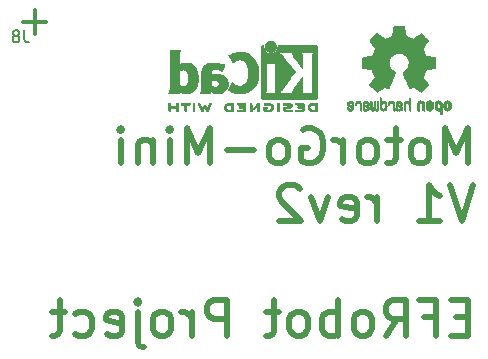
<source format=gbr>
%TF.GenerationSoftware,KiCad,Pcbnew,7.0.2*%
%TF.CreationDate,2023-10-03T18:08:59-04:00*%
%TF.ProjectId,mini_motor_go_V1_rev2,6d696e69-5f6d-46f7-946f-725f676f5f56,rev?*%
%TF.SameCoordinates,Original*%
%TF.FileFunction,Legend,Bot*%
%TF.FilePolarity,Positive*%
%FSLAX46Y46*%
G04 Gerber Fmt 4.6, Leading zero omitted, Abs format (unit mm)*
G04 Created by KiCad (PCBNEW 7.0.2) date 2023-10-03 18:08:59*
%MOMM*%
%LPD*%
G01*
G04 APERTURE LIST*
%ADD10C,0.500000*%
%ADD11C,0.150000*%
%ADD12C,0.010000*%
%ADD13C,0.300000*%
G04 APERTURE END LIST*
D10*
X177847714Y-64300857D02*
X177847714Y-61300857D01*
X177847714Y-61300857D02*
X176847714Y-63443714D01*
X176847714Y-63443714D02*
X175847714Y-61300857D01*
X175847714Y-61300857D02*
X175847714Y-64300857D01*
X173990571Y-64300857D02*
X174276286Y-64158000D01*
X174276286Y-64158000D02*
X174419143Y-64015142D01*
X174419143Y-64015142D02*
X174562000Y-63729428D01*
X174562000Y-63729428D02*
X174562000Y-62872285D01*
X174562000Y-62872285D02*
X174419143Y-62586571D01*
X174419143Y-62586571D02*
X174276286Y-62443714D01*
X174276286Y-62443714D02*
X173990571Y-62300857D01*
X173990571Y-62300857D02*
X173562000Y-62300857D01*
X173562000Y-62300857D02*
X173276286Y-62443714D01*
X173276286Y-62443714D02*
X173133429Y-62586571D01*
X173133429Y-62586571D02*
X172990571Y-62872285D01*
X172990571Y-62872285D02*
X172990571Y-63729428D01*
X172990571Y-63729428D02*
X173133429Y-64015142D01*
X173133429Y-64015142D02*
X173276286Y-64158000D01*
X173276286Y-64158000D02*
X173562000Y-64300857D01*
X173562000Y-64300857D02*
X173990571Y-64300857D01*
X172133428Y-62300857D02*
X170990571Y-62300857D01*
X171704857Y-61300857D02*
X171704857Y-63872285D01*
X171704857Y-63872285D02*
X171562000Y-64158000D01*
X171562000Y-64158000D02*
X171276285Y-64300857D01*
X171276285Y-64300857D02*
X170990571Y-64300857D01*
X169561999Y-64300857D02*
X169847714Y-64158000D01*
X169847714Y-64158000D02*
X169990571Y-64015142D01*
X169990571Y-64015142D02*
X170133428Y-63729428D01*
X170133428Y-63729428D02*
X170133428Y-62872285D01*
X170133428Y-62872285D02*
X169990571Y-62586571D01*
X169990571Y-62586571D02*
X169847714Y-62443714D01*
X169847714Y-62443714D02*
X169561999Y-62300857D01*
X169561999Y-62300857D02*
X169133428Y-62300857D01*
X169133428Y-62300857D02*
X168847714Y-62443714D01*
X168847714Y-62443714D02*
X168704857Y-62586571D01*
X168704857Y-62586571D02*
X168561999Y-62872285D01*
X168561999Y-62872285D02*
X168561999Y-63729428D01*
X168561999Y-63729428D02*
X168704857Y-64015142D01*
X168704857Y-64015142D02*
X168847714Y-64158000D01*
X168847714Y-64158000D02*
X169133428Y-64300857D01*
X169133428Y-64300857D02*
X169561999Y-64300857D01*
X167276285Y-64300857D02*
X167276285Y-62300857D01*
X167276285Y-62872285D02*
X167133428Y-62586571D01*
X167133428Y-62586571D02*
X166990571Y-62443714D01*
X166990571Y-62443714D02*
X166704856Y-62300857D01*
X166704856Y-62300857D02*
X166419142Y-62300857D01*
X163847713Y-61443714D02*
X164133428Y-61300857D01*
X164133428Y-61300857D02*
X164561999Y-61300857D01*
X164561999Y-61300857D02*
X164990570Y-61443714D01*
X164990570Y-61443714D02*
X165276285Y-61729428D01*
X165276285Y-61729428D02*
X165419142Y-62015142D01*
X165419142Y-62015142D02*
X165561999Y-62586571D01*
X165561999Y-62586571D02*
X165561999Y-63015142D01*
X165561999Y-63015142D02*
X165419142Y-63586571D01*
X165419142Y-63586571D02*
X165276285Y-63872285D01*
X165276285Y-63872285D02*
X164990570Y-64158000D01*
X164990570Y-64158000D02*
X164561999Y-64300857D01*
X164561999Y-64300857D02*
X164276285Y-64300857D01*
X164276285Y-64300857D02*
X163847713Y-64158000D01*
X163847713Y-64158000D02*
X163704856Y-64015142D01*
X163704856Y-64015142D02*
X163704856Y-63015142D01*
X163704856Y-63015142D02*
X164276285Y-63015142D01*
X161990570Y-64300857D02*
X162276285Y-64158000D01*
X162276285Y-64158000D02*
X162419142Y-64015142D01*
X162419142Y-64015142D02*
X162561999Y-63729428D01*
X162561999Y-63729428D02*
X162561999Y-62872285D01*
X162561999Y-62872285D02*
X162419142Y-62586571D01*
X162419142Y-62586571D02*
X162276285Y-62443714D01*
X162276285Y-62443714D02*
X161990570Y-62300857D01*
X161990570Y-62300857D02*
X161561999Y-62300857D01*
X161561999Y-62300857D02*
X161276285Y-62443714D01*
X161276285Y-62443714D02*
X161133428Y-62586571D01*
X161133428Y-62586571D02*
X160990570Y-62872285D01*
X160990570Y-62872285D02*
X160990570Y-63729428D01*
X160990570Y-63729428D02*
X161133428Y-64015142D01*
X161133428Y-64015142D02*
X161276285Y-64158000D01*
X161276285Y-64158000D02*
X161561999Y-64300857D01*
X161561999Y-64300857D02*
X161990570Y-64300857D01*
X159704856Y-63158000D02*
X157419142Y-63158000D01*
X155990570Y-64300857D02*
X155990570Y-61300857D01*
X155990570Y-61300857D02*
X154990570Y-63443714D01*
X154990570Y-63443714D02*
X153990570Y-61300857D01*
X153990570Y-61300857D02*
X153990570Y-64300857D01*
X152561999Y-64300857D02*
X152561999Y-62300857D01*
X152561999Y-61300857D02*
X152704856Y-61443714D01*
X152704856Y-61443714D02*
X152561999Y-61586571D01*
X152561999Y-61586571D02*
X152419142Y-61443714D01*
X152419142Y-61443714D02*
X152561999Y-61300857D01*
X152561999Y-61300857D02*
X152561999Y-61586571D01*
X151133428Y-62300857D02*
X151133428Y-64300857D01*
X151133428Y-62586571D02*
X150990571Y-62443714D01*
X150990571Y-62443714D02*
X150704856Y-62300857D01*
X150704856Y-62300857D02*
X150276285Y-62300857D01*
X150276285Y-62300857D02*
X149990571Y-62443714D01*
X149990571Y-62443714D02*
X149847714Y-62729428D01*
X149847714Y-62729428D02*
X149847714Y-64300857D01*
X148419142Y-64300857D02*
X148419142Y-62300857D01*
X148419142Y-61300857D02*
X148561999Y-61443714D01*
X148561999Y-61443714D02*
X148419142Y-61586571D01*
X148419142Y-61586571D02*
X148276285Y-61443714D01*
X148276285Y-61443714D02*
X148419142Y-61300857D01*
X148419142Y-61300857D02*
X148419142Y-61586571D01*
X178276285Y-66160857D02*
X177276285Y-69160857D01*
X177276285Y-69160857D02*
X176276285Y-66160857D01*
X173704856Y-69160857D02*
X175419142Y-69160857D01*
X174561999Y-69160857D02*
X174561999Y-66160857D01*
X174561999Y-66160857D02*
X174847713Y-66589428D01*
X174847713Y-66589428D02*
X175133428Y-66875142D01*
X175133428Y-66875142D02*
X175419142Y-67018000D01*
X170133428Y-69160857D02*
X170133428Y-67160857D01*
X170133428Y-67732285D02*
X169990571Y-67446571D01*
X169990571Y-67446571D02*
X169847714Y-67303714D01*
X169847714Y-67303714D02*
X169561999Y-67160857D01*
X169561999Y-67160857D02*
X169276285Y-67160857D01*
X167133428Y-69018000D02*
X167419142Y-69160857D01*
X167419142Y-69160857D02*
X167990571Y-69160857D01*
X167990571Y-69160857D02*
X168276285Y-69018000D01*
X168276285Y-69018000D02*
X168419142Y-68732285D01*
X168419142Y-68732285D02*
X168419142Y-67589428D01*
X168419142Y-67589428D02*
X168276285Y-67303714D01*
X168276285Y-67303714D02*
X167990571Y-67160857D01*
X167990571Y-67160857D02*
X167419142Y-67160857D01*
X167419142Y-67160857D02*
X167133428Y-67303714D01*
X167133428Y-67303714D02*
X166990571Y-67589428D01*
X166990571Y-67589428D02*
X166990571Y-67875142D01*
X166990571Y-67875142D02*
X168419142Y-68160857D01*
X165990570Y-67160857D02*
X165276284Y-69160857D01*
X165276284Y-69160857D02*
X164561999Y-67160857D01*
X163561999Y-66446571D02*
X163419142Y-66303714D01*
X163419142Y-66303714D02*
X163133428Y-66160857D01*
X163133428Y-66160857D02*
X162419142Y-66160857D01*
X162419142Y-66160857D02*
X162133428Y-66303714D01*
X162133428Y-66303714D02*
X161990570Y-66446571D01*
X161990570Y-66446571D02*
X161847713Y-66732285D01*
X161847713Y-66732285D02*
X161847713Y-67018000D01*
X161847713Y-67018000D02*
X161990570Y-67446571D01*
X161990570Y-67446571D02*
X163704856Y-69160857D01*
X163704856Y-69160857D02*
X161847713Y-69160857D01*
X177847714Y-77309428D02*
X176847714Y-77309428D01*
X176419142Y-78880857D02*
X177847714Y-78880857D01*
X177847714Y-78880857D02*
X177847714Y-75880857D01*
X177847714Y-75880857D02*
X176419142Y-75880857D01*
X174133428Y-77309428D02*
X175133428Y-77309428D01*
X175133428Y-78880857D02*
X175133428Y-75880857D01*
X175133428Y-75880857D02*
X173704856Y-75880857D01*
X170847713Y-78880857D02*
X171847713Y-77452285D01*
X172561999Y-78880857D02*
X172561999Y-75880857D01*
X172561999Y-75880857D02*
X171419142Y-75880857D01*
X171419142Y-75880857D02*
X171133427Y-76023714D01*
X171133427Y-76023714D02*
X170990570Y-76166571D01*
X170990570Y-76166571D02*
X170847713Y-76452285D01*
X170847713Y-76452285D02*
X170847713Y-76880857D01*
X170847713Y-76880857D02*
X170990570Y-77166571D01*
X170990570Y-77166571D02*
X171133427Y-77309428D01*
X171133427Y-77309428D02*
X171419142Y-77452285D01*
X171419142Y-77452285D02*
X172561999Y-77452285D01*
X169133427Y-78880857D02*
X169419142Y-78738000D01*
X169419142Y-78738000D02*
X169561999Y-78595142D01*
X169561999Y-78595142D02*
X169704856Y-78309428D01*
X169704856Y-78309428D02*
X169704856Y-77452285D01*
X169704856Y-77452285D02*
X169561999Y-77166571D01*
X169561999Y-77166571D02*
X169419142Y-77023714D01*
X169419142Y-77023714D02*
X169133427Y-76880857D01*
X169133427Y-76880857D02*
X168704856Y-76880857D01*
X168704856Y-76880857D02*
X168419142Y-77023714D01*
X168419142Y-77023714D02*
X168276285Y-77166571D01*
X168276285Y-77166571D02*
X168133427Y-77452285D01*
X168133427Y-77452285D02*
X168133427Y-78309428D01*
X168133427Y-78309428D02*
X168276285Y-78595142D01*
X168276285Y-78595142D02*
X168419142Y-78738000D01*
X168419142Y-78738000D02*
X168704856Y-78880857D01*
X168704856Y-78880857D02*
X169133427Y-78880857D01*
X166847713Y-78880857D02*
X166847713Y-75880857D01*
X166847713Y-77023714D02*
X166561999Y-76880857D01*
X166561999Y-76880857D02*
X165990570Y-76880857D01*
X165990570Y-76880857D02*
X165704856Y-77023714D01*
X165704856Y-77023714D02*
X165561999Y-77166571D01*
X165561999Y-77166571D02*
X165419141Y-77452285D01*
X165419141Y-77452285D02*
X165419141Y-78309428D01*
X165419141Y-78309428D02*
X165561999Y-78595142D01*
X165561999Y-78595142D02*
X165704856Y-78738000D01*
X165704856Y-78738000D02*
X165990570Y-78880857D01*
X165990570Y-78880857D02*
X166561999Y-78880857D01*
X166561999Y-78880857D02*
X166847713Y-78738000D01*
X163704855Y-78880857D02*
X163990570Y-78738000D01*
X163990570Y-78738000D02*
X164133427Y-78595142D01*
X164133427Y-78595142D02*
X164276284Y-78309428D01*
X164276284Y-78309428D02*
X164276284Y-77452285D01*
X164276284Y-77452285D02*
X164133427Y-77166571D01*
X164133427Y-77166571D02*
X163990570Y-77023714D01*
X163990570Y-77023714D02*
X163704855Y-76880857D01*
X163704855Y-76880857D02*
X163276284Y-76880857D01*
X163276284Y-76880857D02*
X162990570Y-77023714D01*
X162990570Y-77023714D02*
X162847713Y-77166571D01*
X162847713Y-77166571D02*
X162704855Y-77452285D01*
X162704855Y-77452285D02*
X162704855Y-78309428D01*
X162704855Y-78309428D02*
X162847713Y-78595142D01*
X162847713Y-78595142D02*
X162990570Y-78738000D01*
X162990570Y-78738000D02*
X163276284Y-78880857D01*
X163276284Y-78880857D02*
X163704855Y-78880857D01*
X161847712Y-76880857D02*
X160704855Y-76880857D01*
X161419141Y-75880857D02*
X161419141Y-78452285D01*
X161419141Y-78452285D02*
X161276284Y-78738000D01*
X161276284Y-78738000D02*
X160990569Y-78880857D01*
X160990569Y-78880857D02*
X160704855Y-78880857D01*
X157419141Y-78880857D02*
X157419141Y-75880857D01*
X157419141Y-75880857D02*
X156276284Y-75880857D01*
X156276284Y-75880857D02*
X155990569Y-76023714D01*
X155990569Y-76023714D02*
X155847712Y-76166571D01*
X155847712Y-76166571D02*
X155704855Y-76452285D01*
X155704855Y-76452285D02*
X155704855Y-76880857D01*
X155704855Y-76880857D02*
X155847712Y-77166571D01*
X155847712Y-77166571D02*
X155990569Y-77309428D01*
X155990569Y-77309428D02*
X156276284Y-77452285D01*
X156276284Y-77452285D02*
X157419141Y-77452285D01*
X154419141Y-78880857D02*
X154419141Y-76880857D01*
X154419141Y-77452285D02*
X154276284Y-77166571D01*
X154276284Y-77166571D02*
X154133427Y-77023714D01*
X154133427Y-77023714D02*
X153847712Y-76880857D01*
X153847712Y-76880857D02*
X153561998Y-76880857D01*
X152133426Y-78880857D02*
X152419141Y-78738000D01*
X152419141Y-78738000D02*
X152561998Y-78595142D01*
X152561998Y-78595142D02*
X152704855Y-78309428D01*
X152704855Y-78309428D02*
X152704855Y-77452285D01*
X152704855Y-77452285D02*
X152561998Y-77166571D01*
X152561998Y-77166571D02*
X152419141Y-77023714D01*
X152419141Y-77023714D02*
X152133426Y-76880857D01*
X152133426Y-76880857D02*
X151704855Y-76880857D01*
X151704855Y-76880857D02*
X151419141Y-77023714D01*
X151419141Y-77023714D02*
X151276284Y-77166571D01*
X151276284Y-77166571D02*
X151133426Y-77452285D01*
X151133426Y-77452285D02*
X151133426Y-78309428D01*
X151133426Y-78309428D02*
X151276284Y-78595142D01*
X151276284Y-78595142D02*
X151419141Y-78738000D01*
X151419141Y-78738000D02*
X151704855Y-78880857D01*
X151704855Y-78880857D02*
X152133426Y-78880857D01*
X149847712Y-76880857D02*
X149847712Y-79452285D01*
X149847712Y-79452285D02*
X149990569Y-79738000D01*
X149990569Y-79738000D02*
X150276283Y-79880857D01*
X150276283Y-79880857D02*
X150419140Y-79880857D01*
X149847712Y-75880857D02*
X149990569Y-76023714D01*
X149990569Y-76023714D02*
X149847712Y-76166571D01*
X149847712Y-76166571D02*
X149704855Y-76023714D01*
X149704855Y-76023714D02*
X149847712Y-75880857D01*
X149847712Y-75880857D02*
X149847712Y-76166571D01*
X147276284Y-78738000D02*
X147561998Y-78880857D01*
X147561998Y-78880857D02*
X148133427Y-78880857D01*
X148133427Y-78880857D02*
X148419141Y-78738000D01*
X148419141Y-78738000D02*
X148561998Y-78452285D01*
X148561998Y-78452285D02*
X148561998Y-77309428D01*
X148561998Y-77309428D02*
X148419141Y-77023714D01*
X148419141Y-77023714D02*
X148133427Y-76880857D01*
X148133427Y-76880857D02*
X147561998Y-76880857D01*
X147561998Y-76880857D02*
X147276284Y-77023714D01*
X147276284Y-77023714D02*
X147133427Y-77309428D01*
X147133427Y-77309428D02*
X147133427Y-77595142D01*
X147133427Y-77595142D02*
X148561998Y-77880857D01*
X144561998Y-78738000D02*
X144847712Y-78880857D01*
X144847712Y-78880857D02*
X145419140Y-78880857D01*
X145419140Y-78880857D02*
X145704855Y-78738000D01*
X145704855Y-78738000D02*
X145847712Y-78595142D01*
X145847712Y-78595142D02*
X145990569Y-78309428D01*
X145990569Y-78309428D02*
X145990569Y-77452285D01*
X145990569Y-77452285D02*
X145847712Y-77166571D01*
X145847712Y-77166571D02*
X145704855Y-77023714D01*
X145704855Y-77023714D02*
X145419140Y-76880857D01*
X145419140Y-76880857D02*
X144847712Y-76880857D01*
X144847712Y-76880857D02*
X144561998Y-77023714D01*
X143704854Y-76880857D02*
X142561997Y-76880857D01*
X143276283Y-75880857D02*
X143276283Y-78452285D01*
X143276283Y-78452285D02*
X143133426Y-78738000D01*
X143133426Y-78738000D02*
X142847711Y-78880857D01*
X142847711Y-78880857D02*
X142561997Y-78880857D01*
D11*
%TO.C,J8*%
X140257753Y-53038240D02*
X140257753Y-53752525D01*
X140257753Y-53752525D02*
X140305372Y-53895382D01*
X140305372Y-53895382D02*
X140400610Y-53990621D01*
X140400610Y-53990621D02*
X140543467Y-54038240D01*
X140543467Y-54038240D02*
X140638705Y-54038240D01*
X139638705Y-53466811D02*
X139733943Y-53419192D01*
X139733943Y-53419192D02*
X139781562Y-53371573D01*
X139781562Y-53371573D02*
X139829181Y-53276335D01*
X139829181Y-53276335D02*
X139829181Y-53228716D01*
X139829181Y-53228716D02*
X139781562Y-53133478D01*
X139781562Y-53133478D02*
X139733943Y-53085859D01*
X139733943Y-53085859D02*
X139638705Y-53038240D01*
X139638705Y-53038240D02*
X139448229Y-53038240D01*
X139448229Y-53038240D02*
X139352991Y-53085859D01*
X139352991Y-53085859D02*
X139305372Y-53133478D01*
X139305372Y-53133478D02*
X139257753Y-53228716D01*
X139257753Y-53228716D02*
X139257753Y-53276335D01*
X139257753Y-53276335D02*
X139305372Y-53371573D01*
X139305372Y-53371573D02*
X139352991Y-53419192D01*
X139352991Y-53419192D02*
X139448229Y-53466811D01*
X139448229Y-53466811D02*
X139638705Y-53466811D01*
X139638705Y-53466811D02*
X139733943Y-53514430D01*
X139733943Y-53514430D02*
X139781562Y-53562049D01*
X139781562Y-53562049D02*
X139829181Y-53657287D01*
X139829181Y-53657287D02*
X139829181Y-53847763D01*
X139829181Y-53847763D02*
X139781562Y-53943001D01*
X139781562Y-53943001D02*
X139733943Y-53990621D01*
X139733943Y-53990621D02*
X139638705Y-54038240D01*
X139638705Y-54038240D02*
X139448229Y-54038240D01*
X139448229Y-54038240D02*
X139352991Y-53990621D01*
X139352991Y-53990621D02*
X139305372Y-53943001D01*
X139305372Y-53943001D02*
X139257753Y-53847763D01*
X139257753Y-53847763D02*
X139257753Y-53657287D01*
X139257753Y-53657287D02*
X139305372Y-53562049D01*
X139305372Y-53562049D02*
X139352991Y-53514430D01*
X139352991Y-53514430D02*
X139448229Y-53466811D01*
%TO.C,REF\u002A\u002A*%
D12*
X154605406Y-59170949D02*
X154631127Y-59186647D01*
X154657778Y-59208227D01*
X154657778Y-59855684D01*
X154631127Y-59877264D01*
X154599767Y-59894739D01*
X154563966Y-59895575D01*
X154532528Y-59875082D01*
X154528652Y-59870416D01*
X154523186Y-59860949D01*
X154518979Y-59847267D01*
X154515867Y-59826748D01*
X154513687Y-59796768D01*
X154512276Y-59754704D01*
X154511471Y-59697932D01*
X154511107Y-59623830D01*
X154511022Y-59529773D01*
X154511022Y-59208227D01*
X154537673Y-59186647D01*
X154561386Y-59171877D01*
X154584400Y-59165067D01*
X154605406Y-59170949D01*
G36*
X154605406Y-59170949D02*
G01*
X154631127Y-59186647D01*
X154657778Y-59208227D01*
X154657778Y-59855684D01*
X154631127Y-59877264D01*
X154599767Y-59894739D01*
X154563966Y-59895575D01*
X154532528Y-59875082D01*
X154528652Y-59870416D01*
X154523186Y-59860949D01*
X154518979Y-59847267D01*
X154515867Y-59826748D01*
X154513687Y-59796768D01*
X154512276Y-59754704D01*
X154511471Y-59697932D01*
X154511107Y-59623830D01*
X154511022Y-59529773D01*
X154511022Y-59208227D01*
X154537673Y-59186647D01*
X154561386Y-59171877D01*
X154584400Y-59165067D01*
X154605406Y-59170949D01*
G37*
X161736137Y-59169463D02*
X161770291Y-59192776D01*
X161798000Y-59220485D01*
X161798000Y-59533537D01*
X161797959Y-59617567D01*
X161797701Y-59691789D01*
X161797030Y-59748541D01*
X161795752Y-59790512D01*
X161793673Y-59820389D01*
X161790599Y-59840861D01*
X161786334Y-59854614D01*
X161780684Y-59864337D01*
X161773455Y-59872717D01*
X161741991Y-59894181D01*
X161706826Y-59895947D01*
X161673822Y-59876267D01*
X161668516Y-59870398D01*
X161663066Y-59861314D01*
X161658900Y-59847973D01*
X161655846Y-59827757D01*
X161653732Y-59798049D01*
X161652386Y-59756232D01*
X161651638Y-59699689D01*
X161651314Y-59625802D01*
X161651245Y-59531956D01*
X161651284Y-59456294D01*
X161651539Y-59378385D01*
X161652183Y-59318375D01*
X161653387Y-59273648D01*
X161655324Y-59241585D01*
X161658164Y-59219571D01*
X161662079Y-59204987D01*
X161667242Y-59195218D01*
X161673822Y-59187645D01*
X161703006Y-59168623D01*
X161736137Y-59169463D01*
G36*
X161736137Y-59169463D02*
G01*
X161770291Y-59192776D01*
X161798000Y-59220485D01*
X161798000Y-59533537D01*
X161797959Y-59617567D01*
X161797701Y-59691789D01*
X161797030Y-59748541D01*
X161795752Y-59790512D01*
X161793673Y-59820389D01*
X161790599Y-59840861D01*
X161786334Y-59854614D01*
X161780684Y-59864337D01*
X161773455Y-59872717D01*
X161741991Y-59894181D01*
X161706826Y-59895947D01*
X161673822Y-59876267D01*
X161668516Y-59870398D01*
X161663066Y-59861314D01*
X161658900Y-59847973D01*
X161655846Y-59827757D01*
X161653732Y-59798049D01*
X161652386Y-59756232D01*
X161651638Y-59699689D01*
X161651314Y-59625802D01*
X161651245Y-59531956D01*
X161651284Y-59456294D01*
X161651539Y-59378385D01*
X161652183Y-59318375D01*
X161653387Y-59273648D01*
X161655324Y-59241585D01*
X161658164Y-59219571D01*
X161662079Y-59204987D01*
X161667242Y-59195218D01*
X161673822Y-59187645D01*
X161703006Y-59168623D01*
X161736137Y-59169463D01*
G37*
X161204562Y-53928850D02*
X161287313Y-53956053D01*
X161362406Y-54001484D01*
X161434298Y-54067302D01*
X161472846Y-54111567D01*
X161512256Y-54169961D01*
X161537446Y-54230586D01*
X161550861Y-54299865D01*
X161554948Y-54384222D01*
X161554669Y-54430307D01*
X161552460Y-54471450D01*
X161546894Y-54503582D01*
X161536586Y-54534122D01*
X161520148Y-54570489D01*
X161506200Y-54597728D01*
X161447665Y-54683429D01*
X161375619Y-54752617D01*
X161291947Y-54803741D01*
X161198531Y-54835250D01*
X161165434Y-54842225D01*
X161124960Y-54849094D01*
X161091999Y-54850919D01*
X161057698Y-54847947D01*
X161013200Y-54840426D01*
X160961934Y-54828002D01*
X160871434Y-54790112D01*
X160792345Y-54735836D01*
X160726528Y-54667770D01*
X160675840Y-54588511D01*
X160642140Y-54500654D01*
X160627286Y-54406795D01*
X160633136Y-54309530D01*
X160659399Y-54213220D01*
X160704418Y-54124494D01*
X160765373Y-54049419D01*
X160840184Y-53989641D01*
X160926768Y-53946809D01*
X161023043Y-53922571D01*
X161126928Y-53918576D01*
X161204562Y-53928850D01*
G36*
X161204562Y-53928850D02*
G01*
X161287313Y-53956053D01*
X161362406Y-54001484D01*
X161434298Y-54067302D01*
X161472846Y-54111567D01*
X161512256Y-54169961D01*
X161537446Y-54230586D01*
X161550861Y-54299865D01*
X161554948Y-54384222D01*
X161554669Y-54430307D01*
X161552460Y-54471450D01*
X161546894Y-54503582D01*
X161536586Y-54534122D01*
X161520148Y-54570489D01*
X161506200Y-54597728D01*
X161447665Y-54683429D01*
X161375619Y-54752617D01*
X161291947Y-54803741D01*
X161198531Y-54835250D01*
X161165434Y-54842225D01*
X161124960Y-54849094D01*
X161091999Y-54850919D01*
X161057698Y-54847947D01*
X161013200Y-54840426D01*
X160961934Y-54828002D01*
X160871434Y-54790112D01*
X160792345Y-54735836D01*
X160726528Y-54667770D01*
X160675840Y-54588511D01*
X160642140Y-54500654D01*
X160627286Y-54406795D01*
X160633136Y-54309530D01*
X160659399Y-54213220D01*
X160704418Y-54124494D01*
X160765373Y-54049419D01*
X160840184Y-53989641D01*
X160926768Y-53946809D01*
X161023043Y-53922571D01*
X161126928Y-53918576D01*
X161204562Y-53928850D01*
G37*
X153905767Y-59165068D02*
X153999890Y-59165158D01*
X154074405Y-59165498D01*
X154131811Y-59166239D01*
X154174611Y-59167535D01*
X154205304Y-59169537D01*
X154226391Y-59172396D01*
X154240373Y-59176266D01*
X154249750Y-59181298D01*
X154257022Y-59187645D01*
X154275828Y-59220362D01*
X154277275Y-59257939D01*
X154260917Y-59291178D01*
X154259557Y-59292631D01*
X154248354Y-59300992D01*
X154231252Y-59306547D01*
X154204082Y-59309840D01*
X154162678Y-59311418D01*
X154102873Y-59311822D01*
X153963511Y-59311822D01*
X153963511Y-59575589D01*
X153963436Y-59651417D01*
X153963028Y-59718083D01*
X153962046Y-59767867D01*
X153960250Y-59803784D01*
X153957399Y-59828850D01*
X153953253Y-59846081D01*
X153947571Y-59858492D01*
X153940114Y-59869100D01*
X153937824Y-59871906D01*
X153906646Y-59894548D01*
X153872266Y-59896112D01*
X153839334Y-59876267D01*
X153832355Y-59868191D01*
X153826883Y-59857593D01*
X153822863Y-59841749D01*
X153820072Y-59817773D01*
X153818288Y-59782774D01*
X153817289Y-59733864D01*
X153816852Y-59668154D01*
X153816756Y-59582756D01*
X153816756Y-59311822D01*
X153670820Y-59311822D01*
X153659720Y-59311821D01*
X153603202Y-59311596D01*
X153564358Y-59310457D01*
X153538965Y-59307657D01*
X153522804Y-59302450D01*
X153511652Y-59294089D01*
X153501289Y-59281826D01*
X153485441Y-59251138D01*
X153488543Y-59217358D01*
X153514187Y-59184822D01*
X153519129Y-59181105D01*
X153529338Y-59176269D01*
X153544764Y-59172506D01*
X153567886Y-59169683D01*
X153601183Y-59167670D01*
X153647137Y-59166333D01*
X153708228Y-59165542D01*
X153786935Y-59165163D01*
X153885740Y-59165067D01*
X153905767Y-59165068D01*
G36*
X153905767Y-59165068D02*
G01*
X153999890Y-59165158D01*
X154074405Y-59165498D01*
X154131811Y-59166239D01*
X154174611Y-59167535D01*
X154205304Y-59169537D01*
X154226391Y-59172396D01*
X154240373Y-59176266D01*
X154249750Y-59181298D01*
X154257022Y-59187645D01*
X154275828Y-59220362D01*
X154277275Y-59257939D01*
X154260917Y-59291178D01*
X154259557Y-59292631D01*
X154248354Y-59300992D01*
X154231252Y-59306547D01*
X154204082Y-59309840D01*
X154162678Y-59311418D01*
X154102873Y-59311822D01*
X153963511Y-59311822D01*
X153963511Y-59575589D01*
X153963436Y-59651417D01*
X153963028Y-59718083D01*
X153962046Y-59767867D01*
X153960250Y-59803784D01*
X153957399Y-59828850D01*
X153953253Y-59846081D01*
X153947571Y-59858492D01*
X153940114Y-59869100D01*
X153937824Y-59871906D01*
X153906646Y-59894548D01*
X153872266Y-59896112D01*
X153839334Y-59876267D01*
X153832355Y-59868191D01*
X153826883Y-59857593D01*
X153822863Y-59841749D01*
X153820072Y-59817773D01*
X153818288Y-59782774D01*
X153817289Y-59733864D01*
X153816852Y-59668154D01*
X153816756Y-59582756D01*
X153816756Y-59311822D01*
X153670820Y-59311822D01*
X153659720Y-59311821D01*
X153603202Y-59311596D01*
X153564358Y-59310457D01*
X153538965Y-59307657D01*
X153522804Y-59302450D01*
X153511652Y-59294089D01*
X153501289Y-59281826D01*
X153485441Y-59251138D01*
X153488543Y-59217358D01*
X153514187Y-59184822D01*
X153519129Y-59181105D01*
X153529338Y-59176269D01*
X153544764Y-59172506D01*
X153567886Y-59169683D01*
X153601183Y-59167670D01*
X153647137Y-59166333D01*
X153708228Y-59165542D01*
X153786935Y-59165163D01*
X153885740Y-59165067D01*
X153905767Y-59165068D01*
G37*
X153229734Y-59187645D02*
X153235366Y-59193835D01*
X153240456Y-59202041D01*
X153244543Y-59213817D01*
X153247721Y-59231276D01*
X153250087Y-59256530D01*
X153251738Y-59291690D01*
X153252769Y-59338869D01*
X153253277Y-59400177D01*
X153253359Y-59477727D01*
X153253109Y-59573631D01*
X153252625Y-59690000D01*
X153252557Y-59704175D01*
X153251971Y-59765937D01*
X153250648Y-59809620D01*
X153248103Y-59839001D01*
X153243848Y-59857855D01*
X153237396Y-59869959D01*
X153228262Y-59879089D01*
X153194804Y-59896506D01*
X153159856Y-59893604D01*
X153128953Y-59869100D01*
X153119944Y-59855897D01*
X153112492Y-59837361D01*
X153108124Y-59811333D01*
X153106069Y-59772787D01*
X153105556Y-59716700D01*
X153105556Y-59594045D01*
X152608845Y-59594045D01*
X152608845Y-59728871D01*
X152608772Y-59764662D01*
X152608009Y-59810992D01*
X152605833Y-59841526D01*
X152601536Y-59860557D01*
X152594412Y-59872374D01*
X152583755Y-59881271D01*
X152551504Y-59896341D01*
X152516217Y-59893673D01*
X152485486Y-59869100D01*
X152480831Y-59862845D01*
X152474895Y-59852321D01*
X152470364Y-59838391D01*
X152467048Y-59818317D01*
X152464759Y-59789360D01*
X152463308Y-59748780D01*
X152462505Y-59693840D01*
X152462162Y-59621799D01*
X152462089Y-59529920D01*
X152462089Y-59220485D01*
X152489798Y-59192776D01*
X152521177Y-59170533D01*
X152554406Y-59167844D01*
X152586267Y-59187645D01*
X152594553Y-59197415D01*
X152601965Y-59213307D01*
X152606302Y-59237275D01*
X152608338Y-59274148D01*
X152608845Y-59328756D01*
X152608845Y-59447289D01*
X153105556Y-59447289D01*
X153105556Y-59331776D01*
X153105994Y-59280078D01*
X153107958Y-59245554D01*
X153112474Y-59222978D01*
X153120567Y-59207126D01*
X153133265Y-59192776D01*
X153164643Y-59170533D01*
X153197872Y-59167844D01*
X153229734Y-59187645D01*
G36*
X153229734Y-59187645D02*
G01*
X153235366Y-59193835D01*
X153240456Y-59202041D01*
X153244543Y-59213817D01*
X153247721Y-59231276D01*
X153250087Y-59256530D01*
X153251738Y-59291690D01*
X153252769Y-59338869D01*
X153253277Y-59400177D01*
X153253359Y-59477727D01*
X153253109Y-59573631D01*
X153252625Y-59690000D01*
X153252557Y-59704175D01*
X153251971Y-59765937D01*
X153250648Y-59809620D01*
X153248103Y-59839001D01*
X153243848Y-59857855D01*
X153237396Y-59869959D01*
X153228262Y-59879089D01*
X153194804Y-59896506D01*
X153159856Y-59893604D01*
X153128953Y-59869100D01*
X153119944Y-59855897D01*
X153112492Y-59837361D01*
X153108124Y-59811333D01*
X153106069Y-59772787D01*
X153105556Y-59716700D01*
X153105556Y-59594045D01*
X152608845Y-59594045D01*
X152608845Y-59728871D01*
X152608772Y-59764662D01*
X152608009Y-59810992D01*
X152605833Y-59841526D01*
X152601536Y-59860557D01*
X152594412Y-59872374D01*
X152583755Y-59881271D01*
X152551504Y-59896341D01*
X152516217Y-59893673D01*
X152485486Y-59869100D01*
X152480831Y-59862845D01*
X152474895Y-59852321D01*
X152470364Y-59838391D01*
X152467048Y-59818317D01*
X152464759Y-59789360D01*
X152463308Y-59748780D01*
X152462505Y-59693840D01*
X152462162Y-59621799D01*
X152462089Y-59529920D01*
X152462089Y-59220485D01*
X152489798Y-59192776D01*
X152521177Y-59170533D01*
X152554406Y-59167844D01*
X152586267Y-59187645D01*
X152594553Y-59197415D01*
X152601965Y-59213307D01*
X152606302Y-59237275D01*
X152608338Y-59274148D01*
X152608845Y-59328756D01*
X152608845Y-59447289D01*
X153105556Y-59447289D01*
X153105556Y-59331776D01*
X153105994Y-59280078D01*
X153107958Y-59245554D01*
X153112474Y-59222978D01*
X153120567Y-59207126D01*
X153133265Y-59192776D01*
X153164643Y-59170533D01*
X153197872Y-59167844D01*
X153229734Y-59187645D01*
G37*
X157935133Y-59776396D02*
X157933163Y-59809175D01*
X157930235Y-59832095D01*
X157926158Y-59847897D01*
X157920743Y-59859319D01*
X157913803Y-59869100D01*
X157890406Y-59898845D01*
X157724714Y-59898251D01*
X157689918Y-59897953D01*
X157591435Y-59894522D01*
X157510473Y-59886839D01*
X157443379Y-59874282D01*
X157386496Y-59856227D01*
X157336169Y-59832052D01*
X157332810Y-59830135D01*
X157274998Y-59793417D01*
X157232644Y-59756451D01*
X157199828Y-59712966D01*
X157170628Y-59656689D01*
X157166346Y-59647073D01*
X157143769Y-59583887D01*
X157138034Y-59538333D01*
X157287279Y-59538333D01*
X157292892Y-59563061D01*
X157298618Y-59578939D01*
X157331548Y-59638847D01*
X157378886Y-59684600D01*
X157442652Y-59717736D01*
X157524861Y-59739790D01*
X157527655Y-59740292D01*
X157573940Y-59746255D01*
X157630336Y-59750483D01*
X157685274Y-59752089D01*
X157779156Y-59752089D01*
X157779156Y-59311822D01*
X157691667Y-59312270D01*
X157624747Y-59314746D01*
X157532349Y-59325998D01*
X157453034Y-59345537D01*
X157391060Y-59372511D01*
X157360120Y-59393240D01*
X157332000Y-59423006D01*
X157308660Y-59465434D01*
X157301533Y-59481400D01*
X157289709Y-59513902D01*
X157287279Y-59538333D01*
X157138034Y-59538333D01*
X157136797Y-59528509D01*
X157145399Y-59473483D01*
X157169541Y-59411351D01*
X157170337Y-59409658D01*
X157210788Y-59340236D01*
X157261473Y-59283638D01*
X157324198Y-59239070D01*
X157400774Y-59205741D01*
X157493009Y-59182861D01*
X157602712Y-59169636D01*
X157731691Y-59165275D01*
X157735263Y-59165270D01*
X157795283Y-59165410D01*
X157837214Y-59166446D01*
X157865328Y-59169040D01*
X157883897Y-59173853D01*
X157897194Y-59181544D01*
X157909491Y-59192776D01*
X157937200Y-59220485D01*
X157937200Y-59529920D01*
X157937175Y-59591526D01*
X157936950Y-59670311D01*
X157936332Y-59731021D01*
X157935775Y-59752089D01*
X157935133Y-59776396D01*
G36*
X157935133Y-59776396D02*
G01*
X157933163Y-59809175D01*
X157930235Y-59832095D01*
X157926158Y-59847897D01*
X157920743Y-59859319D01*
X157913803Y-59869100D01*
X157890406Y-59898845D01*
X157724714Y-59898251D01*
X157689918Y-59897953D01*
X157591435Y-59894522D01*
X157510473Y-59886839D01*
X157443379Y-59874282D01*
X157386496Y-59856227D01*
X157336169Y-59832052D01*
X157332810Y-59830135D01*
X157274998Y-59793417D01*
X157232644Y-59756451D01*
X157199828Y-59712966D01*
X157170628Y-59656689D01*
X157166346Y-59647073D01*
X157143769Y-59583887D01*
X157138034Y-59538333D01*
X157287279Y-59538333D01*
X157292892Y-59563061D01*
X157298618Y-59578939D01*
X157331548Y-59638847D01*
X157378886Y-59684600D01*
X157442652Y-59717736D01*
X157524861Y-59739790D01*
X157527655Y-59740292D01*
X157573940Y-59746255D01*
X157630336Y-59750483D01*
X157685274Y-59752089D01*
X157779156Y-59752089D01*
X157779156Y-59311822D01*
X157691667Y-59312270D01*
X157624747Y-59314746D01*
X157532349Y-59325998D01*
X157453034Y-59345537D01*
X157391060Y-59372511D01*
X157360120Y-59393240D01*
X157332000Y-59423006D01*
X157308660Y-59465434D01*
X157301533Y-59481400D01*
X157289709Y-59513902D01*
X157287279Y-59538333D01*
X157138034Y-59538333D01*
X157136797Y-59528509D01*
X157145399Y-59473483D01*
X157169541Y-59411351D01*
X157170337Y-59409658D01*
X157210788Y-59340236D01*
X157261473Y-59283638D01*
X157324198Y-59239070D01*
X157400774Y-59205741D01*
X157493009Y-59182861D01*
X157602712Y-59169636D01*
X157731691Y-59165275D01*
X157735263Y-59165270D01*
X157795283Y-59165410D01*
X157837214Y-59166446D01*
X157865328Y-59169040D01*
X157883897Y-59173853D01*
X157897194Y-59181544D01*
X157909491Y-59192776D01*
X157937200Y-59220485D01*
X157937200Y-59529920D01*
X157937175Y-59591526D01*
X157936950Y-59670311D01*
X157936332Y-59731021D01*
X157935775Y-59752089D01*
X157935133Y-59776396D01*
G37*
X165026817Y-59350427D02*
X165026870Y-59431041D01*
X165026622Y-59531956D01*
X165026583Y-59607617D01*
X165026328Y-59685526D01*
X165025684Y-59745536D01*
X165024480Y-59790264D01*
X165022543Y-59822326D01*
X165019703Y-59844340D01*
X165015788Y-59858924D01*
X165010626Y-59868694D01*
X165004045Y-59876267D01*
X164997077Y-59882501D01*
X164984079Y-59889801D01*
X164964931Y-59894554D01*
X164935528Y-59897292D01*
X164891762Y-59898545D01*
X164829528Y-59898845D01*
X164780582Y-59898469D01*
X164673722Y-59894041D01*
X164584494Y-59883953D01*
X164509696Y-59867365D01*
X164446125Y-59843435D01*
X164390579Y-59811321D01*
X164339854Y-59770182D01*
X164333866Y-59764330D01*
X164296999Y-59715821D01*
X164265899Y-59655013D01*
X164244417Y-59590769D01*
X164239136Y-59552026D01*
X164386353Y-59552026D01*
X164404635Y-59602961D01*
X164434305Y-59648878D01*
X164481002Y-59691287D01*
X164542392Y-59721090D01*
X164621538Y-59740226D01*
X164623028Y-59740464D01*
X164671999Y-59746256D01*
X164730693Y-59750396D01*
X164786734Y-59752004D01*
X164879867Y-59752089D01*
X164879867Y-59311822D01*
X164803667Y-59311808D01*
X164800639Y-59311817D01*
X164749519Y-59313782D01*
X164689416Y-59318507D01*
X164632708Y-59325035D01*
X164582750Y-59334331D01*
X164507998Y-59360600D01*
X164450489Y-59399899D01*
X164408988Y-59452933D01*
X164387771Y-59504200D01*
X164386353Y-59552026D01*
X164239136Y-59552026D01*
X164236400Y-59531956D01*
X164237679Y-59510739D01*
X164249991Y-59453323D01*
X164272520Y-59393413D01*
X164301750Y-59339363D01*
X164334167Y-59299532D01*
X164353708Y-59282510D01*
X164408420Y-59243322D01*
X164468723Y-59213193D01*
X164537919Y-59191232D01*
X164619311Y-59176550D01*
X164716200Y-59168259D01*
X164831889Y-59165467D01*
X164871371Y-59165066D01*
X164917082Y-59164653D01*
X164952883Y-59166457D01*
X164979974Y-59172739D01*
X164999556Y-59185759D01*
X165012830Y-59207778D01*
X165020998Y-59241055D01*
X165025260Y-59287851D01*
X165025857Y-59311822D01*
X165026817Y-59350427D01*
G36*
X165026817Y-59350427D02*
G01*
X165026870Y-59431041D01*
X165026622Y-59531956D01*
X165026583Y-59607617D01*
X165026328Y-59685526D01*
X165025684Y-59745536D01*
X165024480Y-59790264D01*
X165022543Y-59822326D01*
X165019703Y-59844340D01*
X165015788Y-59858924D01*
X165010626Y-59868694D01*
X165004045Y-59876267D01*
X164997077Y-59882501D01*
X164984079Y-59889801D01*
X164964931Y-59894554D01*
X164935528Y-59897292D01*
X164891762Y-59898545D01*
X164829528Y-59898845D01*
X164780582Y-59898469D01*
X164673722Y-59894041D01*
X164584494Y-59883953D01*
X164509696Y-59867365D01*
X164446125Y-59843435D01*
X164390579Y-59811321D01*
X164339854Y-59770182D01*
X164333866Y-59764330D01*
X164296999Y-59715821D01*
X164265899Y-59655013D01*
X164244417Y-59590769D01*
X164239136Y-59552026D01*
X164386353Y-59552026D01*
X164404635Y-59602961D01*
X164434305Y-59648878D01*
X164481002Y-59691287D01*
X164542392Y-59721090D01*
X164621538Y-59740226D01*
X164623028Y-59740464D01*
X164671999Y-59746256D01*
X164730693Y-59750396D01*
X164786734Y-59752004D01*
X164879867Y-59752089D01*
X164879867Y-59311822D01*
X164803667Y-59311808D01*
X164800639Y-59311817D01*
X164749519Y-59313782D01*
X164689416Y-59318507D01*
X164632708Y-59325035D01*
X164582750Y-59334331D01*
X164507998Y-59360600D01*
X164450489Y-59399899D01*
X164408988Y-59452933D01*
X164387771Y-59504200D01*
X164386353Y-59552026D01*
X164239136Y-59552026D01*
X164236400Y-59531956D01*
X164237679Y-59510739D01*
X164249991Y-59453323D01*
X164272520Y-59393413D01*
X164301750Y-59339363D01*
X164334167Y-59299532D01*
X164353708Y-59282510D01*
X164408420Y-59243322D01*
X164468723Y-59213193D01*
X164537919Y-59191232D01*
X164619311Y-59176550D01*
X164716200Y-59168259D01*
X164831889Y-59165467D01*
X164871371Y-59165066D01*
X164917082Y-59164653D01*
X164952883Y-59166457D01*
X164979974Y-59172739D01*
X164999556Y-59185759D01*
X165012830Y-59207778D01*
X165020998Y-59241055D01*
X165025260Y-59287851D01*
X165025857Y-59311822D01*
X165026817Y-59350427D01*
G37*
X160081893Y-59163892D02*
X160093301Y-59170029D01*
X160103850Y-59180691D01*
X160115136Y-59194811D01*
X160119589Y-59200772D01*
X160125588Y-59211268D01*
X160130167Y-59225093D01*
X160133519Y-59244998D01*
X160135833Y-59273732D01*
X160137301Y-59314045D01*
X160138113Y-59368687D01*
X160138460Y-59440407D01*
X160138534Y-59531956D01*
X160138511Y-59590486D01*
X160138292Y-59669573D01*
X160137683Y-59730516D01*
X160136492Y-59776062D01*
X160134529Y-59808963D01*
X160131603Y-59831968D01*
X160127523Y-59847826D01*
X160122097Y-59859286D01*
X160115136Y-59869100D01*
X160084708Y-59893493D01*
X160049765Y-59896372D01*
X160012784Y-59877282D01*
X160008600Y-59873807D01*
X160000424Y-59865279D01*
X159994364Y-59853728D01*
X159989981Y-59835896D01*
X159986839Y-59808524D01*
X159984502Y-59768354D01*
X159982531Y-59712128D01*
X159980489Y-59636589D01*
X159974845Y-59417458D01*
X159709556Y-59658099D01*
X159635722Y-59724875D01*
X159570542Y-59782991D01*
X159518348Y-59827949D01*
X159477273Y-59860871D01*
X159445455Y-59882879D01*
X159421026Y-59895094D01*
X159402124Y-59898639D01*
X159386883Y-59894636D01*
X159373439Y-59884207D01*
X159359927Y-59868474D01*
X159353682Y-59859991D01*
X159348050Y-59849413D01*
X159343839Y-59835255D01*
X159340887Y-59814803D01*
X159339032Y-59785342D01*
X159338113Y-59744161D01*
X159337968Y-59688544D01*
X159338435Y-59615779D01*
X159339352Y-59523151D01*
X159342667Y-59208199D01*
X159369318Y-59186633D01*
X159395383Y-59170441D01*
X159428241Y-59167670D01*
X159462772Y-59186623D01*
X159467084Y-59190208D01*
X159475216Y-59198737D01*
X159481245Y-59210329D01*
X159485606Y-59228235D01*
X159488734Y-59255706D01*
X159491063Y-59295994D01*
X159493029Y-59352351D01*
X159495067Y-59428029D01*
X159500711Y-59647878D01*
X159681334Y-59484084D01*
X159768072Y-59405451D01*
X159843843Y-59337058D01*
X159905980Y-59281708D01*
X159956078Y-59238338D01*
X159995735Y-59205881D01*
X160026548Y-59183273D01*
X160050114Y-59169448D01*
X160068030Y-59163343D01*
X160081893Y-59163892D01*
G36*
X160081893Y-59163892D02*
G01*
X160093301Y-59170029D01*
X160103850Y-59180691D01*
X160115136Y-59194811D01*
X160119589Y-59200772D01*
X160125588Y-59211268D01*
X160130167Y-59225093D01*
X160133519Y-59244998D01*
X160135833Y-59273732D01*
X160137301Y-59314045D01*
X160138113Y-59368687D01*
X160138460Y-59440407D01*
X160138534Y-59531956D01*
X160138511Y-59590486D01*
X160138292Y-59669573D01*
X160137683Y-59730516D01*
X160136492Y-59776062D01*
X160134529Y-59808963D01*
X160131603Y-59831968D01*
X160127523Y-59847826D01*
X160122097Y-59859286D01*
X160115136Y-59869100D01*
X160084708Y-59893493D01*
X160049765Y-59896372D01*
X160012784Y-59877282D01*
X160008600Y-59873807D01*
X160000424Y-59865279D01*
X159994364Y-59853728D01*
X159989981Y-59835896D01*
X159986839Y-59808524D01*
X159984502Y-59768354D01*
X159982531Y-59712128D01*
X159980489Y-59636589D01*
X159974845Y-59417458D01*
X159709556Y-59658099D01*
X159635722Y-59724875D01*
X159570542Y-59782991D01*
X159518348Y-59827949D01*
X159477273Y-59860871D01*
X159445455Y-59882879D01*
X159421026Y-59895094D01*
X159402124Y-59898639D01*
X159386883Y-59894636D01*
X159373439Y-59884207D01*
X159359927Y-59868474D01*
X159353682Y-59859991D01*
X159348050Y-59849413D01*
X159343839Y-59835255D01*
X159340887Y-59814803D01*
X159339032Y-59785342D01*
X159338113Y-59744161D01*
X159337968Y-59688544D01*
X159338435Y-59615779D01*
X159339352Y-59523151D01*
X159342667Y-59208199D01*
X159369318Y-59186633D01*
X159395383Y-59170441D01*
X159428241Y-59167670D01*
X159462772Y-59186623D01*
X159467084Y-59190208D01*
X159475216Y-59198737D01*
X159481245Y-59210329D01*
X159485606Y-59228235D01*
X159488734Y-59255706D01*
X159491063Y-59295994D01*
X159493029Y-59352351D01*
X159495067Y-59428029D01*
X159500711Y-59647878D01*
X159681334Y-59484084D01*
X159768072Y-59405451D01*
X159843843Y-59337058D01*
X159905980Y-59281708D01*
X159956078Y-59238338D01*
X159995735Y-59205881D01*
X160026548Y-59183273D01*
X160050114Y-59169448D01*
X160068030Y-59163343D01*
X160081893Y-59163892D01*
G37*
X160879150Y-59170179D02*
X160985157Y-59186494D01*
X161078969Y-59214545D01*
X161157765Y-59253452D01*
X161218719Y-59302334D01*
X161244789Y-59335195D01*
X161274297Y-59384394D01*
X161299568Y-59438252D01*
X161317218Y-59489419D01*
X161323858Y-59530544D01*
X161322298Y-59550259D01*
X161309357Y-59601592D01*
X161286194Y-59658118D01*
X161256302Y-59712035D01*
X161223173Y-59755539D01*
X161212977Y-59765887D01*
X161145892Y-59817662D01*
X161065766Y-59857554D01*
X160979556Y-59881956D01*
X160924592Y-59890068D01*
X160831139Y-59896673D01*
X160741358Y-59894586D01*
X160658869Y-59884340D01*
X160587286Y-59866470D01*
X160530228Y-59841508D01*
X160491311Y-59809988D01*
X160489936Y-59808012D01*
X160482848Y-59782786D01*
X160478609Y-59735535D01*
X160477200Y-59666071D01*
X160478060Y-59603838D01*
X160482780Y-59556456D01*
X160494470Y-59524353D01*
X160516239Y-59504800D01*
X160551198Y-59495070D01*
X160602456Y-59492433D01*
X160673123Y-59494161D01*
X160721743Y-59497173D01*
X160771939Y-59505366D01*
X160804433Y-59519419D01*
X160821892Y-59540654D01*
X160826983Y-59570394D01*
X160826877Y-59574936D01*
X160818175Y-59609730D01*
X160794165Y-59633147D01*
X160752900Y-59646347D01*
X160692431Y-59650489D01*
X160623956Y-59650489D01*
X160623956Y-59688841D01*
X160624006Y-59697976D01*
X160626227Y-59715227D01*
X160635494Y-59725521D01*
X160656875Y-59732459D01*
X160695436Y-59739641D01*
X160700910Y-59740575D01*
X160797860Y-59750478D01*
X160887852Y-59747559D01*
X160968760Y-59732829D01*
X161038459Y-59707299D01*
X161094824Y-59671978D01*
X161135729Y-59627879D01*
X161159051Y-59576012D01*
X161162663Y-59517388D01*
X161157145Y-59488494D01*
X161130461Y-59432604D01*
X161084273Y-59386945D01*
X161019291Y-59352108D01*
X160936229Y-59328690D01*
X160911555Y-59324241D01*
X160822226Y-59313742D01*
X160742419Y-59314971D01*
X160664326Y-59327906D01*
X160629183Y-59334696D01*
X160583745Y-59335713D01*
X160552430Y-59323182D01*
X160532277Y-59296395D01*
X160525893Y-59268148D01*
X160535379Y-59236924D01*
X160544708Y-59223499D01*
X160578943Y-59199967D01*
X160631565Y-59182095D01*
X160700081Y-59170599D01*
X160782000Y-59166192D01*
X160879150Y-59170179D01*
G36*
X160879150Y-59170179D02*
G01*
X160985157Y-59186494D01*
X161078969Y-59214545D01*
X161157765Y-59253452D01*
X161218719Y-59302334D01*
X161244789Y-59335195D01*
X161274297Y-59384394D01*
X161299568Y-59438252D01*
X161317218Y-59489419D01*
X161323858Y-59530544D01*
X161322298Y-59550259D01*
X161309357Y-59601592D01*
X161286194Y-59658118D01*
X161256302Y-59712035D01*
X161223173Y-59755539D01*
X161212977Y-59765887D01*
X161145892Y-59817662D01*
X161065766Y-59857554D01*
X160979556Y-59881956D01*
X160924592Y-59890068D01*
X160831139Y-59896673D01*
X160741358Y-59894586D01*
X160658869Y-59884340D01*
X160587286Y-59866470D01*
X160530228Y-59841508D01*
X160491311Y-59809988D01*
X160489936Y-59808012D01*
X160482848Y-59782786D01*
X160478609Y-59735535D01*
X160477200Y-59666071D01*
X160478060Y-59603838D01*
X160482780Y-59556456D01*
X160494470Y-59524353D01*
X160516239Y-59504800D01*
X160551198Y-59495070D01*
X160602456Y-59492433D01*
X160673123Y-59494161D01*
X160721743Y-59497173D01*
X160771939Y-59505366D01*
X160804433Y-59519419D01*
X160821892Y-59540654D01*
X160826983Y-59570394D01*
X160826877Y-59574936D01*
X160818175Y-59609730D01*
X160794165Y-59633147D01*
X160752900Y-59646347D01*
X160692431Y-59650489D01*
X160623956Y-59650489D01*
X160623956Y-59688841D01*
X160624006Y-59697976D01*
X160626227Y-59715227D01*
X160635494Y-59725521D01*
X160656875Y-59732459D01*
X160695436Y-59739641D01*
X160700910Y-59740575D01*
X160797860Y-59750478D01*
X160887852Y-59747559D01*
X160968760Y-59732829D01*
X161038459Y-59707299D01*
X161094824Y-59671978D01*
X161135729Y-59627879D01*
X161159051Y-59576012D01*
X161162663Y-59517388D01*
X161157145Y-59488494D01*
X161130461Y-59432604D01*
X161084273Y-59386945D01*
X161019291Y-59352108D01*
X160936229Y-59328690D01*
X160911555Y-59324241D01*
X160822226Y-59313742D01*
X160742419Y-59314971D01*
X160664326Y-59327906D01*
X160629183Y-59334696D01*
X160583745Y-59335713D01*
X160552430Y-59323182D01*
X160532277Y-59296395D01*
X160525893Y-59268148D01*
X160535379Y-59236924D01*
X160544708Y-59223499D01*
X160578943Y-59199967D01*
X160631565Y-59182095D01*
X160700081Y-59170599D01*
X160782000Y-59166192D01*
X160879150Y-59170179D01*
G37*
X158929803Y-59194811D02*
X158934752Y-59201495D01*
X158940596Y-59212066D01*
X158945057Y-59226153D01*
X158948321Y-59246478D01*
X158950574Y-59275765D01*
X158952002Y-59316737D01*
X158952792Y-59372117D01*
X158953129Y-59444628D01*
X158953200Y-59536994D01*
X158953171Y-59602911D01*
X158952939Y-59681228D01*
X158952319Y-59741496D01*
X158951126Y-59786393D01*
X158949179Y-59818602D01*
X158946294Y-59840800D01*
X158942288Y-59855669D01*
X158936979Y-59865889D01*
X158930183Y-59874138D01*
X158925668Y-59878795D01*
X158917438Y-59885282D01*
X158906078Y-59890194D01*
X158888810Y-59893749D01*
X158862855Y-59896167D01*
X158825436Y-59897667D01*
X158773773Y-59898467D01*
X158705089Y-59898787D01*
X158616606Y-59898845D01*
X158596931Y-59898838D01*
X158509906Y-59898572D01*
X158442254Y-59897806D01*
X158391299Y-59896392D01*
X158354367Y-59894180D01*
X158328783Y-59891022D01*
X158311871Y-59886769D01*
X158300957Y-59881271D01*
X158290464Y-59871285D01*
X158277203Y-59840168D01*
X158278386Y-59804280D01*
X158294550Y-59772733D01*
X158296739Y-59770457D01*
X158305427Y-59764189D01*
X158318769Y-59759523D01*
X158339752Y-59756227D01*
X158371363Y-59754068D01*
X158416590Y-59752814D01*
X158478420Y-59752231D01*
X158559839Y-59752089D01*
X158806445Y-59752089D01*
X158806445Y-59594045D01*
X158644006Y-59594045D01*
X158608338Y-59593964D01*
X158552568Y-59593167D01*
X158513430Y-59591162D01*
X158486976Y-59587521D01*
X158469259Y-59581812D01*
X158456329Y-59573607D01*
X158452686Y-59570423D01*
X158434278Y-59539448D01*
X158433644Y-59503112D01*
X158451183Y-59469493D01*
X158451245Y-59469424D01*
X158460916Y-59460798D01*
X158474209Y-59454742D01*
X158494917Y-59450811D01*
X158526828Y-59448556D01*
X158573734Y-59447531D01*
X158639424Y-59447289D01*
X158807571Y-59447289D01*
X158804186Y-59382378D01*
X158800800Y-59317467D01*
X158558723Y-59314414D01*
X158533707Y-59314086D01*
X158452087Y-59312606D01*
X158389768Y-59310222D01*
X158344154Y-59306227D01*
X158312652Y-59299913D01*
X158292667Y-59290574D01*
X158281604Y-59277503D01*
X158276869Y-59259992D01*
X158275867Y-59237335D01*
X158275873Y-59234970D01*
X158277027Y-59214939D01*
X158281824Y-59199146D01*
X158292632Y-59187090D01*
X158311817Y-59178267D01*
X158341745Y-59172175D01*
X158384783Y-59168311D01*
X158443299Y-59166174D01*
X158519657Y-59165260D01*
X158616226Y-59165067D01*
X158906406Y-59165067D01*
X158929803Y-59194811D01*
G36*
X158929803Y-59194811D02*
G01*
X158934752Y-59201495D01*
X158940596Y-59212066D01*
X158945057Y-59226153D01*
X158948321Y-59246478D01*
X158950574Y-59275765D01*
X158952002Y-59316737D01*
X158952792Y-59372117D01*
X158953129Y-59444628D01*
X158953200Y-59536994D01*
X158953171Y-59602911D01*
X158952939Y-59681228D01*
X158952319Y-59741496D01*
X158951126Y-59786393D01*
X158949179Y-59818602D01*
X158946294Y-59840800D01*
X158942288Y-59855669D01*
X158936979Y-59865889D01*
X158930183Y-59874138D01*
X158925668Y-59878795D01*
X158917438Y-59885282D01*
X158906078Y-59890194D01*
X158888810Y-59893749D01*
X158862855Y-59896167D01*
X158825436Y-59897667D01*
X158773773Y-59898467D01*
X158705089Y-59898787D01*
X158616606Y-59898845D01*
X158596931Y-59898838D01*
X158509906Y-59898572D01*
X158442254Y-59897806D01*
X158391299Y-59896392D01*
X158354367Y-59894180D01*
X158328783Y-59891022D01*
X158311871Y-59886769D01*
X158300957Y-59881271D01*
X158290464Y-59871285D01*
X158277203Y-59840168D01*
X158278386Y-59804280D01*
X158294550Y-59772733D01*
X158296739Y-59770457D01*
X158305427Y-59764189D01*
X158318769Y-59759523D01*
X158339752Y-59756227D01*
X158371363Y-59754068D01*
X158416590Y-59752814D01*
X158478420Y-59752231D01*
X158559839Y-59752089D01*
X158806445Y-59752089D01*
X158806445Y-59594045D01*
X158644006Y-59594045D01*
X158608338Y-59593964D01*
X158552568Y-59593167D01*
X158513430Y-59591162D01*
X158486976Y-59587521D01*
X158469259Y-59581812D01*
X158456329Y-59573607D01*
X158452686Y-59570423D01*
X158434278Y-59539448D01*
X158433644Y-59503112D01*
X158451183Y-59469493D01*
X158451245Y-59469424D01*
X158460916Y-59460798D01*
X158474209Y-59454742D01*
X158494917Y-59450811D01*
X158526828Y-59448556D01*
X158573734Y-59447531D01*
X158639424Y-59447289D01*
X158807571Y-59447289D01*
X158804186Y-59382378D01*
X158800800Y-59317467D01*
X158558723Y-59314414D01*
X158533707Y-59314086D01*
X158452087Y-59312606D01*
X158389768Y-59310222D01*
X158344154Y-59306227D01*
X158312652Y-59299913D01*
X158292667Y-59290574D01*
X158281604Y-59277503D01*
X158276869Y-59259992D01*
X158275867Y-59237335D01*
X158275873Y-59234970D01*
X158277027Y-59214939D01*
X158281824Y-59199146D01*
X158292632Y-59187090D01*
X158311817Y-59178267D01*
X158341745Y-59172175D01*
X158384783Y-59168311D01*
X158443299Y-59166174D01*
X158519657Y-59165260D01*
X158616226Y-59165067D01*
X158906406Y-59165067D01*
X158929803Y-59194811D01*
G37*
X163606734Y-59165083D02*
X163683831Y-59165275D01*
X163742777Y-59165860D01*
X163786364Y-59167051D01*
X163817383Y-59169064D01*
X163838625Y-59172112D01*
X163852882Y-59176409D01*
X163862945Y-59182172D01*
X163871606Y-59189612D01*
X163873391Y-59191293D01*
X163880635Y-59198832D01*
X163886277Y-59207850D01*
X163890517Y-59220984D01*
X163893556Y-59240872D01*
X163895594Y-59270151D01*
X163896830Y-59311458D01*
X163897465Y-59367431D01*
X163897700Y-59440707D01*
X163897734Y-59533923D01*
X163897697Y-59606713D01*
X163897448Y-59684889D01*
X163896812Y-59745103D01*
X163895615Y-59789982D01*
X163893684Y-59822152D01*
X163890846Y-59844239D01*
X163886927Y-59858870D01*
X163881755Y-59868670D01*
X163875156Y-59876267D01*
X163871822Y-59879444D01*
X163863300Y-59885554D01*
X163851298Y-59890229D01*
X163833087Y-59893659D01*
X163805940Y-59896036D01*
X163767129Y-59897552D01*
X163713924Y-59898398D01*
X163643598Y-59898765D01*
X163553422Y-59898845D01*
X163511314Y-59898833D01*
X163430167Y-59898651D01*
X163367675Y-59898098D01*
X163321109Y-59896982D01*
X163287741Y-59895113D01*
X163264844Y-59892298D01*
X163249688Y-59888346D01*
X163239546Y-59883066D01*
X163231689Y-59876267D01*
X163216963Y-59854667D01*
X163209111Y-59825467D01*
X163214610Y-59801560D01*
X163231689Y-59774667D01*
X163236668Y-59770059D01*
X163246443Y-59763772D01*
X163260559Y-59759146D01*
X163282054Y-59755930D01*
X163313968Y-59753870D01*
X163359342Y-59752712D01*
X163421213Y-59752202D01*
X163502622Y-59752089D01*
X163750978Y-59752089D01*
X163750978Y-59594045D01*
X163589801Y-59594045D01*
X163553983Y-59593899D01*
X163488359Y-59592176D01*
X163441118Y-59587741D01*
X163409383Y-59579637D01*
X163390277Y-59566906D01*
X163380923Y-59548592D01*
X163378445Y-59523738D01*
X163379242Y-59503482D01*
X163384494Y-59481656D01*
X163397288Y-59466304D01*
X163420628Y-59456309D01*
X163457517Y-59450553D01*
X163510959Y-59447919D01*
X163583958Y-59447289D01*
X163752105Y-59447289D01*
X163748719Y-59382378D01*
X163745334Y-59317467D01*
X163497617Y-59314418D01*
X163435026Y-59313539D01*
X163366565Y-59312095D01*
X163315661Y-59310164D01*
X163279408Y-59307514D01*
X163254901Y-59303910D01*
X163239235Y-59299121D01*
X163229506Y-59292913D01*
X163223491Y-59286510D01*
X163210482Y-59254828D01*
X163214043Y-59219142D01*
X163233818Y-59188084D01*
X163237069Y-59185161D01*
X163246049Y-59178810D01*
X163258153Y-59173957D01*
X163276159Y-59170403D01*
X163302847Y-59167946D01*
X163340997Y-59166385D01*
X163393386Y-59165518D01*
X163462794Y-59165146D01*
X163552001Y-59165067D01*
X163606734Y-59165083D01*
G36*
X163606734Y-59165083D02*
G01*
X163683831Y-59165275D01*
X163742777Y-59165860D01*
X163786364Y-59167051D01*
X163817383Y-59169064D01*
X163838625Y-59172112D01*
X163852882Y-59176409D01*
X163862945Y-59182172D01*
X163871606Y-59189612D01*
X163873391Y-59191293D01*
X163880635Y-59198832D01*
X163886277Y-59207850D01*
X163890517Y-59220984D01*
X163893556Y-59240872D01*
X163895594Y-59270151D01*
X163896830Y-59311458D01*
X163897465Y-59367431D01*
X163897700Y-59440707D01*
X163897734Y-59533923D01*
X163897697Y-59606713D01*
X163897448Y-59684889D01*
X163896812Y-59745103D01*
X163895615Y-59789982D01*
X163893684Y-59822152D01*
X163890846Y-59844239D01*
X163886927Y-59858870D01*
X163881755Y-59868670D01*
X163875156Y-59876267D01*
X163871822Y-59879444D01*
X163863300Y-59885554D01*
X163851298Y-59890229D01*
X163833087Y-59893659D01*
X163805940Y-59896036D01*
X163767129Y-59897552D01*
X163713924Y-59898398D01*
X163643598Y-59898765D01*
X163553422Y-59898845D01*
X163511314Y-59898833D01*
X163430167Y-59898651D01*
X163367675Y-59898098D01*
X163321109Y-59896982D01*
X163287741Y-59895113D01*
X163264844Y-59892298D01*
X163249688Y-59888346D01*
X163239546Y-59883066D01*
X163231689Y-59876267D01*
X163216963Y-59854667D01*
X163209111Y-59825467D01*
X163214610Y-59801560D01*
X163231689Y-59774667D01*
X163236668Y-59770059D01*
X163246443Y-59763772D01*
X163260559Y-59759146D01*
X163282054Y-59755930D01*
X163313968Y-59753870D01*
X163359342Y-59752712D01*
X163421213Y-59752202D01*
X163502622Y-59752089D01*
X163750978Y-59752089D01*
X163750978Y-59594045D01*
X163589801Y-59594045D01*
X163553983Y-59593899D01*
X163488359Y-59592176D01*
X163441118Y-59587741D01*
X163409383Y-59579637D01*
X163390277Y-59566906D01*
X163380923Y-59548592D01*
X163378445Y-59523738D01*
X163379242Y-59503482D01*
X163384494Y-59481656D01*
X163397288Y-59466304D01*
X163420628Y-59456309D01*
X163457517Y-59450553D01*
X163510959Y-59447919D01*
X163583958Y-59447289D01*
X163752105Y-59447289D01*
X163748719Y-59382378D01*
X163745334Y-59317467D01*
X163497617Y-59314418D01*
X163435026Y-59313539D01*
X163366565Y-59312095D01*
X163315661Y-59310164D01*
X163279408Y-59307514D01*
X163254901Y-59303910D01*
X163239235Y-59299121D01*
X163229506Y-59292913D01*
X163223491Y-59286510D01*
X163210482Y-59254828D01*
X163214043Y-59219142D01*
X163233818Y-59188084D01*
X163237069Y-59185161D01*
X163246049Y-59178810D01*
X163258153Y-59173957D01*
X163276159Y-59170403D01*
X163302847Y-59167946D01*
X163340997Y-59166385D01*
X163393386Y-59165518D01*
X163462794Y-59165146D01*
X163552001Y-59165067D01*
X163606734Y-59165083D01*
G37*
X155039702Y-59174478D02*
X155057663Y-59192989D01*
X155078263Y-59224071D01*
X155103095Y-59269756D01*
X155133750Y-59332078D01*
X155171820Y-59413071D01*
X155186454Y-59444454D01*
X155216203Y-59507638D01*
X155242297Y-59562244D01*
X155263292Y-59605290D01*
X155277739Y-59633793D01*
X155284191Y-59644770D01*
X155285550Y-59644189D01*
X155295542Y-59630242D01*
X155312833Y-59600704D01*
X155335430Y-59559087D01*
X155361338Y-59508903D01*
X155377311Y-59477414D01*
X155406261Y-59422061D01*
X155428749Y-59383044D01*
X155446965Y-59357566D01*
X155463096Y-59342831D01*
X155479330Y-59336042D01*
X155497857Y-59334400D01*
X155508360Y-59334875D01*
X155524476Y-59339082D01*
X155539790Y-59349946D01*
X155556388Y-59370219D01*
X155576357Y-59402654D01*
X155601783Y-59450004D01*
X155634752Y-59515022D01*
X155644485Y-59534277D01*
X155668943Y-59580946D01*
X155689178Y-59617109D01*
X155703311Y-59639497D01*
X155709460Y-59644845D01*
X155710827Y-59641573D01*
X155720202Y-59620664D01*
X155737062Y-59583725D01*
X155759979Y-59533874D01*
X155787520Y-59474226D01*
X155818255Y-59407898D01*
X155844970Y-59350677D01*
X155874593Y-59288688D01*
X155897664Y-59242949D01*
X155915643Y-59210908D01*
X155929990Y-59190014D01*
X155942166Y-59177718D01*
X155953632Y-59171466D01*
X155963042Y-59168574D01*
X155988147Y-59168425D01*
X156015290Y-59183768D01*
X156016590Y-59184753D01*
X156038674Y-59207388D01*
X156049723Y-59229613D01*
X156049769Y-59230253D01*
X156045228Y-59247915D01*
X156032364Y-59282481D01*
X156012605Y-59330826D01*
X155987381Y-59389825D01*
X155958119Y-59456355D01*
X155926250Y-59527291D01*
X155893201Y-59599507D01*
X155860401Y-59669880D01*
X155829280Y-59735285D01*
X155801265Y-59792597D01*
X155777786Y-59838692D01*
X155760272Y-59870446D01*
X155750151Y-59884733D01*
X155715743Y-59898102D01*
X155674046Y-59891741D01*
X155668681Y-59887044D01*
X155652852Y-59864893D01*
X155630650Y-59828132D01*
X155604233Y-59780415D01*
X155575760Y-59725393D01*
X155495986Y-59566150D01*
X155422799Y-59712742D01*
X155413103Y-59732032D01*
X155386125Y-59784380D01*
X155362096Y-59829170D01*
X155343332Y-59862154D01*
X155332146Y-59879089D01*
X155331000Y-59880332D01*
X155302879Y-59895619D01*
X155267817Y-59897302D01*
X155236776Y-59884733D01*
X155234350Y-59881884D01*
X155222090Y-59861259D01*
X155202352Y-59823708D01*
X155176448Y-59771880D01*
X155145685Y-59708423D01*
X155111375Y-59635985D01*
X155074825Y-59557216D01*
X155054585Y-59513093D01*
X155017812Y-59432365D01*
X154989355Y-59368687D01*
X154968331Y-59319752D01*
X154953854Y-59283257D01*
X154945039Y-59256895D01*
X154941004Y-59238361D01*
X154940862Y-59225352D01*
X154943730Y-59215561D01*
X154958387Y-59194678D01*
X154984990Y-59174377D01*
X154985745Y-59174035D01*
X155005335Y-59167034D01*
X155022790Y-59166504D01*
X155039702Y-59174478D01*
G36*
X155039702Y-59174478D02*
G01*
X155057663Y-59192989D01*
X155078263Y-59224071D01*
X155103095Y-59269756D01*
X155133750Y-59332078D01*
X155171820Y-59413071D01*
X155186454Y-59444454D01*
X155216203Y-59507638D01*
X155242297Y-59562244D01*
X155263292Y-59605290D01*
X155277739Y-59633793D01*
X155284191Y-59644770D01*
X155285550Y-59644189D01*
X155295542Y-59630242D01*
X155312833Y-59600704D01*
X155335430Y-59559087D01*
X155361338Y-59508903D01*
X155377311Y-59477414D01*
X155406261Y-59422061D01*
X155428749Y-59383044D01*
X155446965Y-59357566D01*
X155463096Y-59342831D01*
X155479330Y-59336042D01*
X155497857Y-59334400D01*
X155508360Y-59334875D01*
X155524476Y-59339082D01*
X155539790Y-59349946D01*
X155556388Y-59370219D01*
X155576357Y-59402654D01*
X155601783Y-59450004D01*
X155634752Y-59515022D01*
X155644485Y-59534277D01*
X155668943Y-59580946D01*
X155689178Y-59617109D01*
X155703311Y-59639497D01*
X155709460Y-59644845D01*
X155710827Y-59641573D01*
X155720202Y-59620664D01*
X155737062Y-59583725D01*
X155759979Y-59533874D01*
X155787520Y-59474226D01*
X155818255Y-59407898D01*
X155844970Y-59350677D01*
X155874593Y-59288688D01*
X155897664Y-59242949D01*
X155915643Y-59210908D01*
X155929990Y-59190014D01*
X155942166Y-59177718D01*
X155953632Y-59171466D01*
X155963042Y-59168574D01*
X155988147Y-59168425D01*
X156015290Y-59183768D01*
X156016590Y-59184753D01*
X156038674Y-59207388D01*
X156049723Y-59229613D01*
X156049769Y-59230253D01*
X156045228Y-59247915D01*
X156032364Y-59282481D01*
X156012605Y-59330826D01*
X155987381Y-59389825D01*
X155958119Y-59456355D01*
X155926250Y-59527291D01*
X155893201Y-59599507D01*
X155860401Y-59669880D01*
X155829280Y-59735285D01*
X155801265Y-59792597D01*
X155777786Y-59838692D01*
X155760272Y-59870446D01*
X155750151Y-59884733D01*
X155715743Y-59898102D01*
X155674046Y-59891741D01*
X155668681Y-59887044D01*
X155652852Y-59864893D01*
X155630650Y-59828132D01*
X155604233Y-59780415D01*
X155575760Y-59725393D01*
X155495986Y-59566150D01*
X155422799Y-59712742D01*
X155413103Y-59732032D01*
X155386125Y-59784380D01*
X155362096Y-59829170D01*
X155343332Y-59862154D01*
X155332146Y-59879089D01*
X155331000Y-59880332D01*
X155302879Y-59895619D01*
X155267817Y-59897302D01*
X155236776Y-59884733D01*
X155234350Y-59881884D01*
X155222090Y-59861259D01*
X155202352Y-59823708D01*
X155176448Y-59771880D01*
X155145685Y-59708423D01*
X155111375Y-59635985D01*
X155074825Y-59557216D01*
X155054585Y-59513093D01*
X155017812Y-59432365D01*
X154989355Y-59368687D01*
X154968331Y-59319752D01*
X154953854Y-59283257D01*
X154945039Y-59256895D01*
X154941004Y-59238361D01*
X154940862Y-59225352D01*
X154943730Y-59215561D01*
X154958387Y-59194678D01*
X154984990Y-59174377D01*
X154985745Y-59174035D01*
X155005335Y-59167034D01*
X155022790Y-59166504D01*
X155039702Y-59174478D01*
G37*
X162590853Y-59165936D02*
X162657100Y-59171366D01*
X162712400Y-59180964D01*
X162763283Y-59195825D01*
X162834595Y-59228958D01*
X162885752Y-59271640D01*
X162916575Y-59323705D01*
X162926889Y-59384983D01*
X162925952Y-59416232D01*
X162920160Y-59441029D01*
X162905353Y-59462699D01*
X162877380Y-59490049D01*
X162869402Y-59497378D01*
X162845692Y-59518281D01*
X162823298Y-59535251D01*
X162799265Y-59549205D01*
X162770637Y-59561056D01*
X162734460Y-59571720D01*
X162687780Y-59582111D01*
X162627641Y-59593146D01*
X162551090Y-59605738D01*
X162455171Y-59620804D01*
X162436808Y-59623838D01*
X162374478Y-59637458D01*
X162329260Y-59653192D01*
X162302976Y-59670263D01*
X162297447Y-59687897D01*
X162300068Y-59692168D01*
X162318000Y-59707233D01*
X162346126Y-59723867D01*
X162358926Y-59729857D01*
X162380224Y-59737050D01*
X162406610Y-59741827D01*
X162442454Y-59744646D01*
X162492128Y-59745964D01*
X162560000Y-59746237D01*
X162577785Y-59746164D01*
X162645406Y-59745053D01*
X162710345Y-59742828D01*
X162765970Y-59739762D01*
X162805651Y-59736127D01*
X162841162Y-59732059D01*
X162870415Y-59731276D01*
X162889315Y-59735876D01*
X162904429Y-59746551D01*
X162908085Y-59750144D01*
X162924427Y-59781918D01*
X162923107Y-59817572D01*
X162904150Y-59848190D01*
X162883780Y-59859796D01*
X162847796Y-59872491D01*
X162805372Y-59882541D01*
X162801922Y-59883140D01*
X162759252Y-59888356D01*
X162701866Y-59892730D01*
X162636849Y-59895818D01*
X162571289Y-59897177D01*
X162555057Y-59897218D01*
X162456744Y-59894741D01*
X162376692Y-59886735D01*
X162311513Y-59872203D01*
X162257817Y-59850149D01*
X162212216Y-59819576D01*
X162171323Y-59779486D01*
X162151202Y-59753259D01*
X162139576Y-59723712D01*
X162136667Y-59683995D01*
X162136808Y-59672026D01*
X162140681Y-59639345D01*
X162153065Y-59612819D01*
X162178230Y-59581971D01*
X162199442Y-59559831D01*
X162225838Y-59537285D01*
X162255555Y-59518917D01*
X162291785Y-59503661D01*
X162337717Y-59490449D01*
X162396544Y-59478214D01*
X162471456Y-59465889D01*
X162565645Y-59452406D01*
X162610957Y-59445396D01*
X162678911Y-59430837D01*
X162728047Y-59414337D01*
X162757614Y-59396439D01*
X162766864Y-59377685D01*
X162755048Y-59358615D01*
X162721416Y-59339771D01*
X162718370Y-59338557D01*
X162672011Y-59326479D01*
X162609361Y-59318279D01*
X162535927Y-59314119D01*
X162457217Y-59314161D01*
X162378739Y-59318569D01*
X162306000Y-59327505D01*
X162302073Y-59328154D01*
X162253257Y-59335861D01*
X162221005Y-59339473D01*
X162200008Y-59338876D01*
X162184954Y-59333954D01*
X162170534Y-59324596D01*
X162169364Y-59323725D01*
X162144847Y-59293351D01*
X162140054Y-59257850D01*
X162155860Y-59223269D01*
X162160406Y-59218813D01*
X162190020Y-59203673D01*
X162237002Y-59190550D01*
X162297306Y-59179750D01*
X162366888Y-59171581D01*
X162441703Y-59166351D01*
X162517706Y-59164367D01*
X162590853Y-59165936D01*
G36*
X162590853Y-59165936D02*
G01*
X162657100Y-59171366D01*
X162712400Y-59180964D01*
X162763283Y-59195825D01*
X162834595Y-59228958D01*
X162885752Y-59271640D01*
X162916575Y-59323705D01*
X162926889Y-59384983D01*
X162925952Y-59416232D01*
X162920160Y-59441029D01*
X162905353Y-59462699D01*
X162877380Y-59490049D01*
X162869402Y-59497378D01*
X162845692Y-59518281D01*
X162823298Y-59535251D01*
X162799265Y-59549205D01*
X162770637Y-59561056D01*
X162734460Y-59571720D01*
X162687780Y-59582111D01*
X162627641Y-59593146D01*
X162551090Y-59605738D01*
X162455171Y-59620804D01*
X162436808Y-59623838D01*
X162374478Y-59637458D01*
X162329260Y-59653192D01*
X162302976Y-59670263D01*
X162297447Y-59687897D01*
X162300068Y-59692168D01*
X162318000Y-59707233D01*
X162346126Y-59723867D01*
X162358926Y-59729857D01*
X162380224Y-59737050D01*
X162406610Y-59741827D01*
X162442454Y-59744646D01*
X162492128Y-59745964D01*
X162560000Y-59746237D01*
X162577785Y-59746164D01*
X162645406Y-59745053D01*
X162710345Y-59742828D01*
X162765970Y-59739762D01*
X162805651Y-59736127D01*
X162841162Y-59732059D01*
X162870415Y-59731276D01*
X162889315Y-59735876D01*
X162904429Y-59746551D01*
X162908085Y-59750144D01*
X162924427Y-59781918D01*
X162923107Y-59817572D01*
X162904150Y-59848190D01*
X162883780Y-59859796D01*
X162847796Y-59872491D01*
X162805372Y-59882541D01*
X162801922Y-59883140D01*
X162759252Y-59888356D01*
X162701866Y-59892730D01*
X162636849Y-59895818D01*
X162571289Y-59897177D01*
X162555057Y-59897218D01*
X162456744Y-59894741D01*
X162376692Y-59886735D01*
X162311513Y-59872203D01*
X162257817Y-59850149D01*
X162212216Y-59819576D01*
X162171323Y-59779486D01*
X162151202Y-59753259D01*
X162139576Y-59723712D01*
X162136667Y-59683995D01*
X162136808Y-59672026D01*
X162140681Y-59639345D01*
X162153065Y-59612819D01*
X162178230Y-59581971D01*
X162199442Y-59559831D01*
X162225838Y-59537285D01*
X162255555Y-59518917D01*
X162291785Y-59503661D01*
X162337717Y-59490449D01*
X162396544Y-59478214D01*
X162471456Y-59465889D01*
X162565645Y-59452406D01*
X162610957Y-59445396D01*
X162678911Y-59430837D01*
X162728047Y-59414337D01*
X162757614Y-59396439D01*
X162766864Y-59377685D01*
X162755048Y-59358615D01*
X162721416Y-59339771D01*
X162718370Y-59338557D01*
X162672011Y-59326479D01*
X162609361Y-59318279D01*
X162535927Y-59314119D01*
X162457217Y-59314161D01*
X162378739Y-59318569D01*
X162306000Y-59327505D01*
X162302073Y-59328154D01*
X162253257Y-59335861D01*
X162221005Y-59339473D01*
X162200008Y-59338876D01*
X162184954Y-59333954D01*
X162170534Y-59324596D01*
X162169364Y-59323725D01*
X162144847Y-59293351D01*
X162140054Y-59257850D01*
X162155860Y-59223269D01*
X162160406Y-59218813D01*
X162190020Y-59203673D01*
X162237002Y-59190550D01*
X162297306Y-59179750D01*
X162366888Y-59171581D01*
X162441703Y-59166351D01*
X162517706Y-59164367D01*
X162590853Y-59165936D01*
G37*
X158738711Y-54858033D02*
X158834268Y-54875523D01*
X158998558Y-54920564D01*
X159152589Y-54983656D01*
X159298509Y-55065915D01*
X159438466Y-55168457D01*
X159574608Y-55292399D01*
X159618473Y-55337661D01*
X159730758Y-55469865D01*
X159823972Y-55607832D01*
X159900719Y-55755750D01*
X159963603Y-55917803D01*
X159967420Y-55929391D01*
X160017507Y-56115392D01*
X160050899Y-56311521D01*
X160067584Y-56513568D01*
X160067551Y-56717325D01*
X160050791Y-56918581D01*
X160017292Y-57113128D01*
X159967044Y-57296756D01*
X159923190Y-57414053D01*
X159845348Y-57576951D01*
X159751828Y-57730866D01*
X159644822Y-57872671D01*
X159526519Y-57999239D01*
X159399111Y-58107441D01*
X159321606Y-58160120D01*
X159194725Y-58229750D01*
X159057243Y-58288468D01*
X158915716Y-58333587D01*
X158776702Y-58362422D01*
X158762597Y-58364106D01*
X158719153Y-58367434D01*
X158661723Y-58370275D01*
X158596122Y-58372373D01*
X158528167Y-58373468D01*
X158401378Y-58371140D01*
X158253673Y-58358136D01*
X158115779Y-58333133D01*
X157982014Y-58295318D01*
X157958562Y-58286889D01*
X157910612Y-58267408D01*
X157854140Y-58242473D01*
X157792379Y-58213722D01*
X157728563Y-58182790D01*
X157665926Y-58151315D01*
X157607703Y-58120934D01*
X157557127Y-58093283D01*
X157517433Y-58069999D01*
X157491854Y-58052718D01*
X157483625Y-58043079D01*
X157485076Y-58039984D01*
X157496250Y-58020079D01*
X157517134Y-57984420D01*
X157546265Y-57935459D01*
X157582181Y-57875646D01*
X157623420Y-57807433D01*
X157668517Y-57733271D01*
X157849785Y-57436008D01*
X157896315Y-57480539D01*
X157987723Y-57558865D01*
X158101334Y-57633439D01*
X158219122Y-57687474D01*
X158339559Y-57720290D01*
X158461117Y-57731211D01*
X158502585Y-57729868D01*
X158620080Y-57711612D01*
X158730089Y-57672617D01*
X158831430Y-57613670D01*
X158922921Y-57535557D01*
X159003380Y-57439064D01*
X159071627Y-57324978D01*
X159087908Y-57290724D01*
X159133982Y-57167240D01*
X159169106Y-57028918D01*
X159193197Y-56879561D01*
X159206173Y-56722973D01*
X159207949Y-56562956D01*
X159198443Y-56403314D01*
X159177572Y-56247850D01*
X159145252Y-56100366D01*
X159101399Y-55964667D01*
X159063982Y-55878076D01*
X158999185Y-55764688D01*
X158923772Y-55671070D01*
X158837418Y-55596959D01*
X158739795Y-55542094D01*
X158630577Y-55506212D01*
X158509439Y-55489051D01*
X158440038Y-55487880D01*
X158317168Y-55502141D01*
X158201664Y-55537241D01*
X158094953Y-55592682D01*
X157998464Y-55667964D01*
X157982720Y-55682440D01*
X157952150Y-55708962D01*
X157929809Y-55726138D01*
X157919691Y-55730787D01*
X157917706Y-55728597D01*
X157903241Y-55709721D01*
X157879400Y-55676397D01*
X157848029Y-55631380D01*
X157810974Y-55577425D01*
X157770083Y-55517285D01*
X157727202Y-55453718D01*
X157684178Y-55389476D01*
X157642857Y-55327315D01*
X157605086Y-55269991D01*
X157572712Y-55220257D01*
X157547582Y-55180868D01*
X157531542Y-55154580D01*
X157526439Y-55144147D01*
X157531050Y-55139941D01*
X157550267Y-55134933D01*
X157559838Y-55132386D01*
X157587809Y-55121249D01*
X157629448Y-55102802D01*
X157680995Y-55078725D01*
X157738690Y-55050699D01*
X157749957Y-55045154D01*
X157927687Y-54965889D01*
X158097490Y-54906385D01*
X158261430Y-54866245D01*
X158421571Y-54845071D01*
X158579977Y-54842466D01*
X158738711Y-54858033D01*
G36*
X158738711Y-54858033D02*
G01*
X158834268Y-54875523D01*
X158998558Y-54920564D01*
X159152589Y-54983656D01*
X159298509Y-55065915D01*
X159438466Y-55168457D01*
X159574608Y-55292399D01*
X159618473Y-55337661D01*
X159730758Y-55469865D01*
X159823972Y-55607832D01*
X159900719Y-55755750D01*
X159963603Y-55917803D01*
X159967420Y-55929391D01*
X160017507Y-56115392D01*
X160050899Y-56311521D01*
X160067584Y-56513568D01*
X160067551Y-56717325D01*
X160050791Y-56918581D01*
X160017292Y-57113128D01*
X159967044Y-57296756D01*
X159923190Y-57414053D01*
X159845348Y-57576951D01*
X159751828Y-57730866D01*
X159644822Y-57872671D01*
X159526519Y-57999239D01*
X159399111Y-58107441D01*
X159321606Y-58160120D01*
X159194725Y-58229750D01*
X159057243Y-58288468D01*
X158915716Y-58333587D01*
X158776702Y-58362422D01*
X158762597Y-58364106D01*
X158719153Y-58367434D01*
X158661723Y-58370275D01*
X158596122Y-58372373D01*
X158528167Y-58373468D01*
X158401378Y-58371140D01*
X158253673Y-58358136D01*
X158115779Y-58333133D01*
X157982014Y-58295318D01*
X157958562Y-58286889D01*
X157910612Y-58267408D01*
X157854140Y-58242473D01*
X157792379Y-58213722D01*
X157728563Y-58182790D01*
X157665926Y-58151315D01*
X157607703Y-58120934D01*
X157557127Y-58093283D01*
X157517433Y-58069999D01*
X157491854Y-58052718D01*
X157483625Y-58043079D01*
X157485076Y-58039984D01*
X157496250Y-58020079D01*
X157517134Y-57984420D01*
X157546265Y-57935459D01*
X157582181Y-57875646D01*
X157623420Y-57807433D01*
X157668517Y-57733271D01*
X157849785Y-57436008D01*
X157896315Y-57480539D01*
X157987723Y-57558865D01*
X158101334Y-57633439D01*
X158219122Y-57687474D01*
X158339559Y-57720290D01*
X158461117Y-57731211D01*
X158502585Y-57729868D01*
X158620080Y-57711612D01*
X158730089Y-57672617D01*
X158831430Y-57613670D01*
X158922921Y-57535557D01*
X159003380Y-57439064D01*
X159071627Y-57324978D01*
X159087908Y-57290724D01*
X159133982Y-57167240D01*
X159169106Y-57028918D01*
X159193197Y-56879561D01*
X159206173Y-56722973D01*
X159207949Y-56562956D01*
X159198443Y-56403314D01*
X159177572Y-56247850D01*
X159145252Y-56100366D01*
X159101399Y-55964667D01*
X159063982Y-55878076D01*
X158999185Y-55764688D01*
X158923772Y-55671070D01*
X158837418Y-55596959D01*
X158739795Y-55542094D01*
X158630577Y-55506212D01*
X158509439Y-55489051D01*
X158440038Y-55487880D01*
X158317168Y-55502141D01*
X158201664Y-55537241D01*
X158094953Y-55592682D01*
X157998464Y-55667964D01*
X157982720Y-55682440D01*
X157952150Y-55708962D01*
X157929809Y-55726138D01*
X157919691Y-55730787D01*
X157917706Y-55728597D01*
X157903241Y-55709721D01*
X157879400Y-55676397D01*
X157848029Y-55631380D01*
X157810974Y-55577425D01*
X157770083Y-55517285D01*
X157727202Y-55453718D01*
X157684178Y-55389476D01*
X157642857Y-55327315D01*
X157605086Y-55269991D01*
X157572712Y-55220257D01*
X157547582Y-55180868D01*
X157531542Y-55154580D01*
X157526439Y-55144147D01*
X157531050Y-55139941D01*
X157550267Y-55134933D01*
X157559838Y-55132386D01*
X157587809Y-55121249D01*
X157629448Y-55102802D01*
X157680995Y-55078725D01*
X157738690Y-55050699D01*
X157749957Y-55045154D01*
X157927687Y-54965889D01*
X158097490Y-54906385D01*
X158261430Y-54866245D01*
X158421571Y-54845071D01*
X158579977Y-54842466D01*
X158738711Y-54858033D01*
G37*
X154935994Y-57138711D02*
X154935268Y-57216158D01*
X154926689Y-57367594D01*
X154907833Y-57504283D01*
X154877837Y-57630276D01*
X154835836Y-57749625D01*
X154780969Y-57866381D01*
X154714167Y-57977179D01*
X154623363Y-58090739D01*
X154519708Y-58186211D01*
X154403887Y-58263073D01*
X154276586Y-58320797D01*
X154138489Y-58358858D01*
X154100793Y-58364666D01*
X154021752Y-58370396D01*
X153933629Y-58370583D01*
X153844236Y-58365539D01*
X153761384Y-58355578D01*
X153692887Y-58341012D01*
X153662035Y-58331364D01*
X153584730Y-58301123D01*
X153507679Y-58263617D01*
X153438200Y-58222614D01*
X153383615Y-58181879D01*
X153360916Y-58162505D01*
X153338201Y-58144662D01*
X153326779Y-58137778D01*
X153325537Y-58139424D01*
X153322728Y-58157205D01*
X153320776Y-58190370D01*
X153320045Y-58233733D01*
X153320045Y-58329689D01*
X152461896Y-58329689D01*
X152496161Y-58268974D01*
X152501355Y-58259868D01*
X152509715Y-58245249D01*
X152517288Y-58231173D01*
X152524112Y-58216540D01*
X152530227Y-58200249D01*
X152535673Y-58181198D01*
X152540487Y-58158286D01*
X152544708Y-58130413D01*
X152548377Y-58096478D01*
X152551531Y-58055379D01*
X152554211Y-58006015D01*
X152556454Y-57947286D01*
X152558299Y-57878090D01*
X152559787Y-57797326D01*
X152560955Y-57703894D01*
X152561678Y-57616721D01*
X153365200Y-57616721D01*
X153435756Y-57663089D01*
X153476417Y-57686791D01*
X153530546Y-57712639D01*
X153579689Y-57730829D01*
X153643165Y-57746551D01*
X153739331Y-57757541D01*
X153823900Y-57749365D01*
X153897219Y-57721805D01*
X153959637Y-57674642D01*
X154011502Y-57607658D01*
X154053160Y-57520633D01*
X154084962Y-57413350D01*
X154087545Y-57401009D01*
X154096000Y-57339772D01*
X154101663Y-57262692D01*
X154104576Y-57175002D01*
X154104783Y-57081934D01*
X154102330Y-56988720D01*
X154097261Y-56900594D01*
X154089619Y-56822788D01*
X154079448Y-56760533D01*
X154078167Y-56754666D01*
X154049126Y-56644121D01*
X154014610Y-56553575D01*
X153973456Y-56480953D01*
X153924499Y-56424181D01*
X153866574Y-56381184D01*
X153834620Y-56365615D01*
X153761784Y-56346722D01*
X153680443Y-56343465D01*
X153595319Y-56355389D01*
X153511133Y-56382040D01*
X153432608Y-56422962D01*
X153365200Y-56466530D01*
X153365200Y-57616721D01*
X152561678Y-57616721D01*
X152561844Y-57596692D01*
X152562491Y-57474620D01*
X152562936Y-57336576D01*
X152563218Y-57181459D01*
X152563375Y-57008168D01*
X152563448Y-56815603D01*
X152563474Y-56602662D01*
X152563493Y-56368245D01*
X152563689Y-54683378D01*
X153469017Y-54683378D01*
X153444585Y-54720067D01*
X153438318Y-54729647D01*
X153412208Y-54775981D01*
X153394469Y-54823102D01*
X153382908Y-54878251D01*
X153375331Y-54948667D01*
X153374839Y-54955650D01*
X153373062Y-54993641D01*
X153371444Y-55047576D01*
X153369999Y-55114703D01*
X153368740Y-55192271D01*
X153367680Y-55277528D01*
X153366829Y-55367724D01*
X153366203Y-55460107D01*
X153365812Y-55551925D01*
X153365670Y-55640427D01*
X153365790Y-55722862D01*
X153366183Y-55796479D01*
X153366862Y-55858526D01*
X153367841Y-55906251D01*
X153369132Y-55936904D01*
X153370747Y-55947733D01*
X153378957Y-55943333D01*
X153400647Y-55928362D01*
X153430014Y-55906448D01*
X153478879Y-55872236D01*
X153567125Y-55825714D01*
X153665916Y-55792046D01*
X153778510Y-55770231D01*
X153908164Y-55759265D01*
X154000670Y-55758219D01*
X154122011Y-55768014D01*
X154232099Y-55792174D01*
X154335389Y-55831785D01*
X154436338Y-55887932D01*
X154481503Y-55918883D01*
X154586911Y-56010115D01*
X154678538Y-56119106D01*
X154756332Y-56245726D01*
X154820241Y-56389845D01*
X154870214Y-56551332D01*
X154906198Y-56730059D01*
X154928143Y-56925895D01*
X154933900Y-57081934D01*
X154935994Y-57138711D01*
G36*
X154935994Y-57138711D02*
G01*
X154935268Y-57216158D01*
X154926689Y-57367594D01*
X154907833Y-57504283D01*
X154877837Y-57630276D01*
X154835836Y-57749625D01*
X154780969Y-57866381D01*
X154714167Y-57977179D01*
X154623363Y-58090739D01*
X154519708Y-58186211D01*
X154403887Y-58263073D01*
X154276586Y-58320797D01*
X154138489Y-58358858D01*
X154100793Y-58364666D01*
X154021752Y-58370396D01*
X153933629Y-58370583D01*
X153844236Y-58365539D01*
X153761384Y-58355578D01*
X153692887Y-58341012D01*
X153662035Y-58331364D01*
X153584730Y-58301123D01*
X153507679Y-58263617D01*
X153438200Y-58222614D01*
X153383615Y-58181879D01*
X153360916Y-58162505D01*
X153338201Y-58144662D01*
X153326779Y-58137778D01*
X153325537Y-58139424D01*
X153322728Y-58157205D01*
X153320776Y-58190370D01*
X153320045Y-58233733D01*
X153320045Y-58329689D01*
X152461896Y-58329689D01*
X152496161Y-58268974D01*
X152501355Y-58259868D01*
X152509715Y-58245249D01*
X152517288Y-58231173D01*
X152524112Y-58216540D01*
X152530227Y-58200249D01*
X152535673Y-58181198D01*
X152540487Y-58158286D01*
X152544708Y-58130413D01*
X152548377Y-58096478D01*
X152551531Y-58055379D01*
X152554211Y-58006015D01*
X152556454Y-57947286D01*
X152558299Y-57878090D01*
X152559787Y-57797326D01*
X152560955Y-57703894D01*
X152561678Y-57616721D01*
X153365200Y-57616721D01*
X153435756Y-57663089D01*
X153476417Y-57686791D01*
X153530546Y-57712639D01*
X153579689Y-57730829D01*
X153643165Y-57746551D01*
X153739331Y-57757541D01*
X153823900Y-57749365D01*
X153897219Y-57721805D01*
X153959637Y-57674642D01*
X154011502Y-57607658D01*
X154053160Y-57520633D01*
X154084962Y-57413350D01*
X154087545Y-57401009D01*
X154096000Y-57339772D01*
X154101663Y-57262692D01*
X154104576Y-57175002D01*
X154104783Y-57081934D01*
X154102330Y-56988720D01*
X154097261Y-56900594D01*
X154089619Y-56822788D01*
X154079448Y-56760533D01*
X154078167Y-56754666D01*
X154049126Y-56644121D01*
X154014610Y-56553575D01*
X153973456Y-56480953D01*
X153924499Y-56424181D01*
X153866574Y-56381184D01*
X153834620Y-56365615D01*
X153761784Y-56346722D01*
X153680443Y-56343465D01*
X153595319Y-56355389D01*
X153511133Y-56382040D01*
X153432608Y-56422962D01*
X153365200Y-56466530D01*
X153365200Y-57616721D01*
X152561678Y-57616721D01*
X152561844Y-57596692D01*
X152562491Y-57474620D01*
X152562936Y-57336576D01*
X152563218Y-57181459D01*
X152563375Y-57008168D01*
X152563448Y-56815603D01*
X152563474Y-56602662D01*
X152563493Y-56368245D01*
X152563689Y-54683378D01*
X153469017Y-54683378D01*
X153444585Y-54720067D01*
X153438318Y-54729647D01*
X153412208Y-54775981D01*
X153394469Y-54823102D01*
X153382908Y-54878251D01*
X153375331Y-54948667D01*
X153374839Y-54955650D01*
X153373062Y-54993641D01*
X153371444Y-55047576D01*
X153369999Y-55114703D01*
X153368740Y-55192271D01*
X153367680Y-55277528D01*
X153366829Y-55367724D01*
X153366203Y-55460107D01*
X153365812Y-55551925D01*
X153365670Y-55640427D01*
X153365790Y-55722862D01*
X153366183Y-55796479D01*
X153366862Y-55858526D01*
X153367841Y-55906251D01*
X153369132Y-55936904D01*
X153370747Y-55947733D01*
X153378957Y-55943333D01*
X153400647Y-55928362D01*
X153430014Y-55906448D01*
X153478879Y-55872236D01*
X153567125Y-55825714D01*
X153665916Y-55792046D01*
X153778510Y-55770231D01*
X153908164Y-55759265D01*
X154000670Y-55758219D01*
X154122011Y-55768014D01*
X154232099Y-55792174D01*
X154335389Y-55831785D01*
X154436338Y-55887932D01*
X154481503Y-55918883D01*
X154586911Y-56010115D01*
X154678538Y-56119106D01*
X154756332Y-56245726D01*
X154820241Y-56389845D01*
X154870214Y-56551332D01*
X154906198Y-56730059D01*
X154928143Y-56925895D01*
X154933900Y-57081934D01*
X154935994Y-57138711D01*
G37*
X157477755Y-57539467D02*
X157477261Y-57573363D01*
X157473632Y-57648202D01*
X157466022Y-57710401D01*
X157453688Y-57766984D01*
X157409313Y-57893076D01*
X157346400Y-58007679D01*
X157266238Y-58108568D01*
X157169740Y-58194924D01*
X157057822Y-58265932D01*
X156931397Y-58320776D01*
X156791378Y-58358638D01*
X156755149Y-58364351D01*
X156676155Y-58370313D01*
X156587841Y-58370646D01*
X156498075Y-58365659D01*
X156414722Y-58355666D01*
X156345651Y-58340978D01*
X156259187Y-58310749D01*
X156149286Y-58256057D01*
X156051956Y-58188543D01*
X155989867Y-58137556D01*
X155986605Y-58233622D01*
X155983343Y-58329689D01*
X155560450Y-58329689D01*
X155549543Y-58329686D01*
X155455056Y-58329380D01*
X155368331Y-58328616D01*
X155291837Y-58327451D01*
X155228043Y-58325942D01*
X155179418Y-58324147D01*
X155148433Y-58322121D01*
X155137556Y-58319922D01*
X155137578Y-58319463D01*
X155144614Y-58303910D01*
X155160434Y-58281071D01*
X155164734Y-58275638D01*
X155175777Y-58261606D01*
X155185311Y-58248186D01*
X155193461Y-58233722D01*
X155200352Y-58216556D01*
X155206111Y-58195034D01*
X155210862Y-58167498D01*
X155214731Y-58132292D01*
X155217844Y-58087760D01*
X155220325Y-58032246D01*
X155222300Y-57964093D01*
X155223894Y-57881645D01*
X155225234Y-57783246D01*
X155226444Y-57667239D01*
X155226896Y-57616462D01*
X156029378Y-57616462D01*
X156074048Y-57672973D01*
X156086785Y-57688212D01*
X156133604Y-57730844D01*
X156194255Y-57766672D01*
X156204897Y-57771850D01*
X156243676Y-57788745D01*
X156278692Y-57798909D01*
X156318722Y-57804325D01*
X156372541Y-57806978D01*
X156390648Y-57807383D01*
X156466011Y-57804540D01*
X156526743Y-57792620D01*
X156578452Y-57770037D01*
X156626746Y-57735211D01*
X156631803Y-57730798D01*
X156680272Y-57675160D01*
X156708459Y-57611333D01*
X156717752Y-57536282D01*
X156710520Y-57464693D01*
X156685796Y-57401645D01*
X156641249Y-57343758D01*
X156586319Y-57296808D01*
X156513894Y-57256961D01*
X156427340Y-57229263D01*
X156324670Y-57213096D01*
X156203894Y-57207842D01*
X156195007Y-57207857D01*
X156139660Y-57208655D01*
X156092736Y-57210488D01*
X156058953Y-57213111D01*
X156043028Y-57216274D01*
X156038943Y-57222741D01*
X156034572Y-57244875D01*
X156031604Y-57283988D01*
X156029914Y-57341939D01*
X156029378Y-57420586D01*
X156029378Y-57616462D01*
X155226896Y-57616462D01*
X155227649Y-57531968D01*
X155228975Y-57375778D01*
X155230228Y-57233012D01*
X155231651Y-57087942D01*
X155233176Y-56962027D01*
X155234933Y-56853436D01*
X155237051Y-56760334D01*
X155239660Y-56680891D01*
X155242890Y-56613273D01*
X155246869Y-56555649D01*
X155251728Y-56506185D01*
X155257597Y-56463050D01*
X155264604Y-56424410D01*
X155272880Y-56388434D01*
X155282554Y-56353289D01*
X155293756Y-56317142D01*
X155306616Y-56278161D01*
X155322090Y-56235091D01*
X155364994Y-56142871D01*
X155418735Y-56063099D01*
X155487576Y-55988965D01*
X155565185Y-55925405D01*
X155669761Y-55863725D01*
X155789244Y-55816202D01*
X155924508Y-55782567D01*
X156076426Y-55762552D01*
X156245872Y-55755889D01*
X156303890Y-55756287D01*
X156369398Y-55758335D01*
X156430693Y-55762704D01*
X156492097Y-55770035D01*
X156557932Y-55780969D01*
X156632520Y-55796147D01*
X156720184Y-55816209D01*
X156825245Y-55841797D01*
X156853806Y-55848820D01*
X156929054Y-55866776D01*
X156999388Y-55882820D01*
X157060567Y-55896028D01*
X157108354Y-55905474D01*
X157138511Y-55910231D01*
X157166783Y-55913910D01*
X157193060Y-55919187D01*
X157203059Y-55923942D01*
X157199952Y-55932781D01*
X157189194Y-55960072D01*
X157171864Y-56002906D01*
X157149126Y-56058425D01*
X157122147Y-56123772D01*
X157092090Y-56196089D01*
X157085493Y-56211879D01*
X157046907Y-56302484D01*
X157015768Y-56372217D01*
X156991917Y-56421405D01*
X156975198Y-56450374D01*
X156965454Y-56459452D01*
X156957766Y-56457405D01*
X156931415Y-56447760D01*
X156892982Y-56432190D01*
X156847822Y-56412815D01*
X156753293Y-56374814D01*
X156616480Y-56333780D01*
X156475289Y-56308612D01*
X156437314Y-56304611D01*
X156334059Y-56302447D01*
X156246952Y-56315622D01*
X156175129Y-56344756D01*
X156117731Y-56390466D01*
X156073896Y-56453372D01*
X156042762Y-56534092D01*
X156023470Y-56633245D01*
X156016050Y-56692224D01*
X156177936Y-56685445D01*
X156304495Y-56683813D01*
X156455951Y-56690194D01*
X156604396Y-56704777D01*
X156740578Y-56726882D01*
X156805245Y-56741821D01*
X156937490Y-56784741D01*
X157059762Y-56841340D01*
X157169685Y-56910017D01*
X157264883Y-56989170D01*
X157342980Y-57077196D01*
X157401599Y-57172493D01*
X157425595Y-57224864D01*
X157451232Y-57295590D01*
X157467478Y-57366812D01*
X157475822Y-57445712D01*
X157477690Y-57536282D01*
X157477755Y-57539467D01*
G36*
X157477755Y-57539467D02*
G01*
X157477261Y-57573363D01*
X157473632Y-57648202D01*
X157466022Y-57710401D01*
X157453688Y-57766984D01*
X157409313Y-57893076D01*
X157346400Y-58007679D01*
X157266238Y-58108568D01*
X157169740Y-58194924D01*
X157057822Y-58265932D01*
X156931397Y-58320776D01*
X156791378Y-58358638D01*
X156755149Y-58364351D01*
X156676155Y-58370313D01*
X156587841Y-58370646D01*
X156498075Y-58365659D01*
X156414722Y-58355666D01*
X156345651Y-58340978D01*
X156259187Y-58310749D01*
X156149286Y-58256057D01*
X156051956Y-58188543D01*
X155989867Y-58137556D01*
X155986605Y-58233622D01*
X155983343Y-58329689D01*
X155560450Y-58329689D01*
X155549543Y-58329686D01*
X155455056Y-58329380D01*
X155368331Y-58328616D01*
X155291837Y-58327451D01*
X155228043Y-58325942D01*
X155179418Y-58324147D01*
X155148433Y-58322121D01*
X155137556Y-58319922D01*
X155137578Y-58319463D01*
X155144614Y-58303910D01*
X155160434Y-58281071D01*
X155164734Y-58275638D01*
X155175777Y-58261606D01*
X155185311Y-58248186D01*
X155193461Y-58233722D01*
X155200352Y-58216556D01*
X155206111Y-58195034D01*
X155210862Y-58167498D01*
X155214731Y-58132292D01*
X155217844Y-58087760D01*
X155220325Y-58032246D01*
X155222300Y-57964093D01*
X155223894Y-57881645D01*
X155225234Y-57783246D01*
X155226444Y-57667239D01*
X155226896Y-57616462D01*
X156029378Y-57616462D01*
X156074048Y-57672973D01*
X156086785Y-57688212D01*
X156133604Y-57730844D01*
X156194255Y-57766672D01*
X156204897Y-57771850D01*
X156243676Y-57788745D01*
X156278692Y-57798909D01*
X156318722Y-57804325D01*
X156372541Y-57806978D01*
X156390648Y-57807383D01*
X156466011Y-57804540D01*
X156526743Y-57792620D01*
X156578452Y-57770037D01*
X156626746Y-57735211D01*
X156631803Y-57730798D01*
X156680272Y-57675160D01*
X156708459Y-57611333D01*
X156717752Y-57536282D01*
X156710520Y-57464693D01*
X156685796Y-57401645D01*
X156641249Y-57343758D01*
X156586319Y-57296808D01*
X156513894Y-57256961D01*
X156427340Y-57229263D01*
X156324670Y-57213096D01*
X156203894Y-57207842D01*
X156195007Y-57207857D01*
X156139660Y-57208655D01*
X156092736Y-57210488D01*
X156058953Y-57213111D01*
X156043028Y-57216274D01*
X156038943Y-57222741D01*
X156034572Y-57244875D01*
X156031604Y-57283988D01*
X156029914Y-57341939D01*
X156029378Y-57420586D01*
X156029378Y-57616462D01*
X155226896Y-57616462D01*
X155227649Y-57531968D01*
X155228975Y-57375778D01*
X155230228Y-57233012D01*
X155231651Y-57087942D01*
X155233176Y-56962027D01*
X155234933Y-56853436D01*
X155237051Y-56760334D01*
X155239660Y-56680891D01*
X155242890Y-56613273D01*
X155246869Y-56555649D01*
X155251728Y-56506185D01*
X155257597Y-56463050D01*
X155264604Y-56424410D01*
X155272880Y-56388434D01*
X155282554Y-56353289D01*
X155293756Y-56317142D01*
X155306616Y-56278161D01*
X155322090Y-56235091D01*
X155364994Y-56142871D01*
X155418735Y-56063099D01*
X155487576Y-55988965D01*
X155565185Y-55925405D01*
X155669761Y-55863725D01*
X155789244Y-55816202D01*
X155924508Y-55782567D01*
X156076426Y-55762552D01*
X156245872Y-55755889D01*
X156303890Y-55756287D01*
X156369398Y-55758335D01*
X156430693Y-55762704D01*
X156492097Y-55770035D01*
X156557932Y-55780969D01*
X156632520Y-55796147D01*
X156720184Y-55816209D01*
X156825245Y-55841797D01*
X156853806Y-55848820D01*
X156929054Y-55866776D01*
X156999388Y-55882820D01*
X157060567Y-55896028D01*
X157108354Y-55905474D01*
X157138511Y-55910231D01*
X157166783Y-55913910D01*
X157193060Y-55919187D01*
X157203059Y-55923942D01*
X157199952Y-55932781D01*
X157189194Y-55960072D01*
X157171864Y-56002906D01*
X157149126Y-56058425D01*
X157122147Y-56123772D01*
X157092090Y-56196089D01*
X157085493Y-56211879D01*
X157046907Y-56302484D01*
X157015768Y-56372217D01*
X156991917Y-56421405D01*
X156975198Y-56450374D01*
X156965454Y-56459452D01*
X156957766Y-56457405D01*
X156931415Y-56447760D01*
X156892982Y-56432190D01*
X156847822Y-56412815D01*
X156753293Y-56374814D01*
X156616480Y-56333780D01*
X156475289Y-56308612D01*
X156437314Y-56304611D01*
X156334059Y-56302447D01*
X156246952Y-56315622D01*
X156175129Y-56344756D01*
X156117731Y-56390466D01*
X156073896Y-56453372D01*
X156042762Y-56534092D01*
X156023470Y-56633245D01*
X156016050Y-56692224D01*
X156177936Y-56685445D01*
X156304495Y-56683813D01*
X156455951Y-56690194D01*
X156604396Y-56704777D01*
X156740578Y-56726882D01*
X156805245Y-56741821D01*
X156937490Y-56784741D01*
X157059762Y-56841340D01*
X157169685Y-56910017D01*
X157264883Y-56989170D01*
X157342980Y-57077196D01*
X157401599Y-57172493D01*
X157425595Y-57224864D01*
X157451232Y-57295590D01*
X157467478Y-57366812D01*
X157475822Y-57445712D01*
X157477690Y-57536282D01*
X157477755Y-57539467D01*
G37*
X165025614Y-55007792D02*
X165026059Y-55139011D01*
X165026362Y-55286216D01*
X165026548Y-55450349D01*
X165026642Y-55632352D01*
X165026671Y-55833165D01*
X165026661Y-56053732D01*
X165026636Y-56294992D01*
X165026622Y-56557889D01*
X165026622Y-56600040D01*
X165026646Y-56860668D01*
X165026685Y-57099796D01*
X165026708Y-57318360D01*
X165026687Y-57517295D01*
X165026593Y-57697535D01*
X165026395Y-57860015D01*
X165026063Y-58005670D01*
X165025569Y-58135434D01*
X165024883Y-58250243D01*
X165023976Y-58351030D01*
X165022817Y-58438730D01*
X165021378Y-58514279D01*
X165019629Y-58578611D01*
X165017540Y-58632661D01*
X165015083Y-58677363D01*
X165012227Y-58713652D01*
X165008943Y-58742463D01*
X165005202Y-58764731D01*
X165000974Y-58781390D01*
X164996229Y-58793375D01*
X164990939Y-58801621D01*
X164985073Y-58807062D01*
X164978602Y-58810634D01*
X164971497Y-58813270D01*
X164963728Y-58815906D01*
X164955266Y-58819477D01*
X164950908Y-58821145D01*
X164942395Y-58823111D01*
X164929694Y-58824911D01*
X164911885Y-58826555D01*
X164888049Y-58828047D01*
X164857266Y-58829397D01*
X164818617Y-58830611D01*
X164771182Y-58831697D01*
X164714043Y-58832661D01*
X164646279Y-58833511D01*
X164566971Y-58834253D01*
X164475199Y-58834897D01*
X164370044Y-58835447D01*
X164250587Y-58835913D01*
X164115908Y-58836300D01*
X163965088Y-58836616D01*
X163797206Y-58836869D01*
X163611345Y-58837066D01*
X163406583Y-58837213D01*
X163182002Y-58837318D01*
X162936682Y-58837389D01*
X162669704Y-58837432D01*
X162631321Y-58837437D01*
X162365922Y-58837480D01*
X162122050Y-58837525D01*
X161898783Y-58837548D01*
X161695196Y-58837524D01*
X161510367Y-58837430D01*
X161343373Y-58837243D01*
X161193290Y-58836939D01*
X161059196Y-58836494D01*
X160940166Y-58835885D01*
X160835279Y-58835089D01*
X160743610Y-58834080D01*
X160664237Y-58832837D01*
X160596237Y-58831335D01*
X160538686Y-58829551D01*
X160490662Y-58827461D01*
X160451240Y-58825042D01*
X160419499Y-58822270D01*
X160394514Y-58819121D01*
X160375364Y-58815572D01*
X160361123Y-58811598D01*
X160350871Y-58807178D01*
X160343682Y-58802286D01*
X160338635Y-58796900D01*
X160334805Y-58790996D01*
X160331271Y-58784549D01*
X160327108Y-58777537D01*
X160326025Y-58775687D01*
X160323813Y-58770180D01*
X160321786Y-58761868D01*
X160319938Y-58749809D01*
X160318261Y-58733063D01*
X160316745Y-58710687D01*
X160315383Y-58681740D01*
X160314167Y-58645280D01*
X160313089Y-58600367D01*
X160312140Y-58546057D01*
X160311312Y-58481410D01*
X160310597Y-58405484D01*
X160309987Y-58317338D01*
X160309942Y-58308493D01*
X160601378Y-58308493D01*
X160605260Y-58309765D01*
X160628520Y-58311791D01*
X160670874Y-58313626D01*
X160730132Y-58315227D01*
X160804107Y-58316549D01*
X160890610Y-58317548D01*
X160987452Y-58318180D01*
X161092445Y-58318400D01*
X161790651Y-58318400D01*
X162945090Y-58318400D01*
X162944456Y-58242200D01*
X162945574Y-58200160D01*
X162951304Y-58164334D01*
X162963890Y-58126772D01*
X162985568Y-58078577D01*
X162988789Y-58071897D01*
X163014188Y-58022359D01*
X163040996Y-57974369D01*
X163063917Y-57937466D01*
X163068485Y-57930834D01*
X163090516Y-57899593D01*
X163122693Y-57854654D01*
X163163457Y-57798147D01*
X163211245Y-57732204D01*
X163264498Y-57658957D01*
X163321655Y-57580536D01*
X163381155Y-57499072D01*
X163441437Y-57416698D01*
X163500940Y-57335544D01*
X163558105Y-57257742D01*
X163611370Y-57185423D01*
X163659174Y-57120718D01*
X163699957Y-57065759D01*
X163732158Y-57022676D01*
X163754216Y-56993602D01*
X163764571Y-56980667D01*
X163769044Y-56976351D01*
X163773236Y-56974312D01*
X163776643Y-56976926D01*
X163779325Y-56985986D01*
X163781341Y-57003285D01*
X163782748Y-57030614D01*
X163783605Y-57069765D01*
X163783970Y-57122533D01*
X163783903Y-57190707D01*
X163783460Y-57276082D01*
X163782702Y-57380449D01*
X163781685Y-57505600D01*
X163781308Y-57550300D01*
X163780169Y-57671395D01*
X163778972Y-57772688D01*
X163777636Y-57856262D01*
X163776077Y-57924204D01*
X163774215Y-57978599D01*
X163771966Y-58021532D01*
X163769248Y-58055089D01*
X163765979Y-58081355D01*
X163762078Y-58102416D01*
X163757461Y-58120357D01*
X163749192Y-58146770D01*
X163725583Y-58208772D01*
X163699685Y-58261573D01*
X163674535Y-58298645D01*
X163673339Y-58300075D01*
X163671168Y-58304424D01*
X163673328Y-58308026D01*
X163681644Y-58310951D01*
X163697940Y-58313269D01*
X163724041Y-58315051D01*
X163761771Y-58316367D01*
X163812956Y-58317286D01*
X163879420Y-58317878D01*
X163962987Y-58318215D01*
X164065483Y-58318365D01*
X164188732Y-58318400D01*
X164720296Y-58318400D01*
X164681523Y-58260783D01*
X164675432Y-58251893D01*
X164664976Y-58237069D01*
X164655579Y-58223422D01*
X164647183Y-58209765D01*
X164639733Y-58194911D01*
X164633173Y-58177670D01*
X164627446Y-58156855D01*
X164622495Y-58131280D01*
X164618266Y-58099755D01*
X164614701Y-58061093D01*
X164611744Y-58014107D01*
X164609340Y-57957608D01*
X164607431Y-57890409D01*
X164605962Y-57811322D01*
X164604876Y-57719160D01*
X164604118Y-57612734D01*
X164603630Y-57490857D01*
X164603358Y-57352341D01*
X164603243Y-57195999D01*
X164603231Y-57020642D01*
X164603265Y-56825082D01*
X164603289Y-56608133D01*
X164603280Y-56485513D01*
X164603243Y-56280447D01*
X164603227Y-56096116D01*
X164603288Y-55931334D01*
X164603484Y-55784916D01*
X164603870Y-55655674D01*
X164604505Y-55542422D01*
X164605444Y-55443975D01*
X164606745Y-55359144D01*
X164608464Y-55286744D01*
X164610659Y-55225589D01*
X164613385Y-55174492D01*
X164616701Y-55132267D01*
X164620662Y-55097727D01*
X164625325Y-55069686D01*
X164630747Y-55046958D01*
X164636986Y-55028356D01*
X164644097Y-55012693D01*
X164652138Y-54998784D01*
X164661166Y-54985441D01*
X164671236Y-54971479D01*
X164682407Y-54955711D01*
X164722197Y-54897867D01*
X163662314Y-54897867D01*
X163700311Y-54960966D01*
X163714993Y-54986005D01*
X163729531Y-55013586D01*
X163741627Y-55041700D01*
X163751532Y-55072551D01*
X163759494Y-55108344D01*
X163765761Y-55151283D01*
X163770582Y-55203574D01*
X163774206Y-55267419D01*
X163776881Y-55345025D01*
X163778857Y-55438594D01*
X163780382Y-55550333D01*
X163781704Y-55682445D01*
X163782613Y-55802434D01*
X163783020Y-55919063D01*
X163782767Y-56014531D01*
X163781857Y-56088556D01*
X163780293Y-56140855D01*
X163778079Y-56171149D01*
X163775220Y-56179156D01*
X163772161Y-56175858D01*
X163754006Y-56154408D01*
X163724275Y-56117889D01*
X163684639Y-56068442D01*
X163636771Y-56008207D01*
X163582343Y-55939327D01*
X163523027Y-55863943D01*
X163460495Y-55784196D01*
X163396421Y-55702228D01*
X163332475Y-55620180D01*
X163270331Y-55540194D01*
X163211661Y-55464411D01*
X163158137Y-55394973D01*
X163111430Y-55334021D01*
X163073214Y-55283696D01*
X163045161Y-55246140D01*
X163028943Y-55223495D01*
X162983635Y-55151212D01*
X162943661Y-55071463D01*
X162922130Y-55003188D01*
X162918827Y-54945844D01*
X162924116Y-54897867D01*
X161792356Y-54898117D01*
X161831867Y-54928722D01*
X161841248Y-54936089D01*
X161904183Y-54990438D01*
X161972997Y-55058259D01*
X162049596Y-55141516D01*
X162135888Y-55242178D01*
X162153052Y-55262847D01*
X162193833Y-55312409D01*
X162243588Y-55373326D01*
X162300955Y-55443898D01*
X162364569Y-55522424D01*
X162433069Y-55607204D01*
X162505090Y-55696537D01*
X162579270Y-55788722D01*
X162594517Y-55807702D01*
X162654246Y-55882060D01*
X162728653Y-55974848D01*
X162801131Y-56065388D01*
X162870314Y-56151978D01*
X162934841Y-56232918D01*
X162993347Y-56306506D01*
X163044470Y-56371044D01*
X163086847Y-56424829D01*
X163119115Y-56466162D01*
X163139910Y-56493342D01*
X163147869Y-56504668D01*
X163146111Y-56508771D01*
X163133230Y-56529334D01*
X163108885Y-56565561D01*
X163074247Y-56615824D01*
X163030486Y-56678492D01*
X162978775Y-56751936D01*
X162920284Y-56834527D01*
X162856184Y-56924636D01*
X162787646Y-57020631D01*
X162715843Y-57120885D01*
X162641944Y-57223768D01*
X162567121Y-57327650D01*
X162492545Y-57430901D01*
X162419387Y-57531892D01*
X162348819Y-57628994D01*
X162282011Y-57720577D01*
X162220135Y-57805011D01*
X162164361Y-57880667D01*
X162115862Y-57945916D01*
X162075807Y-57999128D01*
X162045369Y-58038673D01*
X162024944Y-58064026D01*
X161978899Y-58118295D01*
X161928612Y-58174775D01*
X161881815Y-58224669D01*
X161790651Y-58318400D01*
X161092445Y-58318400D01*
X161161356Y-58318349D01*
X161259607Y-58318091D01*
X161349030Y-58317637D01*
X161427333Y-58317010D01*
X161492223Y-58316235D01*
X161541411Y-58315335D01*
X161572604Y-58314334D01*
X161583511Y-58313257D01*
X161582322Y-58310037D01*
X161572176Y-58292452D01*
X161555040Y-58266158D01*
X161546540Y-58253691D01*
X161537329Y-58239622D01*
X161529233Y-58225351D01*
X161522185Y-58209479D01*
X161516117Y-58190609D01*
X161510961Y-58167341D01*
X161506651Y-58138278D01*
X161503119Y-58102021D01*
X161500297Y-58057170D01*
X161498118Y-58002328D01*
X161496514Y-57936097D01*
X161495419Y-57857077D01*
X161494765Y-57763871D01*
X161494484Y-57655079D01*
X161494509Y-57529303D01*
X161494772Y-57385145D01*
X161495206Y-57221207D01*
X161495745Y-57036089D01*
X161496279Y-56857232D01*
X161496805Y-56698374D01*
X161497350Y-56559316D01*
X161497945Y-56438665D01*
X161498619Y-56335028D01*
X161499403Y-56247011D01*
X161500326Y-56173223D01*
X161501419Y-56112269D01*
X161502712Y-56062757D01*
X161504235Y-56023293D01*
X161506019Y-55992484D01*
X161508092Y-55968938D01*
X161510486Y-55951260D01*
X161513230Y-55938059D01*
X161516356Y-55927940D01*
X161519892Y-55919511D01*
X161523791Y-55911375D01*
X161543438Y-55874544D01*
X161562225Y-55844391D01*
X161563272Y-55842908D01*
X161577602Y-55820659D01*
X161583511Y-55807702D01*
X161582504Y-55807249D01*
X161565305Y-55805803D01*
X161528656Y-55804480D01*
X161474962Y-55803316D01*
X161406630Y-55802347D01*
X161326064Y-55801611D01*
X161235670Y-55801142D01*
X161137853Y-55800978D01*
X160692195Y-55800978D01*
X160689120Y-56977845D01*
X160686045Y-58154711D01*
X160659407Y-58213622D01*
X160647485Y-58238183D01*
X160630246Y-58268434D01*
X160617074Y-58285560D01*
X160609076Y-58293591D01*
X160601378Y-58308493D01*
X160309942Y-58308493D01*
X160309474Y-58216029D01*
X160309050Y-58100617D01*
X160308706Y-57970160D01*
X160308434Y-57823716D01*
X160308227Y-57660344D01*
X160308076Y-57479101D01*
X160307972Y-57279048D01*
X160307908Y-57059241D01*
X160307876Y-56818739D01*
X160307867Y-56556602D01*
X160307867Y-54365031D01*
X160346249Y-54326649D01*
X160373355Y-54302911D01*
X160400253Y-54291111D01*
X160436560Y-54288267D01*
X160488489Y-54288267D01*
X160488489Y-54376206D01*
X160490427Y-54426102D01*
X160509199Y-54536523D01*
X160546217Y-54637987D01*
X160599369Y-54729152D01*
X160666546Y-54808673D01*
X160745638Y-54875205D01*
X160834534Y-54927406D01*
X160931125Y-54963930D01*
X161033300Y-54983434D01*
X161138950Y-54984573D01*
X161245964Y-54966005D01*
X161352232Y-54926384D01*
X161449219Y-54868516D01*
X161534293Y-54793684D01*
X161603015Y-54705615D01*
X161653918Y-54606616D01*
X161685535Y-54498993D01*
X161696400Y-54385054D01*
X161696400Y-54288267D01*
X163316753Y-54288267D01*
X163527897Y-54288280D01*
X163732020Y-54288330D01*
X163915686Y-54288430D01*
X164079991Y-54288592D01*
X164226029Y-54288829D01*
X164354894Y-54289153D01*
X164467683Y-54289575D01*
X164565488Y-54290109D01*
X164649404Y-54290767D01*
X164720527Y-54291561D01*
X164779950Y-54292504D01*
X164828768Y-54293608D01*
X164868077Y-54294884D01*
X164898969Y-54296347D01*
X164922541Y-54298007D01*
X164939886Y-54299878D01*
X164952099Y-54301972D01*
X164960275Y-54304300D01*
X164965508Y-54306876D01*
X164971504Y-54310445D01*
X164978279Y-54313978D01*
X164984478Y-54317488D01*
X164990126Y-54321918D01*
X164995247Y-54328208D01*
X164999869Y-54337301D01*
X165004015Y-54350139D01*
X165007713Y-54367662D01*
X165010987Y-54390813D01*
X165013863Y-54420534D01*
X165016367Y-54457765D01*
X165018524Y-54503449D01*
X165020360Y-54558527D01*
X165021900Y-54623941D01*
X165023170Y-54700633D01*
X165024195Y-54789544D01*
X165025001Y-54891617D01*
X165025034Y-54897867D01*
X165025614Y-55007792D01*
G36*
X165025614Y-55007792D02*
G01*
X165026059Y-55139011D01*
X165026362Y-55286216D01*
X165026548Y-55450349D01*
X165026642Y-55632352D01*
X165026671Y-55833165D01*
X165026661Y-56053732D01*
X165026636Y-56294992D01*
X165026622Y-56557889D01*
X165026622Y-56600040D01*
X165026646Y-56860668D01*
X165026685Y-57099796D01*
X165026708Y-57318360D01*
X165026687Y-57517295D01*
X165026593Y-57697535D01*
X165026395Y-57860015D01*
X165026063Y-58005670D01*
X165025569Y-58135434D01*
X165024883Y-58250243D01*
X165023976Y-58351030D01*
X165022817Y-58438730D01*
X165021378Y-58514279D01*
X165019629Y-58578611D01*
X165017540Y-58632661D01*
X165015083Y-58677363D01*
X165012227Y-58713652D01*
X165008943Y-58742463D01*
X165005202Y-58764731D01*
X165000974Y-58781390D01*
X164996229Y-58793375D01*
X164990939Y-58801621D01*
X164985073Y-58807062D01*
X164978602Y-58810634D01*
X164971497Y-58813270D01*
X164963728Y-58815906D01*
X164955266Y-58819477D01*
X164950908Y-58821145D01*
X164942395Y-58823111D01*
X164929694Y-58824911D01*
X164911885Y-58826555D01*
X164888049Y-58828047D01*
X164857266Y-58829397D01*
X164818617Y-58830611D01*
X164771182Y-58831697D01*
X164714043Y-58832661D01*
X164646279Y-58833511D01*
X164566971Y-58834253D01*
X164475199Y-58834897D01*
X164370044Y-58835447D01*
X164250587Y-58835913D01*
X164115908Y-58836300D01*
X163965088Y-58836616D01*
X163797206Y-58836869D01*
X163611345Y-58837066D01*
X163406583Y-58837213D01*
X163182002Y-58837318D01*
X162936682Y-58837389D01*
X162669704Y-58837432D01*
X162631321Y-58837437D01*
X162365922Y-58837480D01*
X162122050Y-58837525D01*
X161898783Y-58837548D01*
X161695196Y-58837524D01*
X161510367Y-58837430D01*
X161343373Y-58837243D01*
X161193290Y-58836939D01*
X161059196Y-58836494D01*
X160940166Y-58835885D01*
X160835279Y-58835089D01*
X160743610Y-58834080D01*
X160664237Y-58832837D01*
X160596237Y-58831335D01*
X160538686Y-58829551D01*
X160490662Y-58827461D01*
X160451240Y-58825042D01*
X160419499Y-58822270D01*
X160394514Y-58819121D01*
X160375364Y-58815572D01*
X160361123Y-58811598D01*
X160350871Y-58807178D01*
X160343682Y-58802286D01*
X160338635Y-58796900D01*
X160334805Y-58790996D01*
X160331271Y-58784549D01*
X160327108Y-58777537D01*
X160326025Y-58775687D01*
X160323813Y-58770180D01*
X160321786Y-58761868D01*
X160319938Y-58749809D01*
X160318261Y-58733063D01*
X160316745Y-58710687D01*
X160315383Y-58681740D01*
X160314167Y-58645280D01*
X160313089Y-58600367D01*
X160312140Y-58546057D01*
X160311312Y-58481410D01*
X160310597Y-58405484D01*
X160309987Y-58317338D01*
X160309942Y-58308493D01*
X160601378Y-58308493D01*
X160605260Y-58309765D01*
X160628520Y-58311791D01*
X160670874Y-58313626D01*
X160730132Y-58315227D01*
X160804107Y-58316549D01*
X160890610Y-58317548D01*
X160987452Y-58318180D01*
X161092445Y-58318400D01*
X161790651Y-58318400D01*
X162945090Y-58318400D01*
X162944456Y-58242200D01*
X162945574Y-58200160D01*
X162951304Y-58164334D01*
X162963890Y-58126772D01*
X162985568Y-58078577D01*
X162988789Y-58071897D01*
X163014188Y-58022359D01*
X163040996Y-57974369D01*
X163063917Y-57937466D01*
X163068485Y-57930834D01*
X163090516Y-57899593D01*
X163122693Y-57854654D01*
X163163457Y-57798147D01*
X163211245Y-57732204D01*
X163264498Y-57658957D01*
X163321655Y-57580536D01*
X163381155Y-57499072D01*
X163441437Y-57416698D01*
X163500940Y-57335544D01*
X163558105Y-57257742D01*
X163611370Y-57185423D01*
X163659174Y-57120718D01*
X163699957Y-57065759D01*
X163732158Y-57022676D01*
X163754216Y-56993602D01*
X163764571Y-56980667D01*
X163769044Y-56976351D01*
X163773236Y-56974312D01*
X163776643Y-56976926D01*
X163779325Y-56985986D01*
X163781341Y-57003285D01*
X163782748Y-57030614D01*
X163783605Y-57069765D01*
X163783970Y-57122533D01*
X163783903Y-57190707D01*
X163783460Y-57276082D01*
X163782702Y-57380449D01*
X163781685Y-57505600D01*
X163781308Y-57550300D01*
X163780169Y-57671395D01*
X163778972Y-57772688D01*
X163777636Y-57856262D01*
X163776077Y-57924204D01*
X163774215Y-57978599D01*
X163771966Y-58021532D01*
X163769248Y-58055089D01*
X163765979Y-58081355D01*
X163762078Y-58102416D01*
X163757461Y-58120357D01*
X163749192Y-58146770D01*
X163725583Y-58208772D01*
X163699685Y-58261573D01*
X163674535Y-58298645D01*
X163673339Y-58300075D01*
X163671168Y-58304424D01*
X163673328Y-58308026D01*
X163681644Y-58310951D01*
X163697940Y-58313269D01*
X163724041Y-58315051D01*
X163761771Y-58316367D01*
X163812956Y-58317286D01*
X163879420Y-58317878D01*
X163962987Y-58318215D01*
X164065483Y-58318365D01*
X164188732Y-58318400D01*
X164720296Y-58318400D01*
X164681523Y-58260783D01*
X164675432Y-58251893D01*
X164664976Y-58237069D01*
X164655579Y-58223422D01*
X164647183Y-58209765D01*
X164639733Y-58194911D01*
X164633173Y-58177670D01*
X164627446Y-58156855D01*
X164622495Y-58131280D01*
X164618266Y-58099755D01*
X164614701Y-58061093D01*
X164611744Y-58014107D01*
X164609340Y-57957608D01*
X164607431Y-57890409D01*
X164605962Y-57811322D01*
X164604876Y-57719160D01*
X164604118Y-57612734D01*
X164603630Y-57490857D01*
X164603358Y-57352341D01*
X164603243Y-57195999D01*
X164603231Y-57020642D01*
X164603265Y-56825082D01*
X164603289Y-56608133D01*
X164603280Y-56485513D01*
X164603243Y-56280447D01*
X164603227Y-56096116D01*
X164603288Y-55931334D01*
X164603484Y-55784916D01*
X164603870Y-55655674D01*
X164604505Y-55542422D01*
X164605444Y-55443975D01*
X164606745Y-55359144D01*
X164608464Y-55286744D01*
X164610659Y-55225589D01*
X164613385Y-55174492D01*
X164616701Y-55132267D01*
X164620662Y-55097727D01*
X164625325Y-55069686D01*
X164630747Y-55046958D01*
X164636986Y-55028356D01*
X164644097Y-55012693D01*
X164652138Y-54998784D01*
X164661166Y-54985441D01*
X164671236Y-54971479D01*
X164682407Y-54955711D01*
X164722197Y-54897867D01*
X163662314Y-54897867D01*
X163700311Y-54960966D01*
X163714993Y-54986005D01*
X163729531Y-55013586D01*
X163741627Y-55041700D01*
X163751532Y-55072551D01*
X163759494Y-55108344D01*
X163765761Y-55151283D01*
X163770582Y-55203574D01*
X163774206Y-55267419D01*
X163776881Y-55345025D01*
X163778857Y-55438594D01*
X163780382Y-55550333D01*
X163781704Y-55682445D01*
X163782613Y-55802434D01*
X163783020Y-55919063D01*
X163782767Y-56014531D01*
X163781857Y-56088556D01*
X163780293Y-56140855D01*
X163778079Y-56171149D01*
X163775220Y-56179156D01*
X163772161Y-56175858D01*
X163754006Y-56154408D01*
X163724275Y-56117889D01*
X163684639Y-56068442D01*
X163636771Y-56008207D01*
X163582343Y-55939327D01*
X163523027Y-55863943D01*
X163460495Y-55784196D01*
X163396421Y-55702228D01*
X163332475Y-55620180D01*
X163270331Y-55540194D01*
X163211661Y-55464411D01*
X163158137Y-55394973D01*
X163111430Y-55334021D01*
X163073214Y-55283696D01*
X163045161Y-55246140D01*
X163028943Y-55223495D01*
X162983635Y-55151212D01*
X162943661Y-55071463D01*
X162922130Y-55003188D01*
X162918827Y-54945844D01*
X162924116Y-54897867D01*
X161792356Y-54898117D01*
X161831867Y-54928722D01*
X161841248Y-54936089D01*
X161904183Y-54990438D01*
X161972997Y-55058259D01*
X162049596Y-55141516D01*
X162135888Y-55242178D01*
X162153052Y-55262847D01*
X162193833Y-55312409D01*
X162243588Y-55373326D01*
X162300955Y-55443898D01*
X162364569Y-55522424D01*
X162433069Y-55607204D01*
X162505090Y-55696537D01*
X162579270Y-55788722D01*
X162594517Y-55807702D01*
X162654246Y-55882060D01*
X162728653Y-55974848D01*
X162801131Y-56065388D01*
X162870314Y-56151978D01*
X162934841Y-56232918D01*
X162993347Y-56306506D01*
X163044470Y-56371044D01*
X163086847Y-56424829D01*
X163119115Y-56466162D01*
X163139910Y-56493342D01*
X163147869Y-56504668D01*
X163146111Y-56508771D01*
X163133230Y-56529334D01*
X163108885Y-56565561D01*
X163074247Y-56615824D01*
X163030486Y-56678492D01*
X162978775Y-56751936D01*
X162920284Y-56834527D01*
X162856184Y-56924636D01*
X162787646Y-57020631D01*
X162715843Y-57120885D01*
X162641944Y-57223768D01*
X162567121Y-57327650D01*
X162492545Y-57430901D01*
X162419387Y-57531892D01*
X162348819Y-57628994D01*
X162282011Y-57720577D01*
X162220135Y-57805011D01*
X162164361Y-57880667D01*
X162115862Y-57945916D01*
X162075807Y-57999128D01*
X162045369Y-58038673D01*
X162024944Y-58064026D01*
X161978899Y-58118295D01*
X161928612Y-58174775D01*
X161881815Y-58224669D01*
X161790651Y-58318400D01*
X161092445Y-58318400D01*
X161161356Y-58318349D01*
X161259607Y-58318091D01*
X161349030Y-58317637D01*
X161427333Y-58317010D01*
X161492223Y-58316235D01*
X161541411Y-58315335D01*
X161572604Y-58314334D01*
X161583511Y-58313257D01*
X161582322Y-58310037D01*
X161572176Y-58292452D01*
X161555040Y-58266158D01*
X161546540Y-58253691D01*
X161537329Y-58239622D01*
X161529233Y-58225351D01*
X161522185Y-58209479D01*
X161516117Y-58190609D01*
X161510961Y-58167341D01*
X161506651Y-58138278D01*
X161503119Y-58102021D01*
X161500297Y-58057170D01*
X161498118Y-58002328D01*
X161496514Y-57936097D01*
X161495419Y-57857077D01*
X161494765Y-57763871D01*
X161494484Y-57655079D01*
X161494509Y-57529303D01*
X161494772Y-57385145D01*
X161495206Y-57221207D01*
X161495745Y-57036089D01*
X161496279Y-56857232D01*
X161496805Y-56698374D01*
X161497350Y-56559316D01*
X161497945Y-56438665D01*
X161498619Y-56335028D01*
X161499403Y-56247011D01*
X161500326Y-56173223D01*
X161501419Y-56112269D01*
X161502712Y-56062757D01*
X161504235Y-56023293D01*
X161506019Y-55992484D01*
X161508092Y-55968938D01*
X161510486Y-55951260D01*
X161513230Y-55938059D01*
X161516356Y-55927940D01*
X161519892Y-55919511D01*
X161523791Y-55911375D01*
X161543438Y-55874544D01*
X161562225Y-55844391D01*
X161563272Y-55842908D01*
X161577602Y-55820659D01*
X161583511Y-55807702D01*
X161582504Y-55807249D01*
X161565305Y-55805803D01*
X161528656Y-55804480D01*
X161474962Y-55803316D01*
X161406630Y-55802347D01*
X161326064Y-55801611D01*
X161235670Y-55801142D01*
X161137853Y-55800978D01*
X160692195Y-55800978D01*
X160689120Y-56977845D01*
X160686045Y-58154711D01*
X160659407Y-58213622D01*
X160647485Y-58238183D01*
X160630246Y-58268434D01*
X160617074Y-58285560D01*
X160609076Y-58293591D01*
X160601378Y-58308493D01*
X160309942Y-58308493D01*
X160309474Y-58216029D01*
X160309050Y-58100617D01*
X160308706Y-57970160D01*
X160308434Y-57823716D01*
X160308227Y-57660344D01*
X160308076Y-57479101D01*
X160307972Y-57279048D01*
X160307908Y-57059241D01*
X160307876Y-56818739D01*
X160307867Y-56556602D01*
X160307867Y-54365031D01*
X160346249Y-54326649D01*
X160373355Y-54302911D01*
X160400253Y-54291111D01*
X160436560Y-54288267D01*
X160488489Y-54288267D01*
X160488489Y-54376206D01*
X160490427Y-54426102D01*
X160509199Y-54536523D01*
X160546217Y-54637987D01*
X160599369Y-54729152D01*
X160666546Y-54808673D01*
X160745638Y-54875205D01*
X160834534Y-54927406D01*
X160931125Y-54963930D01*
X161033300Y-54983434D01*
X161138950Y-54984573D01*
X161245964Y-54966005D01*
X161352232Y-54926384D01*
X161449219Y-54868516D01*
X161534293Y-54793684D01*
X161603015Y-54705615D01*
X161653918Y-54606616D01*
X161685535Y-54498993D01*
X161696400Y-54385054D01*
X161696400Y-54288267D01*
X163316753Y-54288267D01*
X163527897Y-54288280D01*
X163732020Y-54288330D01*
X163915686Y-54288430D01*
X164079991Y-54288592D01*
X164226029Y-54288829D01*
X164354894Y-54289153D01*
X164467683Y-54289575D01*
X164565488Y-54290109D01*
X164649404Y-54290767D01*
X164720527Y-54291561D01*
X164779950Y-54292504D01*
X164828768Y-54293608D01*
X164868077Y-54294884D01*
X164898969Y-54296347D01*
X164922541Y-54298007D01*
X164939886Y-54299878D01*
X164952099Y-54301972D01*
X164960275Y-54304300D01*
X164965508Y-54306876D01*
X164971504Y-54310445D01*
X164978279Y-54313978D01*
X164984478Y-54317488D01*
X164990126Y-54321918D01*
X164995247Y-54328208D01*
X164999869Y-54337301D01*
X165004015Y-54350139D01*
X165007713Y-54367662D01*
X165010987Y-54390813D01*
X165013863Y-54420534D01*
X165016367Y-54457765D01*
X165018524Y-54503449D01*
X165020360Y-54558527D01*
X165021900Y-54623941D01*
X165023170Y-54700633D01*
X165024195Y-54789544D01*
X165025001Y-54891617D01*
X165025034Y-54897867D01*
X165025614Y-55007792D01*
G37*
X168569501Y-59014476D02*
X168650167Y-59044440D01*
X168683714Y-59066954D01*
X168717687Y-59099212D01*
X168741919Y-59140246D01*
X168758001Y-59196108D01*
X168767521Y-59272851D01*
X168772068Y-59376525D01*
X168773231Y-59513184D01*
X168773003Y-59583805D01*
X168771860Y-59680308D01*
X168769919Y-59757323D01*
X168767365Y-59808319D01*
X168764381Y-59826769D01*
X168744962Y-59820667D01*
X168705766Y-59804095D01*
X168704589Y-59803558D01*
X168684235Y-59792903D01*
X168670546Y-59778282D01*
X168662199Y-59752673D01*
X168657874Y-59709054D01*
X168656248Y-59640403D01*
X168656000Y-59539698D01*
X168655500Y-59475813D01*
X168650164Y-59355751D01*
X168637945Y-59267809D01*
X168617552Y-59207375D01*
X168587695Y-59169836D01*
X168547082Y-59150581D01*
X168541448Y-59149239D01*
X168465378Y-59148191D01*
X168406052Y-59182271D01*
X168365077Y-59250598D01*
X168357770Y-59270351D01*
X168341114Y-59314066D01*
X168332679Y-59334155D01*
X168315356Y-59331387D01*
X168277525Y-59316365D01*
X168242240Y-59291556D01*
X168226154Y-59244670D01*
X168230952Y-59211087D01*
X168260431Y-59142967D01*
X168308098Y-59079134D01*
X168363839Y-59034988D01*
X168387193Y-59024782D01*
X168475619Y-59007718D01*
X168569501Y-59014476D01*
G36*
X168569501Y-59014476D02*
G01*
X168650167Y-59044440D01*
X168683714Y-59066954D01*
X168717687Y-59099212D01*
X168741919Y-59140246D01*
X168758001Y-59196108D01*
X168767521Y-59272851D01*
X168772068Y-59376525D01*
X168773231Y-59513184D01*
X168773003Y-59583805D01*
X168771860Y-59680308D01*
X168769919Y-59757323D01*
X168767365Y-59808319D01*
X168764381Y-59826769D01*
X168744962Y-59820667D01*
X168705766Y-59804095D01*
X168704589Y-59803558D01*
X168684235Y-59792903D01*
X168670546Y-59778282D01*
X168662199Y-59752673D01*
X168657874Y-59709054D01*
X168656248Y-59640403D01*
X168656000Y-59539698D01*
X168655500Y-59475813D01*
X168650164Y-59355751D01*
X168637945Y-59267809D01*
X168617552Y-59207375D01*
X168587695Y-59169836D01*
X168547082Y-59150581D01*
X168541448Y-59149239D01*
X168465378Y-59148191D01*
X168406052Y-59182271D01*
X168365077Y-59250598D01*
X168357770Y-59270351D01*
X168341114Y-59314066D01*
X168332679Y-59334155D01*
X168315356Y-59331387D01*
X168277525Y-59316365D01*
X168242240Y-59291556D01*
X168226154Y-59244670D01*
X168230952Y-59211087D01*
X168260431Y-59142967D01*
X168308098Y-59079134D01*
X168363839Y-59034988D01*
X168387193Y-59024782D01*
X168475619Y-59007718D01*
X168569501Y-59014476D01*
G37*
X173884372Y-58969684D02*
X173975629Y-59012569D01*
X174050416Y-59086729D01*
X174065917Y-59109944D01*
X174078774Y-59136256D01*
X174087893Y-59169420D01*
X174094102Y-59215881D01*
X174098233Y-59282082D01*
X174101116Y-59374468D01*
X174103579Y-59499485D01*
X174109697Y-59846278D01*
X174058303Y-59826738D01*
X174011246Y-59808787D01*
X173976015Y-59791511D01*
X173953017Y-59769242D01*
X173939655Y-59735165D01*
X173933328Y-59682463D01*
X173931437Y-59604323D01*
X173931385Y-59493928D01*
X173931117Y-59405935D01*
X173929521Y-59321502D01*
X173925712Y-59263834D01*
X173918820Y-59225988D01*
X173907975Y-59201024D01*
X173892308Y-59182000D01*
X173853792Y-59155153D01*
X173789091Y-59145034D01*
X173725081Y-59170606D01*
X173720856Y-59173880D01*
X173707689Y-59189007D01*
X173697975Y-59213268D01*
X173690903Y-59252650D01*
X173685656Y-59313141D01*
X173681421Y-59400729D01*
X173677385Y-59521402D01*
X173667615Y-59844515D01*
X173501539Y-59770065D01*
X173501539Y-59475062D01*
X173501883Y-59394919D01*
X173504847Y-59283431D01*
X173512351Y-59200421D01*
X173526190Y-59139199D01*
X173548155Y-59093075D01*
X173580039Y-59055358D01*
X173623633Y-59019358D01*
X173686336Y-58983089D01*
X173785117Y-58959412D01*
X173884372Y-58969684D01*
G36*
X173884372Y-58969684D02*
G01*
X173975629Y-59012569D01*
X174050416Y-59086729D01*
X174065917Y-59109944D01*
X174078774Y-59136256D01*
X174087893Y-59169420D01*
X174094102Y-59215881D01*
X174098233Y-59282082D01*
X174101116Y-59374468D01*
X174103579Y-59499485D01*
X174109697Y-59846278D01*
X174058303Y-59826738D01*
X174011246Y-59808787D01*
X173976015Y-59791511D01*
X173953017Y-59769242D01*
X173939655Y-59735165D01*
X173933328Y-59682463D01*
X173931437Y-59604323D01*
X173931385Y-59493928D01*
X173931117Y-59405935D01*
X173929521Y-59321502D01*
X173925712Y-59263834D01*
X173918820Y-59225988D01*
X173907975Y-59201024D01*
X173892308Y-59182000D01*
X173853792Y-59155153D01*
X173789091Y-59145034D01*
X173725081Y-59170606D01*
X173720856Y-59173880D01*
X173707689Y-59189007D01*
X173697975Y-59213268D01*
X173690903Y-59252650D01*
X173685656Y-59313141D01*
X173681421Y-59400729D01*
X173677385Y-59521402D01*
X173667615Y-59844515D01*
X173501539Y-59770065D01*
X173501539Y-59475062D01*
X173501883Y-59394919D01*
X173504847Y-59283431D01*
X173512351Y-59200421D01*
X173526190Y-59139199D01*
X173548155Y-59093075D01*
X173580039Y-59055358D01*
X173623633Y-59019358D01*
X173686336Y-58983089D01*
X173785117Y-58959412D01*
X173884372Y-58969684D01*
G37*
X171429892Y-59035167D02*
X171436060Y-59038581D01*
X171486447Y-59077692D01*
X171531498Y-59127975D01*
X171539355Y-59139339D01*
X171554376Y-59165860D01*
X171565107Y-59197336D01*
X171572486Y-59240591D01*
X171577452Y-59302449D01*
X171580942Y-59389733D01*
X171583893Y-59509269D01*
X171584311Y-59529478D01*
X171585654Y-59660499D01*
X171583761Y-59753296D01*
X171578605Y-59808507D01*
X171570158Y-59826769D01*
X171544594Y-59821301D01*
X171501166Y-59804733D01*
X171490940Y-59799888D01*
X171474967Y-59788920D01*
X171463954Y-59770890D01*
X171456750Y-59739396D01*
X171452208Y-59688036D01*
X171449180Y-59610410D01*
X171446516Y-59500115D01*
X171445785Y-59467875D01*
X171442965Y-59366050D01*
X171439304Y-59294788D01*
X171433694Y-59247332D01*
X171425029Y-59216925D01*
X171412202Y-59196810D01*
X171394105Y-59180229D01*
X171340525Y-59151161D01*
X171274612Y-59145564D01*
X171215635Y-59167807D01*
X171173203Y-59213859D01*
X171156923Y-59279692D01*
X171156470Y-59297587D01*
X171147578Y-59329982D01*
X171121325Y-59334925D01*
X171069919Y-59315633D01*
X171058013Y-59309446D01*
X171025835Y-59273058D01*
X171025198Y-59218954D01*
X171055856Y-59144128D01*
X171083978Y-59103350D01*
X171155883Y-59045421D01*
X171244638Y-59012670D01*
X171339542Y-59008212D01*
X171429892Y-59035167D01*
G36*
X171429892Y-59035167D02*
G01*
X171436060Y-59038581D01*
X171486447Y-59077692D01*
X171531498Y-59127975D01*
X171539355Y-59139339D01*
X171554376Y-59165860D01*
X171565107Y-59197336D01*
X171572486Y-59240591D01*
X171577452Y-59302449D01*
X171580942Y-59389733D01*
X171583893Y-59509269D01*
X171584311Y-59529478D01*
X171585654Y-59660499D01*
X171583761Y-59753296D01*
X171578605Y-59808507D01*
X171570158Y-59826769D01*
X171544594Y-59821301D01*
X171501166Y-59804733D01*
X171490940Y-59799888D01*
X171474967Y-59788920D01*
X171463954Y-59770890D01*
X171456750Y-59739396D01*
X171452208Y-59688036D01*
X171449180Y-59610410D01*
X171446516Y-59500115D01*
X171445785Y-59467875D01*
X171442965Y-59366050D01*
X171439304Y-59294788D01*
X171433694Y-59247332D01*
X171425029Y-59216925D01*
X171412202Y-59196810D01*
X171394105Y-59180229D01*
X171340525Y-59151161D01*
X171274612Y-59145564D01*
X171215635Y-59167807D01*
X171173203Y-59213859D01*
X171156923Y-59279692D01*
X171156470Y-59297587D01*
X171147578Y-59329982D01*
X171121325Y-59334925D01*
X171069919Y-59315633D01*
X171058013Y-59309446D01*
X171025835Y-59273058D01*
X171025198Y-59218954D01*
X171055856Y-59144128D01*
X171083978Y-59103350D01*
X171155883Y-59045421D01*
X171244638Y-59012670D01*
X171339542Y-59008212D01*
X171429892Y-59035167D01*
G37*
X172934923Y-58769806D02*
X172934923Y-59304455D01*
X172934660Y-59443094D01*
X172933958Y-59567805D01*
X172932883Y-59673557D01*
X172931500Y-59755322D01*
X172929874Y-59808069D01*
X172928070Y-59826769D01*
X172927364Y-59826706D01*
X172903387Y-59819912D01*
X172859685Y-59805320D01*
X172798154Y-59783870D01*
X172798154Y-59508617D01*
X172797763Y-59400466D01*
X172795946Y-59322026D01*
X172791767Y-59268647D01*
X172784286Y-59233256D01*
X172772567Y-59208779D01*
X172755671Y-59188144D01*
X172744152Y-59177170D01*
X172681864Y-59146775D01*
X172613211Y-59149466D01*
X172550298Y-59185406D01*
X172541139Y-59194325D01*
X172526471Y-59212844D01*
X172516433Y-59237326D01*
X172510151Y-59274393D01*
X172506748Y-59330667D01*
X172505349Y-59412771D01*
X172505077Y-59527329D01*
X172504947Y-59585430D01*
X172504099Y-59680993D01*
X172502594Y-59757526D01*
X172500585Y-59808345D01*
X172498223Y-59826769D01*
X172497518Y-59826706D01*
X172473541Y-59819912D01*
X172429839Y-59805320D01*
X172368308Y-59783870D01*
X172368338Y-59507358D01*
X172368384Y-59482742D01*
X172370970Y-59354419D01*
X172378913Y-59257384D01*
X172394155Y-59185057D01*
X172418636Y-59130855D01*
X172454298Y-59088198D01*
X172503082Y-59050505D01*
X172550661Y-59026910D01*
X172626732Y-59008672D01*
X172701556Y-59007636D01*
X172759077Y-59025378D01*
X172763402Y-59027829D01*
X172776738Y-59027566D01*
X172785851Y-59007039D01*
X172792428Y-58959980D01*
X172798154Y-58880120D01*
X172807923Y-58716236D01*
X172934923Y-58769806D01*
G36*
X172934923Y-58769806D02*
G01*
X172934923Y-59304455D01*
X172934660Y-59443094D01*
X172933958Y-59567805D01*
X172932883Y-59673557D01*
X172931500Y-59755322D01*
X172929874Y-59808069D01*
X172928070Y-59826769D01*
X172927364Y-59826706D01*
X172903387Y-59819912D01*
X172859685Y-59805320D01*
X172798154Y-59783870D01*
X172798154Y-59508617D01*
X172797763Y-59400466D01*
X172795946Y-59322026D01*
X172791767Y-59268647D01*
X172784286Y-59233256D01*
X172772567Y-59208779D01*
X172755671Y-59188144D01*
X172744152Y-59177170D01*
X172681864Y-59146775D01*
X172613211Y-59149466D01*
X172550298Y-59185406D01*
X172541139Y-59194325D01*
X172526471Y-59212844D01*
X172516433Y-59237326D01*
X172510151Y-59274393D01*
X172506748Y-59330667D01*
X172505349Y-59412771D01*
X172505077Y-59527329D01*
X172504947Y-59585430D01*
X172504099Y-59680993D01*
X172502594Y-59757526D01*
X172500585Y-59808345D01*
X172498223Y-59826769D01*
X172497518Y-59826706D01*
X172473541Y-59819912D01*
X172429839Y-59805320D01*
X172368308Y-59783870D01*
X172368338Y-59507358D01*
X172368384Y-59482742D01*
X172370970Y-59354419D01*
X172378913Y-59257384D01*
X172394155Y-59185057D01*
X172418636Y-59130855D01*
X172454298Y-59088198D01*
X172503082Y-59050505D01*
X172550661Y-59026910D01*
X172626732Y-59008672D01*
X172701556Y-59007636D01*
X172759077Y-59025378D01*
X172763402Y-59027829D01*
X172776738Y-59027566D01*
X172785851Y-59007039D01*
X172792428Y-58959980D01*
X172798154Y-58880120D01*
X172807923Y-58716236D01*
X172934923Y-58769806D01*
G37*
X170145998Y-59012034D02*
X170188850Y-59028829D01*
X170238615Y-59051503D01*
X170238615Y-59706533D01*
X170176785Y-59768363D01*
X170162662Y-59782228D01*
X170123536Y-59813046D01*
X170084078Y-59823028D01*
X170025362Y-59818433D01*
X170001456Y-59815462D01*
X169939801Y-59809176D01*
X169896692Y-59806672D01*
X169883905Y-59807055D01*
X169831446Y-59811200D01*
X169768022Y-59818433D01*
X169747730Y-59820918D01*
X169696610Y-59821895D01*
X169659207Y-59806462D01*
X169616599Y-59768363D01*
X169554769Y-59706533D01*
X169554769Y-59356343D01*
X169555251Y-59252857D01*
X169556753Y-59154192D01*
X169559089Y-59076068D01*
X169562071Y-59024662D01*
X169565509Y-59006154D01*
X169566230Y-59006204D01*
X169591203Y-59015413D01*
X169633399Y-59035707D01*
X169690549Y-59065261D01*
X169695928Y-59372746D01*
X169701308Y-59680231D01*
X169818539Y-59680231D01*
X169823885Y-59343192D01*
X169825579Y-59251574D01*
X169828005Y-59153649D01*
X169830634Y-59075906D01*
X169833246Y-59024642D01*
X169835623Y-59006154D01*
X169836306Y-59006219D01*
X169859996Y-59013020D01*
X169903546Y-59027604D01*
X169965077Y-59049054D01*
X169965376Y-59345104D01*
X169965676Y-59396532D01*
X169967754Y-59496466D01*
X169971470Y-59579925D01*
X169976430Y-59639377D01*
X169982240Y-59667287D01*
X170003024Y-59682214D01*
X170045440Y-59686825D01*
X170092077Y-59680231D01*
X170097423Y-59343192D01*
X170099336Y-59257546D01*
X170103303Y-59156172D01*
X170108491Y-59076655D01*
X170114499Y-59024736D01*
X170120927Y-59006154D01*
X170145998Y-59012034D01*
G36*
X170145998Y-59012034D02*
G01*
X170188850Y-59028829D01*
X170238615Y-59051503D01*
X170238615Y-59706533D01*
X170176785Y-59768363D01*
X170162662Y-59782228D01*
X170123536Y-59813046D01*
X170084078Y-59823028D01*
X170025362Y-59818433D01*
X170001456Y-59815462D01*
X169939801Y-59809176D01*
X169896692Y-59806672D01*
X169883905Y-59807055D01*
X169831446Y-59811200D01*
X169768022Y-59818433D01*
X169747730Y-59820918D01*
X169696610Y-59821895D01*
X169659207Y-59806462D01*
X169616599Y-59768363D01*
X169554769Y-59706533D01*
X169554769Y-59356343D01*
X169555251Y-59252857D01*
X169556753Y-59154192D01*
X169559089Y-59076068D01*
X169562071Y-59024662D01*
X169565509Y-59006154D01*
X169566230Y-59006204D01*
X169591203Y-59015413D01*
X169633399Y-59035707D01*
X169690549Y-59065261D01*
X169695928Y-59372746D01*
X169701308Y-59680231D01*
X169818539Y-59680231D01*
X169823885Y-59343192D01*
X169825579Y-59251574D01*
X169828005Y-59153649D01*
X169830634Y-59075906D01*
X169833246Y-59024642D01*
X169835623Y-59006154D01*
X169836306Y-59006219D01*
X169859996Y-59013020D01*
X169903546Y-59027604D01*
X169965077Y-59049054D01*
X169965376Y-59345104D01*
X169965676Y-59396532D01*
X169967754Y-59496466D01*
X169971470Y-59579925D01*
X169976430Y-59639377D01*
X169982240Y-59667287D01*
X170003024Y-59682214D01*
X170045440Y-59686825D01*
X170092077Y-59680231D01*
X170097423Y-59343192D01*
X170099336Y-59257546D01*
X170103303Y-59156172D01*
X170108491Y-59076655D01*
X170114499Y-59024736D01*
X170120927Y-59006154D01*
X170145998Y-59012034D01*
G37*
X176354154Y-59396923D02*
X176354135Y-59418105D01*
X176353076Y-59512584D01*
X176349436Y-59578414D01*
X176341892Y-59624394D01*
X176329122Y-59659321D01*
X176309803Y-59691995D01*
X176305050Y-59698775D01*
X176254759Y-59752231D01*
X176197457Y-59792547D01*
X176168032Y-59805629D01*
X176062299Y-59827450D01*
X175957734Y-59813336D01*
X175861368Y-59765105D01*
X175780235Y-59684579D01*
X175773385Y-59673791D01*
X175751097Y-59611153D01*
X175736079Y-59523935D01*
X175728792Y-59423210D01*
X175729611Y-59330037D01*
X175926796Y-59330037D01*
X175928349Y-59459114D01*
X175928974Y-59467420D01*
X175938077Y-59538643D01*
X175954288Y-59583809D01*
X175981660Y-59614752D01*
X176027553Y-59643737D01*
X176072942Y-59645261D01*
X176119692Y-59611846D01*
X176127824Y-59603053D01*
X176143754Y-59576741D01*
X176153159Y-59538520D01*
X176157632Y-59479349D01*
X176158769Y-59390182D01*
X176156822Y-59306664D01*
X176147105Y-59227095D01*
X176127047Y-59176808D01*
X176094240Y-59150513D01*
X176046280Y-59142923D01*
X176028016Y-59144432D01*
X175976848Y-59172107D01*
X175943035Y-59234172D01*
X175926796Y-59330037D01*
X175729611Y-59330037D01*
X175729699Y-59320052D01*
X175739262Y-59225533D01*
X175757943Y-59150727D01*
X175781951Y-59100905D01*
X175849536Y-59023409D01*
X175941114Y-58975256D01*
X176053213Y-58958703D01*
X176083151Y-58959599D01*
X176171315Y-58977929D01*
X176243733Y-59024104D01*
X176310192Y-59103648D01*
X176314147Y-59109548D01*
X176332040Y-59141288D01*
X176343678Y-59177163D01*
X176350371Y-59225906D01*
X176353426Y-59296249D01*
X176354106Y-59390182D01*
X176354154Y-59396923D01*
G36*
X176354154Y-59396923D02*
G01*
X176354135Y-59418105D01*
X176353076Y-59512584D01*
X176349436Y-59578414D01*
X176341892Y-59624394D01*
X176329122Y-59659321D01*
X176309803Y-59691995D01*
X176305050Y-59698775D01*
X176254759Y-59752231D01*
X176197457Y-59792547D01*
X176168032Y-59805629D01*
X176062299Y-59827450D01*
X175957734Y-59813336D01*
X175861368Y-59765105D01*
X175780235Y-59684579D01*
X175773385Y-59673791D01*
X175751097Y-59611153D01*
X175736079Y-59523935D01*
X175728792Y-59423210D01*
X175729611Y-59330037D01*
X175926796Y-59330037D01*
X175928349Y-59459114D01*
X175928974Y-59467420D01*
X175938077Y-59538643D01*
X175954288Y-59583809D01*
X175981660Y-59614752D01*
X176027553Y-59643737D01*
X176072942Y-59645261D01*
X176119692Y-59611846D01*
X176127824Y-59603053D01*
X176143754Y-59576741D01*
X176153159Y-59538520D01*
X176157632Y-59479349D01*
X176158769Y-59390182D01*
X176156822Y-59306664D01*
X176147105Y-59227095D01*
X176127047Y-59176808D01*
X176094240Y-59150513D01*
X176046280Y-59142923D01*
X176028016Y-59144432D01*
X175976848Y-59172107D01*
X175943035Y-59234172D01*
X175926796Y-59330037D01*
X175729611Y-59330037D01*
X175729699Y-59320052D01*
X175739262Y-59225533D01*
X175757943Y-59150727D01*
X175781951Y-59100905D01*
X175849536Y-59023409D01*
X175941114Y-58975256D01*
X176053213Y-58958703D01*
X176083151Y-58959599D01*
X176171315Y-58977929D01*
X176243733Y-59024104D01*
X176310192Y-59103648D01*
X176314147Y-59109548D01*
X176332040Y-59141288D01*
X176343678Y-59177163D01*
X176350371Y-59225906D01*
X176353426Y-59296249D01*
X176354106Y-59390182D01*
X176354154Y-59396923D01*
G37*
X168108794Y-59420376D02*
X168108413Y-59472449D01*
X168103641Y-59575047D01*
X168091150Y-59650126D01*
X168068121Y-59705748D01*
X168031732Y-59749975D01*
X167979162Y-59790869D01*
X167945714Y-59809466D01*
X167892098Y-59821991D01*
X167816780Y-59821003D01*
X167774672Y-59817035D01*
X167723879Y-59804920D01*
X167683280Y-59778585D01*
X167636049Y-59729514D01*
X167629738Y-59722346D01*
X167587277Y-59667189D01*
X167567018Y-59619150D01*
X167561846Y-59562184D01*
X167561846Y-59478471D01*
X167620346Y-59500552D01*
X167662994Y-59526364D01*
X167700064Y-59586928D01*
X167707803Y-59606320D01*
X167751074Y-59661235D01*
X167809976Y-59688879D01*
X167874111Y-59686393D01*
X167933077Y-59650923D01*
X167953342Y-59628805D01*
X167971720Y-59595436D01*
X167965971Y-59565117D01*
X167932887Y-59533913D01*
X167869261Y-59497887D01*
X167771885Y-59453103D01*
X167571615Y-59365445D01*
X167566301Y-59278607D01*
X167568299Y-59223296D01*
X167698783Y-59223296D01*
X167708688Y-59257538D01*
X167753756Y-59294096D01*
X167835557Y-59335692D01*
X167849092Y-59341718D01*
X167913818Y-59369753D01*
X167962247Y-59389472D01*
X167984751Y-59396923D01*
X167988161Y-59391438D01*
X167989529Y-59357948D01*
X167984651Y-59304116D01*
X167972364Y-59251473D01*
X167934041Y-59185151D01*
X167878720Y-59147780D01*
X167812640Y-59142721D01*
X167742040Y-59173339D01*
X167722474Y-59188648D01*
X167698783Y-59223296D01*
X167568299Y-59223296D01*
X167568647Y-59213663D01*
X167598186Y-59131590D01*
X167635472Y-59086361D01*
X167712776Y-59035838D01*
X167804478Y-59010316D01*
X167899274Y-59012336D01*
X167985859Y-59044440D01*
X168004920Y-59056767D01*
X168048640Y-59094912D01*
X168078540Y-59143167D01*
X168096968Y-59208710D01*
X168106270Y-59298720D01*
X168107499Y-59357948D01*
X168108794Y-59420376D01*
G36*
X168108794Y-59420376D02*
G01*
X168108413Y-59472449D01*
X168103641Y-59575047D01*
X168091150Y-59650126D01*
X168068121Y-59705748D01*
X168031732Y-59749975D01*
X167979162Y-59790869D01*
X167945714Y-59809466D01*
X167892098Y-59821991D01*
X167816780Y-59821003D01*
X167774672Y-59817035D01*
X167723879Y-59804920D01*
X167683280Y-59778585D01*
X167636049Y-59729514D01*
X167629738Y-59722346D01*
X167587277Y-59667189D01*
X167567018Y-59619150D01*
X167561846Y-59562184D01*
X167561846Y-59478471D01*
X167620346Y-59500552D01*
X167662994Y-59526364D01*
X167700064Y-59586928D01*
X167707803Y-59606320D01*
X167751074Y-59661235D01*
X167809976Y-59688879D01*
X167874111Y-59686393D01*
X167933077Y-59650923D01*
X167953342Y-59628805D01*
X167971720Y-59595436D01*
X167965971Y-59565117D01*
X167932887Y-59533913D01*
X167869261Y-59497887D01*
X167771885Y-59453103D01*
X167571615Y-59365445D01*
X167566301Y-59278607D01*
X167568299Y-59223296D01*
X167698783Y-59223296D01*
X167708688Y-59257538D01*
X167753756Y-59294096D01*
X167835557Y-59335692D01*
X167849092Y-59341718D01*
X167913818Y-59369753D01*
X167962247Y-59389472D01*
X167984751Y-59396923D01*
X167988161Y-59391438D01*
X167989529Y-59357948D01*
X167984651Y-59304116D01*
X167972364Y-59251473D01*
X167934041Y-59185151D01*
X167878720Y-59147780D01*
X167812640Y-59142721D01*
X167742040Y-59173339D01*
X167722474Y-59188648D01*
X167698783Y-59223296D01*
X167568299Y-59223296D01*
X167568647Y-59213663D01*
X167598186Y-59131590D01*
X167635472Y-59086361D01*
X167712776Y-59035838D01*
X167804478Y-59010316D01*
X167899274Y-59012336D01*
X167985859Y-59044440D01*
X168004920Y-59056767D01*
X168048640Y-59094912D01*
X168078540Y-59143167D01*
X168096968Y-59208710D01*
X168106270Y-59298720D01*
X168107499Y-59357948D01*
X168108794Y-59420376D01*
G37*
X170922401Y-59416462D02*
X170920839Y-59492652D01*
X170909810Y-59596507D01*
X170885814Y-59674333D01*
X170846043Y-59733760D01*
X170787688Y-59782418D01*
X170732100Y-59810546D01*
X170638751Y-59826199D01*
X170545530Y-59809084D01*
X170461272Y-59761388D01*
X170394818Y-59685294D01*
X170386793Y-59671262D01*
X170376196Y-59646679D01*
X170368335Y-59615309D01*
X170362807Y-59571769D01*
X170359206Y-59510678D01*
X170357128Y-59426655D01*
X170357064Y-59419200D01*
X170492615Y-59419200D01*
X170493077Y-59490316D01*
X170495999Y-59554641D01*
X170503221Y-59596166D01*
X170516561Y-59624067D01*
X170537836Y-59647517D01*
X170542821Y-59652025D01*
X170606863Y-59685295D01*
X170674625Y-59681890D01*
X170737734Y-59642042D01*
X170756526Y-59621398D01*
X170772254Y-59594029D01*
X170781039Y-59556192D01*
X170784859Y-59498355D01*
X170785692Y-59410986D01*
X170785281Y-59344319D01*
X170782434Y-59279245D01*
X170775256Y-59237251D01*
X170761889Y-59209063D01*
X170740472Y-59185406D01*
X170727890Y-59174753D01*
X170662699Y-59146057D01*
X170594400Y-59150575D01*
X170535098Y-59188144D01*
X170522333Y-59203040D01*
X170506764Y-59231089D01*
X170497762Y-59270258D01*
X170493617Y-59329858D01*
X170492615Y-59419200D01*
X170357064Y-59419200D01*
X170356167Y-59314320D01*
X170355919Y-59168289D01*
X170355846Y-58714963D01*
X170419346Y-58741564D01*
X170436136Y-58748845D01*
X170462859Y-58765287D01*
X170478156Y-58790187D01*
X170486563Y-58833732D01*
X170492615Y-58906106D01*
X170498144Y-58971089D01*
X170505450Y-59013750D01*
X170515918Y-59029670D01*
X170531692Y-59025400D01*
X170571890Y-59010397D01*
X170643728Y-59006678D01*
X170721010Y-59020572D01*
X170787688Y-59050505D01*
X170824371Y-59078211D01*
X170871472Y-59132269D01*
X170901638Y-59201577D01*
X170917678Y-59293765D01*
X170922191Y-59410986D01*
X170922401Y-59416462D01*
G36*
X170922401Y-59416462D02*
G01*
X170920839Y-59492652D01*
X170909810Y-59596507D01*
X170885814Y-59674333D01*
X170846043Y-59733760D01*
X170787688Y-59782418D01*
X170732100Y-59810546D01*
X170638751Y-59826199D01*
X170545530Y-59809084D01*
X170461272Y-59761388D01*
X170394818Y-59685294D01*
X170386793Y-59671262D01*
X170376196Y-59646679D01*
X170368335Y-59615309D01*
X170362807Y-59571769D01*
X170359206Y-59510678D01*
X170357128Y-59426655D01*
X170357064Y-59419200D01*
X170492615Y-59419200D01*
X170493077Y-59490316D01*
X170495999Y-59554641D01*
X170503221Y-59596166D01*
X170516561Y-59624067D01*
X170537836Y-59647517D01*
X170542821Y-59652025D01*
X170606863Y-59685295D01*
X170674625Y-59681890D01*
X170737734Y-59642042D01*
X170756526Y-59621398D01*
X170772254Y-59594029D01*
X170781039Y-59556192D01*
X170784859Y-59498355D01*
X170785692Y-59410986D01*
X170785281Y-59344319D01*
X170782434Y-59279245D01*
X170775256Y-59237251D01*
X170761889Y-59209063D01*
X170740472Y-59185406D01*
X170727890Y-59174753D01*
X170662699Y-59146057D01*
X170594400Y-59150575D01*
X170535098Y-59188144D01*
X170522333Y-59203040D01*
X170506764Y-59231089D01*
X170497762Y-59270258D01*
X170493617Y-59329858D01*
X170492615Y-59419200D01*
X170357064Y-59419200D01*
X170356167Y-59314320D01*
X170355919Y-59168289D01*
X170355846Y-58714963D01*
X170419346Y-58741564D01*
X170436136Y-58748845D01*
X170462859Y-58765287D01*
X170478156Y-58790187D01*
X170486563Y-58833732D01*
X170492615Y-58906106D01*
X170498144Y-58971089D01*
X170505450Y-59013750D01*
X170515918Y-59029670D01*
X170531692Y-59025400D01*
X170571890Y-59010397D01*
X170643728Y-59006678D01*
X170721010Y-59020572D01*
X170787688Y-59050505D01*
X170824371Y-59078211D01*
X170871472Y-59132269D01*
X170901638Y-59201577D01*
X170917678Y-59293765D01*
X170922191Y-59410986D01*
X170922401Y-59416462D01*
G37*
X174868787Y-59341536D02*
X174862574Y-59489643D01*
X174859066Y-59521021D01*
X174832927Y-59632705D01*
X174785694Y-59717642D01*
X174713862Y-59782741D01*
X174709802Y-59785428D01*
X174618487Y-59823634D01*
X174523144Y-59827034D01*
X174431274Y-59797939D01*
X174350379Y-59738660D01*
X174287962Y-59651510D01*
X174286914Y-59649409D01*
X174266173Y-59595289D01*
X174250980Y-59533781D01*
X174242921Y-59476039D01*
X174243582Y-59433215D01*
X174254548Y-59416462D01*
X174264290Y-59417480D01*
X174310877Y-59436009D01*
X174363682Y-59470081D01*
X174408603Y-59509522D01*
X174431535Y-59544155D01*
X174455373Y-59591133D01*
X174504230Y-59633862D01*
X174560963Y-59650923D01*
X174581758Y-59645990D01*
X174622804Y-59621157D01*
X174658557Y-59586685D01*
X174673846Y-59555411D01*
X174673842Y-59555295D01*
X174656495Y-59540933D01*
X174610247Y-59515025D01*
X174542067Y-59481210D01*
X174458923Y-59443129D01*
X174458466Y-59442927D01*
X174368138Y-59402709D01*
X174307592Y-59373733D01*
X174270888Y-59351474D01*
X174252086Y-59331407D01*
X174245246Y-59309009D01*
X174244429Y-59279756D01*
X174250113Y-59224363D01*
X174443000Y-59224363D01*
X174462911Y-59241777D01*
X174512521Y-59267872D01*
X174513976Y-59268610D01*
X174572506Y-59296483D01*
X174624868Y-59318719D01*
X174658086Y-59328126D01*
X174671410Y-59315552D01*
X174673846Y-59272468D01*
X174663724Y-59218847D01*
X174628631Y-59170119D01*
X174577823Y-59144856D01*
X174521181Y-59147406D01*
X174468584Y-59182120D01*
X174447910Y-59206107D01*
X174443000Y-59224363D01*
X174250113Y-59224363D01*
X174251622Y-59209654D01*
X174287184Y-59114412D01*
X174346714Y-59039567D01*
X174423746Y-58987745D01*
X174511815Y-58961573D01*
X174604454Y-58963676D01*
X174695198Y-58996681D01*
X174777579Y-59063215D01*
X174823222Y-59129055D01*
X174856008Y-59223036D01*
X174861339Y-59272468D01*
X174868787Y-59341536D01*
G36*
X174868787Y-59341536D02*
G01*
X174862574Y-59489643D01*
X174859066Y-59521021D01*
X174832927Y-59632705D01*
X174785694Y-59717642D01*
X174713862Y-59782741D01*
X174709802Y-59785428D01*
X174618487Y-59823634D01*
X174523144Y-59827034D01*
X174431274Y-59797939D01*
X174350379Y-59738660D01*
X174287962Y-59651510D01*
X174286914Y-59649409D01*
X174266173Y-59595289D01*
X174250980Y-59533781D01*
X174242921Y-59476039D01*
X174243582Y-59433215D01*
X174254548Y-59416462D01*
X174264290Y-59417480D01*
X174310877Y-59436009D01*
X174363682Y-59470081D01*
X174408603Y-59509522D01*
X174431535Y-59544155D01*
X174455373Y-59591133D01*
X174504230Y-59633862D01*
X174560963Y-59650923D01*
X174581758Y-59645990D01*
X174622804Y-59621157D01*
X174658557Y-59586685D01*
X174673846Y-59555411D01*
X174673842Y-59555295D01*
X174656495Y-59540933D01*
X174610247Y-59515025D01*
X174542067Y-59481210D01*
X174458923Y-59443129D01*
X174458466Y-59442927D01*
X174368138Y-59402709D01*
X174307592Y-59373733D01*
X174270888Y-59351474D01*
X174252086Y-59331407D01*
X174245246Y-59309009D01*
X174244429Y-59279756D01*
X174250113Y-59224363D01*
X174443000Y-59224363D01*
X174462911Y-59241777D01*
X174512521Y-59267872D01*
X174513976Y-59268610D01*
X174572506Y-59296483D01*
X174624868Y-59318719D01*
X174658086Y-59328126D01*
X174671410Y-59315552D01*
X174673846Y-59272468D01*
X174663724Y-59218847D01*
X174628631Y-59170119D01*
X174577823Y-59144856D01*
X174521181Y-59147406D01*
X174468584Y-59182120D01*
X174447910Y-59206107D01*
X174443000Y-59224363D01*
X174250113Y-59224363D01*
X174251622Y-59209654D01*
X174287184Y-59114412D01*
X174346714Y-59039567D01*
X174423746Y-58987745D01*
X174511815Y-58961573D01*
X174604454Y-58963676D01*
X174695198Y-58996681D01*
X174777579Y-59063215D01*
X174823222Y-59129055D01*
X174856008Y-59223036D01*
X174861339Y-59272468D01*
X174868787Y-59341536D01*
G37*
X172078458Y-59027228D02*
X172145622Y-59066389D01*
X172175169Y-59096902D01*
X172231948Y-59188110D01*
X172251077Y-59287548D01*
X172251077Y-59355960D01*
X172188191Y-59329518D01*
X172144700Y-59302837D01*
X172110426Y-59247446D01*
X172106907Y-59236024D01*
X172069028Y-59177838D01*
X172011936Y-59146407D01*
X171946383Y-59145058D01*
X171883117Y-59177116D01*
X171873672Y-59185383D01*
X171842087Y-59221311D01*
X171836871Y-59252635D01*
X171860765Y-59283391D01*
X171916510Y-59317617D01*
X172006846Y-59359350D01*
X172012956Y-59361993D01*
X172113241Y-59408755D01*
X172181735Y-59450181D01*
X172223899Y-59491542D01*
X172245193Y-59538111D01*
X172251077Y-59595160D01*
X172243366Y-59658408D01*
X172204430Y-59739364D01*
X172135932Y-59797522D01*
X172086388Y-59814983D01*
X172016469Y-59824537D01*
X171948575Y-59822496D01*
X171900093Y-59808082D01*
X171894943Y-59804493D01*
X171881267Y-59779416D01*
X171890757Y-59735218D01*
X171907246Y-59700527D01*
X171933687Y-59686084D01*
X171983834Y-59686803D01*
X172053453Y-59682660D01*
X172098943Y-59654054D01*
X172114308Y-59601104D01*
X172114294Y-59599582D01*
X172104983Y-59568845D01*
X172073311Y-59540643D01*
X172011731Y-59508136D01*
X171927986Y-59468998D01*
X171872518Y-59447706D01*
X171840497Y-59449079D01*
X171825534Y-59477203D01*
X171821242Y-59536170D01*
X171821231Y-59630068D01*
X171820752Y-59688031D01*
X171818556Y-59759612D01*
X171814986Y-59808606D01*
X171810491Y-59826769D01*
X171809290Y-59826646D01*
X171783319Y-59816802D01*
X171740305Y-59796028D01*
X171680859Y-59765287D01*
X171687923Y-59488298D01*
X171688414Y-59469928D01*
X171694025Y-59340992D01*
X171703938Y-59243814D01*
X171720175Y-59171925D01*
X171744759Y-59118852D01*
X171779715Y-59078127D01*
X171827064Y-59043279D01*
X171827940Y-59042733D01*
X171904499Y-59014303D01*
X171993044Y-59009500D01*
X172078458Y-59027228D01*
G36*
X172078458Y-59027228D02*
G01*
X172145622Y-59066389D01*
X172175169Y-59096902D01*
X172231948Y-59188110D01*
X172251077Y-59287548D01*
X172251077Y-59355960D01*
X172188191Y-59329518D01*
X172144700Y-59302837D01*
X172110426Y-59247446D01*
X172106907Y-59236024D01*
X172069028Y-59177838D01*
X172011936Y-59146407D01*
X171946383Y-59145058D01*
X171883117Y-59177116D01*
X171873672Y-59185383D01*
X171842087Y-59221311D01*
X171836871Y-59252635D01*
X171860765Y-59283391D01*
X171916510Y-59317617D01*
X172006846Y-59359350D01*
X172012956Y-59361993D01*
X172113241Y-59408755D01*
X172181735Y-59450181D01*
X172223899Y-59491542D01*
X172245193Y-59538111D01*
X172251077Y-59595160D01*
X172243366Y-59658408D01*
X172204430Y-59739364D01*
X172135932Y-59797522D01*
X172086388Y-59814983D01*
X172016469Y-59824537D01*
X171948575Y-59822496D01*
X171900093Y-59808082D01*
X171894943Y-59804493D01*
X171881267Y-59779416D01*
X171890757Y-59735218D01*
X171907246Y-59700527D01*
X171933687Y-59686084D01*
X171983834Y-59686803D01*
X172053453Y-59682660D01*
X172098943Y-59654054D01*
X172114308Y-59601104D01*
X172114294Y-59599582D01*
X172104983Y-59568845D01*
X172073311Y-59540643D01*
X172011731Y-59508136D01*
X171927986Y-59468998D01*
X171872518Y-59447706D01*
X171840497Y-59449079D01*
X171825534Y-59477203D01*
X171821242Y-59536170D01*
X171821231Y-59630068D01*
X171820752Y-59688031D01*
X171818556Y-59759612D01*
X171814986Y-59808606D01*
X171810491Y-59826769D01*
X171809290Y-59826646D01*
X171783319Y-59816802D01*
X171740305Y-59796028D01*
X171680859Y-59765287D01*
X171687923Y-59488298D01*
X171688414Y-59469928D01*
X171694025Y-59340992D01*
X171703938Y-59243814D01*
X171720175Y-59171925D01*
X171744759Y-59118852D01*
X171779715Y-59078127D01*
X171827064Y-59043279D01*
X171827940Y-59042733D01*
X171904499Y-59014303D01*
X171993044Y-59009500D01*
X172078458Y-59027228D01*
G37*
X175605828Y-59486205D02*
X175607763Y-59636269D01*
X175608300Y-59679802D01*
X175610019Y-59825344D01*
X175610365Y-59936711D01*
X175608277Y-60017804D01*
X175602698Y-60072522D01*
X175592567Y-60104761D01*
X175576826Y-60118422D01*
X175554417Y-60117403D01*
X175524280Y-60105603D01*
X175485355Y-60086920D01*
X175477038Y-60082933D01*
X175442402Y-60063419D01*
X175424314Y-60040202D01*
X175417392Y-60001492D01*
X175416256Y-59935497D01*
X175416205Y-59817000D01*
X175294141Y-59817000D01*
X175219055Y-59813712D01*
X175160015Y-59800377D01*
X175110986Y-59773423D01*
X175107330Y-59770788D01*
X175057581Y-59726286D01*
X175022959Y-59672523D01*
X175001123Y-59602154D01*
X174989737Y-59507830D01*
X174986959Y-59401271D01*
X175181846Y-59401271D01*
X175181880Y-59419131D01*
X175183735Y-59499748D01*
X175189693Y-59552447D01*
X175201506Y-59586668D01*
X175220923Y-59611846D01*
X175222133Y-59613049D01*
X175269858Y-59645628D01*
X175316110Y-59642417D01*
X175368350Y-59602965D01*
X175381128Y-59589482D01*
X175399949Y-59561837D01*
X175410562Y-59525880D01*
X175415252Y-59471364D01*
X175416308Y-59388042D01*
X175415394Y-59337598D01*
X175405477Y-59245857D01*
X175382842Y-59185752D01*
X175345238Y-59152900D01*
X175290416Y-59142923D01*
X175267317Y-59145050D01*
X175227350Y-59166147D01*
X175200926Y-59213161D01*
X175186330Y-59290175D01*
X175181846Y-59401271D01*
X174986959Y-59401271D01*
X174986462Y-59382206D01*
X174987187Y-59290536D01*
X174990490Y-59221098D01*
X174997828Y-59172945D01*
X175010655Y-59136866D01*
X175030423Y-59103648D01*
X175048569Y-59078261D01*
X175114461Y-59009727D01*
X175189114Y-58972505D01*
X175282904Y-58960722D01*
X175390240Y-58972467D01*
X175483031Y-59014595D01*
X175556421Y-59088898D01*
X175561954Y-59096764D01*
X175574857Y-59117668D01*
X175584742Y-59141555D01*
X175592093Y-59173582D01*
X175597394Y-59218905D01*
X175601127Y-59282679D01*
X175603778Y-59370060D01*
X175604096Y-59388042D01*
X175605828Y-59486205D01*
G36*
X175605828Y-59486205D02*
G01*
X175607763Y-59636269D01*
X175608300Y-59679802D01*
X175610019Y-59825344D01*
X175610365Y-59936711D01*
X175608277Y-60017804D01*
X175602698Y-60072522D01*
X175592567Y-60104761D01*
X175576826Y-60118422D01*
X175554417Y-60117403D01*
X175524280Y-60105603D01*
X175485355Y-60086920D01*
X175477038Y-60082933D01*
X175442402Y-60063419D01*
X175424314Y-60040202D01*
X175417392Y-60001492D01*
X175416256Y-59935497D01*
X175416205Y-59817000D01*
X175294141Y-59817000D01*
X175219055Y-59813712D01*
X175160015Y-59800377D01*
X175110986Y-59773423D01*
X175107330Y-59770788D01*
X175057581Y-59726286D01*
X175022959Y-59672523D01*
X175001123Y-59602154D01*
X174989737Y-59507830D01*
X174986959Y-59401271D01*
X175181846Y-59401271D01*
X175181880Y-59419131D01*
X175183735Y-59499748D01*
X175189693Y-59552447D01*
X175201506Y-59586668D01*
X175220923Y-59611846D01*
X175222133Y-59613049D01*
X175269858Y-59645628D01*
X175316110Y-59642417D01*
X175368350Y-59602965D01*
X175381128Y-59589482D01*
X175399949Y-59561837D01*
X175410562Y-59525880D01*
X175415252Y-59471364D01*
X175416308Y-59388042D01*
X175415394Y-59337598D01*
X175405477Y-59245857D01*
X175382842Y-59185752D01*
X175345238Y-59152900D01*
X175290416Y-59142923D01*
X175267317Y-59145050D01*
X175227350Y-59166147D01*
X175200926Y-59213161D01*
X175186330Y-59290175D01*
X175181846Y-59401271D01*
X174986959Y-59401271D01*
X174986462Y-59382206D01*
X174987187Y-59290536D01*
X174990490Y-59221098D01*
X174997828Y-59172945D01*
X175010655Y-59136866D01*
X175030423Y-59103648D01*
X175048569Y-59078261D01*
X175114461Y-59009727D01*
X175189114Y-58972505D01*
X175282904Y-58960722D01*
X175390240Y-58972467D01*
X175483031Y-59014595D01*
X175556421Y-59088898D01*
X175561954Y-59096764D01*
X175574857Y-59117668D01*
X175584742Y-59141555D01*
X175592093Y-59173582D01*
X175597394Y-59218905D01*
X175601127Y-59282679D01*
X175603778Y-59370060D01*
X175604096Y-59388042D01*
X175605828Y-59486205D01*
G37*
X169221936Y-59007911D02*
X169263807Y-59018547D01*
X169302791Y-59045062D01*
X169352965Y-59094420D01*
X169385232Y-59129279D01*
X169418844Y-59174534D01*
X169434003Y-59216951D01*
X169437539Y-59270768D01*
X169437539Y-59358850D01*
X169377470Y-59327787D01*
X169329867Y-59289936D01*
X169297261Y-59238950D01*
X169291661Y-59225088D01*
X169248992Y-59171358D01*
X169189707Y-59144417D01*
X169125061Y-59147039D01*
X169066308Y-59182000D01*
X169041450Y-59210394D01*
X169026970Y-59246718D01*
X169042470Y-59279046D01*
X169090667Y-59311565D01*
X169174274Y-59348461D01*
X169186962Y-59353557D01*
X169263078Y-59386907D01*
X169328396Y-59419793D01*
X169369953Y-59445769D01*
X169411576Y-59492167D01*
X169439247Y-59566211D01*
X169436310Y-59645670D01*
X169403571Y-59720868D01*
X169341841Y-59782131D01*
X169291858Y-59808210D01*
X169195303Y-59826470D01*
X169141647Y-59824007D01*
X169091976Y-59810687D01*
X169072919Y-59782739D01*
X169080045Y-59736710D01*
X169082118Y-59730624D01*
X169098556Y-59698349D01*
X169125926Y-59686133D01*
X169178068Y-59686950D01*
X169214884Y-59688061D01*
X169257961Y-59678528D01*
X169287475Y-59650026D01*
X169304286Y-59614935D01*
X169306161Y-59578175D01*
X169306074Y-59577961D01*
X169284279Y-59558098D01*
X169237632Y-59529192D01*
X169177278Y-59496886D01*
X169114360Y-59466823D01*
X169060023Y-59444646D01*
X169025410Y-59436000D01*
X169020260Y-59444467D01*
X169013778Y-59484309D01*
X169009339Y-59549371D01*
X169007692Y-59631385D01*
X169007309Y-59688153D01*
X169005505Y-59759648D01*
X169002558Y-59808610D01*
X168998843Y-59826769D01*
X168979424Y-59820667D01*
X168940227Y-59804095D01*
X168890462Y-59781420D01*
X168890462Y-59490509D01*
X168890780Y-59415940D01*
X168893789Y-59302701D01*
X168901454Y-59218692D01*
X168915562Y-59157520D01*
X168937899Y-59112795D01*
X168970253Y-59078124D01*
X169014410Y-59047117D01*
X169070667Y-59021528D01*
X169174540Y-59006154D01*
X169221936Y-59007911D01*
G36*
X169221936Y-59007911D02*
G01*
X169263807Y-59018547D01*
X169302791Y-59045062D01*
X169352965Y-59094420D01*
X169385232Y-59129279D01*
X169418844Y-59174534D01*
X169434003Y-59216951D01*
X169437539Y-59270768D01*
X169437539Y-59358850D01*
X169377470Y-59327787D01*
X169329867Y-59289936D01*
X169297261Y-59238950D01*
X169291661Y-59225088D01*
X169248992Y-59171358D01*
X169189707Y-59144417D01*
X169125061Y-59147039D01*
X169066308Y-59182000D01*
X169041450Y-59210394D01*
X169026970Y-59246718D01*
X169042470Y-59279046D01*
X169090667Y-59311565D01*
X169174274Y-59348461D01*
X169186962Y-59353557D01*
X169263078Y-59386907D01*
X169328396Y-59419793D01*
X169369953Y-59445769D01*
X169411576Y-59492167D01*
X169439247Y-59566211D01*
X169436310Y-59645670D01*
X169403571Y-59720868D01*
X169341841Y-59782131D01*
X169291858Y-59808210D01*
X169195303Y-59826470D01*
X169141647Y-59824007D01*
X169091976Y-59810687D01*
X169072919Y-59782739D01*
X169080045Y-59736710D01*
X169082118Y-59730624D01*
X169098556Y-59698349D01*
X169125926Y-59686133D01*
X169178068Y-59686950D01*
X169214884Y-59688061D01*
X169257961Y-59678528D01*
X169287475Y-59650026D01*
X169304286Y-59614935D01*
X169306161Y-59578175D01*
X169306074Y-59577961D01*
X169284279Y-59558098D01*
X169237632Y-59529192D01*
X169177278Y-59496886D01*
X169114360Y-59466823D01*
X169060023Y-59444646D01*
X169025410Y-59436000D01*
X169020260Y-59444467D01*
X169013778Y-59484309D01*
X169009339Y-59549371D01*
X169007692Y-59631385D01*
X169007309Y-59688153D01*
X169005505Y-59759648D01*
X169002558Y-59808610D01*
X168998843Y-59826769D01*
X168979424Y-59820667D01*
X168940227Y-59804095D01*
X168890462Y-59781420D01*
X168890462Y-59490509D01*
X168890780Y-59415940D01*
X168893789Y-59302701D01*
X168901454Y-59218692D01*
X168915562Y-59157520D01*
X168937899Y-59112795D01*
X168970253Y-59078124D01*
X169014410Y-59047117D01*
X169070667Y-59021528D01*
X169174540Y-59006154D01*
X169221936Y-59007911D01*
G37*
X171975575Y-52675693D02*
X172111371Y-52675807D01*
X172213576Y-52676472D01*
X172287122Y-52678182D01*
X172336942Y-52681429D01*
X172367967Y-52686706D01*
X172385129Y-52694507D01*
X172393361Y-52705325D01*
X172397594Y-52719654D01*
X172397716Y-52720168D01*
X172404672Y-52753851D01*
X172417320Y-52818917D01*
X172434360Y-52908542D01*
X172454496Y-53015904D01*
X172476429Y-53134178D01*
X172478218Y-53143856D01*
X172500083Y-53258650D01*
X172520430Y-53359480D01*
X172537934Y-53440217D01*
X172551271Y-53494734D01*
X172559116Y-53516901D01*
X172559158Y-53516936D01*
X172583884Y-53529200D01*
X172634631Y-53549576D01*
X172700462Y-53573674D01*
X172704169Y-53574983D01*
X172788331Y-53606791D01*
X172886230Y-53646685D01*
X172977435Y-53686353D01*
X173127407Y-53754420D01*
X173459499Y-53527639D01*
X173482889Y-53511688D01*
X173583080Y-53443890D01*
X173672480Y-53384208D01*
X173745745Y-53336156D01*
X173797527Y-53303250D01*
X173822480Y-53289004D01*
X173839577Y-53292270D01*
X173878395Y-53317571D01*
X173938385Y-53367675D01*
X174021210Y-53443989D01*
X174128535Y-53547922D01*
X174138139Y-53557382D01*
X174223302Y-53642145D01*
X174298949Y-53718937D01*
X174360449Y-53782947D01*
X174403173Y-53829361D01*
X174422489Y-53853369D01*
X174422552Y-53853485D01*
X174425006Y-53871763D01*
X174415956Y-53901411D01*
X174393119Y-53946486D01*
X174354213Y-54011044D01*
X174296954Y-54099140D01*
X174219059Y-54214830D01*
X174205785Y-54234357D01*
X174138652Y-54333278D01*
X174079410Y-54420848D01*
X174031588Y-54491831D01*
X173998715Y-54540991D01*
X173984318Y-54563095D01*
X173983232Y-54567777D01*
X173990044Y-54602710D01*
X174010450Y-54659753D01*
X174041123Y-54729172D01*
X174082808Y-54819959D01*
X174129352Y-54927686D01*
X174168877Y-55025192D01*
X174178676Y-55050430D01*
X174204340Y-55114870D01*
X174223193Y-55159763D01*
X174231710Y-55176616D01*
X174241111Y-55177875D01*
X174283363Y-55185159D01*
X174352521Y-55197739D01*
X174441387Y-55214246D01*
X174542768Y-55233312D01*
X174649467Y-55253569D01*
X174754288Y-55273647D01*
X174850036Y-55292179D01*
X174929516Y-55307795D01*
X174985530Y-55319127D01*
X175010885Y-55324807D01*
X175015088Y-55326408D01*
X175025334Y-55335045D01*
X175032957Y-55353433D01*
X175038338Y-55386460D01*
X175041859Y-55439013D01*
X175043901Y-55515979D01*
X175044847Y-55622246D01*
X175045077Y-55762701D01*
X175045077Y-56189845D01*
X174942500Y-56210091D01*
X174930092Y-56212518D01*
X174864199Y-56225088D01*
X174773084Y-56242170D01*
X174667104Y-56261829D01*
X174556615Y-56282132D01*
X174513105Y-56290299D01*
X174415882Y-56310167D01*
X174334858Y-56328954D01*
X174277477Y-56344859D01*
X174251187Y-56356079D01*
X174239273Y-56374411D01*
X174217583Y-56422916D01*
X174195395Y-56485692D01*
X174187585Y-56509200D01*
X174158835Y-56586366D01*
X174121752Y-56677694D01*
X174082375Y-56768093D01*
X174061315Y-56815310D01*
X174031311Y-56885837D01*
X174010692Y-56938655D01*
X174003026Y-56964912D01*
X174003452Y-56966894D01*
X174017993Y-56994751D01*
X174050783Y-57048510D01*
X174098493Y-57122963D01*
X174157798Y-57212897D01*
X174225369Y-57313104D01*
X174447713Y-57639416D01*
X174155601Y-57932016D01*
X174127349Y-57960171D01*
X174040961Y-58044449D01*
X173963756Y-58117128D01*
X173900258Y-58174112D01*
X173854990Y-58211307D01*
X173832474Y-58224616D01*
X173808023Y-58214490D01*
X173756819Y-58185421D01*
X173684747Y-58140896D01*
X173597460Y-58084411D01*
X173500612Y-58019462D01*
X173405486Y-57955314D01*
X173319669Y-57898827D01*
X173249652Y-57854184D01*
X173200876Y-57824855D01*
X173178783Y-57814308D01*
X173177488Y-57814404D01*
X173148139Y-57824802D01*
X173096093Y-57849012D01*
X173031708Y-57882249D01*
X173031032Y-57882613D01*
X172945521Y-57925441D01*
X172886926Y-57946365D01*
X172850571Y-57946423D01*
X172831775Y-57926654D01*
X172823819Y-57907195D01*
X172802347Y-57855080D01*
X172769273Y-57774964D01*
X172726356Y-57671107D01*
X172675356Y-57547767D01*
X172618033Y-57409201D01*
X172556146Y-57259670D01*
X172500052Y-57123636D01*
X172442977Y-56984050D01*
X172392479Y-56859315D01*
X172350254Y-56753672D01*
X172317995Y-56671365D01*
X172297397Y-56616635D01*
X172290154Y-56593726D01*
X172303986Y-56572718D01*
X172342412Y-56537642D01*
X172396807Y-56496887D01*
X172527395Y-56390267D01*
X172644260Y-56254025D01*
X172729780Y-56104118D01*
X172783431Y-55944971D01*
X172804684Y-55781012D01*
X172793014Y-55616667D01*
X172747894Y-55456361D01*
X172668797Y-55304520D01*
X172555197Y-55165572D01*
X172495965Y-55111460D01*
X172354054Y-55015782D01*
X172202206Y-54953405D01*
X172044861Y-54922844D01*
X171886456Y-54922615D01*
X171731429Y-54951232D01*
X171584220Y-55007210D01*
X171449266Y-55089064D01*
X171331005Y-55195309D01*
X171233877Y-55324459D01*
X171162318Y-55475031D01*
X171120769Y-55645539D01*
X171113143Y-55727722D01*
X171123634Y-55905775D01*
X171170882Y-56074704D01*
X171253489Y-56231522D01*
X171370059Y-56373245D01*
X171519193Y-56496887D01*
X171571561Y-56535982D01*
X171610832Y-56571443D01*
X171625846Y-56593692D01*
X171619859Y-56613088D01*
X171600432Y-56665059D01*
X171569194Y-56745002D01*
X171527839Y-56848673D01*
X171478061Y-56971832D01*
X171421553Y-57110234D01*
X171360009Y-57259637D01*
X171304008Y-57395020D01*
X171246184Y-57534852D01*
X171194500Y-57659872D01*
X171150718Y-57765822D01*
X171116597Y-57848441D01*
X171093898Y-57903472D01*
X171084380Y-57926654D01*
X171084269Y-57926928D01*
X171065228Y-57946503D01*
X171028694Y-57946279D01*
X170969954Y-57925210D01*
X170884292Y-57882249D01*
X170877549Y-57878631D01*
X170813938Y-57846087D01*
X170763707Y-57823050D01*
X170737218Y-57814308D01*
X170715506Y-57824639D01*
X170666984Y-57853788D01*
X170597163Y-57898287D01*
X170511484Y-57954668D01*
X170415388Y-58019462D01*
X170320706Y-58082984D01*
X170233132Y-58139705D01*
X170160642Y-58184547D01*
X170108889Y-58214016D01*
X170083526Y-58224616D01*
X170079206Y-58223270D01*
X170049092Y-58202056D01*
X169997640Y-58158237D01*
X169929375Y-58095909D01*
X169848820Y-58019170D01*
X169760500Y-57932116D01*
X169468488Y-57639617D01*
X169923360Y-56970525D01*
X169854208Y-56820916D01*
X169854003Y-56820473D01*
X169812477Y-56725101D01*
X169770044Y-56618896D01*
X169735858Y-56524769D01*
X169730684Y-56509588D01*
X169704601Y-56439109D01*
X169681081Y-56384342D01*
X169664677Y-56356079D01*
X169657996Y-56352088D01*
X169617892Y-56338697D01*
X169549795Y-56321373D01*
X169461145Y-56301917D01*
X169359385Y-56282132D01*
X169328904Y-56276551D01*
X169218628Y-56256233D01*
X169115731Y-56237095D01*
X169030569Y-56221070D01*
X168973500Y-56210091D01*
X168870923Y-56189845D01*
X168870923Y-55762701D01*
X168870946Y-55710180D01*
X168871379Y-55582047D01*
X168872659Y-55486420D01*
X168875168Y-55418411D01*
X168879286Y-55373133D01*
X168885395Y-55345697D01*
X168893878Y-55331218D01*
X168905115Y-55324807D01*
X168915994Y-55322209D01*
X168960347Y-55313022D01*
X169031106Y-55298991D01*
X169121074Y-55281486D01*
X169223056Y-55261874D01*
X169329857Y-55241525D01*
X169434281Y-55221807D01*
X169529132Y-55204089D01*
X169607214Y-55189738D01*
X169661332Y-55180124D01*
X169684291Y-55176616D01*
X169685842Y-55174497D01*
X169698325Y-55147006D01*
X169719927Y-55094406D01*
X169747123Y-55025192D01*
X169784866Y-54931937D01*
X169831328Y-54824159D01*
X169874878Y-54729172D01*
X169884858Y-54707851D01*
X169912862Y-54641086D01*
X169929641Y-54589590D01*
X169931854Y-54563095D01*
X169930713Y-54561218D01*
X169912584Y-54533565D01*
X169876644Y-54479849D01*
X169826418Y-54405303D01*
X169765430Y-54315162D01*
X169697205Y-54214657D01*
X169620330Y-54100470D01*
X169562663Y-54011770D01*
X169523426Y-53946721D01*
X169500350Y-53901295D01*
X169491166Y-53871463D01*
X169493604Y-53853195D01*
X169494424Y-53851825D01*
X169516477Y-53825205D01*
X169561436Y-53776697D01*
X169624673Y-53711108D01*
X169701559Y-53633247D01*
X169787465Y-53547922D01*
X169876579Y-53461334D01*
X169963872Y-53379947D01*
X170028018Y-53325035D01*
X170070679Y-53295190D01*
X170093521Y-53289004D01*
X170096505Y-53290394D01*
X170127936Y-53309127D01*
X170184997Y-53345733D01*
X170262343Y-53396697D01*
X170354626Y-53458504D01*
X170456502Y-53527639D01*
X170788593Y-53754420D01*
X170938566Y-53686353D01*
X170942923Y-53684381D01*
X171035000Y-53644491D01*
X171132683Y-53604818D01*
X171215539Y-53573674D01*
X171215905Y-53573545D01*
X171281685Y-53549456D01*
X171332323Y-53529110D01*
X171356884Y-53516901D01*
X171357282Y-53516458D01*
X171365619Y-53491456D01*
X171379341Y-53434598D01*
X171397123Y-53352014D01*
X171417641Y-53249831D01*
X171439571Y-53134178D01*
X171440336Y-53130033D01*
X171462229Y-53012019D01*
X171482281Y-52905151D01*
X171499192Y-52816252D01*
X171511667Y-52752145D01*
X171518406Y-52719654D01*
X171518837Y-52717853D01*
X171523273Y-52703944D01*
X171532263Y-52693489D01*
X171550737Y-52685996D01*
X171583628Y-52680972D01*
X171635868Y-52677922D01*
X171712388Y-52676355D01*
X171818122Y-52675776D01*
X171958000Y-52675692D01*
X171975575Y-52675693D01*
G36*
X171975575Y-52675693D02*
G01*
X172111371Y-52675807D01*
X172213576Y-52676472D01*
X172287122Y-52678182D01*
X172336942Y-52681429D01*
X172367967Y-52686706D01*
X172385129Y-52694507D01*
X172393361Y-52705325D01*
X172397594Y-52719654D01*
X172397716Y-52720168D01*
X172404672Y-52753851D01*
X172417320Y-52818917D01*
X172434360Y-52908542D01*
X172454496Y-53015904D01*
X172476429Y-53134178D01*
X172478218Y-53143856D01*
X172500083Y-53258650D01*
X172520430Y-53359480D01*
X172537934Y-53440217D01*
X172551271Y-53494734D01*
X172559116Y-53516901D01*
X172559158Y-53516936D01*
X172583884Y-53529200D01*
X172634631Y-53549576D01*
X172700462Y-53573674D01*
X172704169Y-53574983D01*
X172788331Y-53606791D01*
X172886230Y-53646685D01*
X172977435Y-53686353D01*
X173127407Y-53754420D01*
X173459499Y-53527639D01*
X173482889Y-53511688D01*
X173583080Y-53443890D01*
X173672480Y-53384208D01*
X173745745Y-53336156D01*
X173797527Y-53303250D01*
X173822480Y-53289004D01*
X173839577Y-53292270D01*
X173878395Y-53317571D01*
X173938385Y-53367675D01*
X174021210Y-53443989D01*
X174128535Y-53547922D01*
X174138139Y-53557382D01*
X174223302Y-53642145D01*
X174298949Y-53718937D01*
X174360449Y-53782947D01*
X174403173Y-53829361D01*
X174422489Y-53853369D01*
X174422552Y-53853485D01*
X174425006Y-53871763D01*
X174415956Y-53901411D01*
X174393119Y-53946486D01*
X174354213Y-54011044D01*
X174296954Y-54099140D01*
X174219059Y-54214830D01*
X174205785Y-54234357D01*
X174138652Y-54333278D01*
X174079410Y-54420848D01*
X174031588Y-54491831D01*
X173998715Y-54540991D01*
X173984318Y-54563095D01*
X173983232Y-54567777D01*
X173990044Y-54602710D01*
X174010450Y-54659753D01*
X174041123Y-54729172D01*
X174082808Y-54819959D01*
X174129352Y-54927686D01*
X174168877Y-55025192D01*
X174178676Y-55050430D01*
X174204340Y-55114870D01*
X174223193Y-55159763D01*
X174231710Y-55176616D01*
X174241111Y-55177875D01*
X174283363Y-55185159D01*
X174352521Y-55197739D01*
X174441387Y-55214246D01*
X174542768Y-55233312D01*
X174649467Y-55253569D01*
X174754288Y-55273647D01*
X174850036Y-55292179D01*
X174929516Y-55307795D01*
X174985530Y-55319127D01*
X175010885Y-55324807D01*
X175015088Y-55326408D01*
X175025334Y-55335045D01*
X175032957Y-55353433D01*
X175038338Y-55386460D01*
X175041859Y-55439013D01*
X175043901Y-55515979D01*
X175044847Y-55622246D01*
X175045077Y-55762701D01*
X175045077Y-56189845D01*
X174942500Y-56210091D01*
X174930092Y-56212518D01*
X174864199Y-56225088D01*
X174773084Y-56242170D01*
X174667104Y-56261829D01*
X174556615Y-56282132D01*
X174513105Y-56290299D01*
X174415882Y-56310167D01*
X174334858Y-56328954D01*
X174277477Y-56344859D01*
X174251187Y-56356079D01*
X174239273Y-56374411D01*
X174217583Y-56422916D01*
X174195395Y-56485692D01*
X174187585Y-56509200D01*
X174158835Y-56586366D01*
X174121752Y-56677694D01*
X174082375Y-56768093D01*
X174061315Y-56815310D01*
X174031311Y-56885837D01*
X174010692Y-56938655D01*
X174003026Y-56964912D01*
X174003452Y-56966894D01*
X174017993Y-56994751D01*
X174050783Y-57048510D01*
X174098493Y-57122963D01*
X174157798Y-57212897D01*
X174225369Y-57313104D01*
X174447713Y-57639416D01*
X174155601Y-57932016D01*
X174127349Y-57960171D01*
X174040961Y-58044449D01*
X173963756Y-58117128D01*
X173900258Y-58174112D01*
X173854990Y-58211307D01*
X173832474Y-58224616D01*
X173808023Y-58214490D01*
X173756819Y-58185421D01*
X173684747Y-58140896D01*
X173597460Y-58084411D01*
X173500612Y-58019462D01*
X173405486Y-57955314D01*
X173319669Y-57898827D01*
X173249652Y-57854184D01*
X173200876Y-57824855D01*
X173178783Y-57814308D01*
X173177488Y-57814404D01*
X173148139Y-57824802D01*
X173096093Y-57849012D01*
X173031708Y-57882249D01*
X173031032Y-57882613D01*
X172945521Y-57925441D01*
X172886926Y-57946365D01*
X172850571Y-57946423D01*
X172831775Y-57926654D01*
X172823819Y-57907195D01*
X172802347Y-57855080D01*
X172769273Y-57774964D01*
X172726356Y-57671107D01*
X172675356Y-57547767D01*
X172618033Y-57409201D01*
X172556146Y-57259670D01*
X172500052Y-57123636D01*
X172442977Y-56984050D01*
X172392479Y-56859315D01*
X172350254Y-56753672D01*
X172317995Y-56671365D01*
X172297397Y-56616635D01*
X172290154Y-56593726D01*
X172303986Y-56572718D01*
X172342412Y-56537642D01*
X172396807Y-56496887D01*
X172527395Y-56390267D01*
X172644260Y-56254025D01*
X172729780Y-56104118D01*
X172783431Y-55944971D01*
X172804684Y-55781012D01*
X172793014Y-55616667D01*
X172747894Y-55456361D01*
X172668797Y-55304520D01*
X172555197Y-55165572D01*
X172495965Y-55111460D01*
X172354054Y-55015782D01*
X172202206Y-54953405D01*
X172044861Y-54922844D01*
X171886456Y-54922615D01*
X171731429Y-54951232D01*
X171584220Y-55007210D01*
X171449266Y-55089064D01*
X171331005Y-55195309D01*
X171233877Y-55324459D01*
X171162318Y-55475031D01*
X171120769Y-55645539D01*
X171113143Y-55727722D01*
X171123634Y-55905775D01*
X171170882Y-56074704D01*
X171253489Y-56231522D01*
X171370059Y-56373245D01*
X171519193Y-56496887D01*
X171571561Y-56535982D01*
X171610832Y-56571443D01*
X171625846Y-56593692D01*
X171619859Y-56613088D01*
X171600432Y-56665059D01*
X171569194Y-56745002D01*
X171527839Y-56848673D01*
X171478061Y-56971832D01*
X171421553Y-57110234D01*
X171360009Y-57259637D01*
X171304008Y-57395020D01*
X171246184Y-57534852D01*
X171194500Y-57659872D01*
X171150718Y-57765822D01*
X171116597Y-57848441D01*
X171093898Y-57903472D01*
X171084380Y-57926654D01*
X171084269Y-57926928D01*
X171065228Y-57946503D01*
X171028694Y-57946279D01*
X170969954Y-57925210D01*
X170884292Y-57882249D01*
X170877549Y-57878631D01*
X170813938Y-57846087D01*
X170763707Y-57823050D01*
X170737218Y-57814308D01*
X170715506Y-57824639D01*
X170666984Y-57853788D01*
X170597163Y-57898287D01*
X170511484Y-57954668D01*
X170415388Y-58019462D01*
X170320706Y-58082984D01*
X170233132Y-58139705D01*
X170160642Y-58184547D01*
X170108889Y-58214016D01*
X170083526Y-58224616D01*
X170079206Y-58223270D01*
X170049092Y-58202056D01*
X169997640Y-58158237D01*
X169929375Y-58095909D01*
X169848820Y-58019170D01*
X169760500Y-57932116D01*
X169468488Y-57639617D01*
X169923360Y-56970525D01*
X169854208Y-56820916D01*
X169854003Y-56820473D01*
X169812477Y-56725101D01*
X169770044Y-56618896D01*
X169735858Y-56524769D01*
X169730684Y-56509588D01*
X169704601Y-56439109D01*
X169681081Y-56384342D01*
X169664677Y-56356079D01*
X169657996Y-56352088D01*
X169617892Y-56338697D01*
X169549795Y-56321373D01*
X169461145Y-56301917D01*
X169359385Y-56282132D01*
X169328904Y-56276551D01*
X169218628Y-56256233D01*
X169115731Y-56237095D01*
X169030569Y-56221070D01*
X168973500Y-56210091D01*
X168870923Y-56189845D01*
X168870923Y-55762701D01*
X168870946Y-55710180D01*
X168871379Y-55582047D01*
X168872659Y-55486420D01*
X168875168Y-55418411D01*
X168879286Y-55373133D01*
X168885395Y-55345697D01*
X168893878Y-55331218D01*
X168905115Y-55324807D01*
X168915994Y-55322209D01*
X168960347Y-55313022D01*
X169031106Y-55298991D01*
X169121074Y-55281486D01*
X169223056Y-55261874D01*
X169329857Y-55241525D01*
X169434281Y-55221807D01*
X169529132Y-55204089D01*
X169607214Y-55189738D01*
X169661332Y-55180124D01*
X169684291Y-55176616D01*
X169685842Y-55174497D01*
X169698325Y-55147006D01*
X169719927Y-55094406D01*
X169747123Y-55025192D01*
X169784866Y-54931937D01*
X169831328Y-54824159D01*
X169874878Y-54729172D01*
X169884858Y-54707851D01*
X169912862Y-54641086D01*
X169929641Y-54589590D01*
X169931854Y-54563095D01*
X169930713Y-54561218D01*
X169912584Y-54533565D01*
X169876644Y-54479849D01*
X169826418Y-54405303D01*
X169765430Y-54315162D01*
X169697205Y-54214657D01*
X169620330Y-54100470D01*
X169562663Y-54011770D01*
X169523426Y-53946721D01*
X169500350Y-53901295D01*
X169491166Y-53871463D01*
X169493604Y-53853195D01*
X169494424Y-53851825D01*
X169516477Y-53825205D01*
X169561436Y-53776697D01*
X169624673Y-53711108D01*
X169701559Y-53633247D01*
X169787465Y-53547922D01*
X169876579Y-53461334D01*
X169963872Y-53379947D01*
X170028018Y-53325035D01*
X170070679Y-53295190D01*
X170093521Y-53289004D01*
X170096505Y-53290394D01*
X170127936Y-53309127D01*
X170184997Y-53345733D01*
X170262343Y-53396697D01*
X170354626Y-53458504D01*
X170456502Y-53527639D01*
X170788593Y-53754420D01*
X170938566Y-53686353D01*
X170942923Y-53684381D01*
X171035000Y-53644491D01*
X171132683Y-53604818D01*
X171215539Y-53573674D01*
X171215905Y-53573545D01*
X171281685Y-53549456D01*
X171332323Y-53529110D01*
X171356884Y-53516901D01*
X171357282Y-53516458D01*
X171365619Y-53491456D01*
X171379341Y-53434598D01*
X171397123Y-53352014D01*
X171417641Y-53249831D01*
X171439571Y-53134178D01*
X171440336Y-53130033D01*
X171462229Y-53012019D01*
X171482281Y-52905151D01*
X171499192Y-52816252D01*
X171511667Y-52752145D01*
X171518406Y-52719654D01*
X171518837Y-52717853D01*
X171523273Y-52703944D01*
X171532263Y-52693489D01*
X171550737Y-52685996D01*
X171583628Y-52680972D01*
X171635868Y-52677922D01*
X171712388Y-52676355D01*
X171818122Y-52675776D01*
X171958000Y-52675692D01*
X171975575Y-52675693D01*
G37*
D13*
%TO.C,J8*%
X141134420Y-53325621D02*
X141134420Y-51325621D01*
X142134420Y-52325621D02*
X140134420Y-52325621D01*
%TD*%
M02*

</source>
